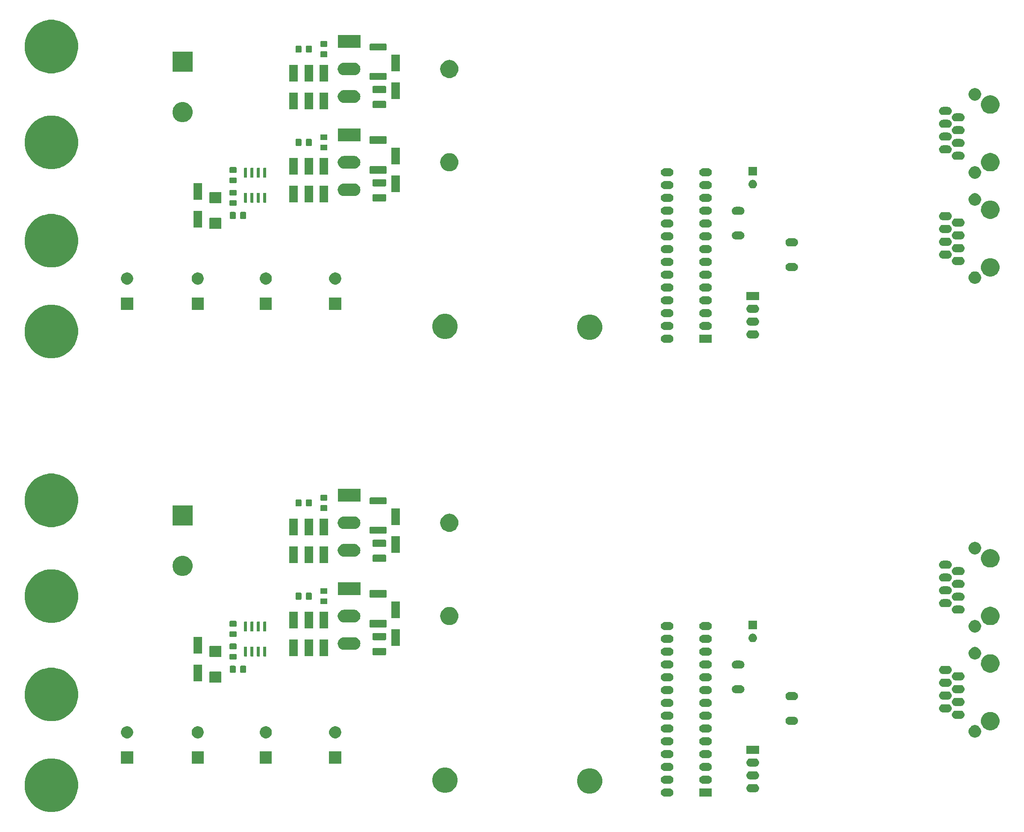
<source format=gbr>
G04 #@! TF.GenerationSoftware,KiCad,Pcbnew,5.1.4*
G04 #@! TF.CreationDate,2019-10-29T22:35:45-03:00*
G04 #@! TF.ProjectId,MCB19_panel,4d434231-395f-4706-916e-656c2e6b6963,rev?*
G04 #@! TF.SameCoordinates,Original*
G04 #@! TF.FileFunction,Soldermask,Top*
G04 #@! TF.FilePolarity,Negative*
%FSLAX46Y46*%
G04 Gerber Fmt 4.6, Leading zero omitted, Abs format (unit mm)*
G04 Created by KiCad (PCBNEW 5.1.4) date 2019-10-29 22:35:45*
%MOMM*%
%LPD*%
G04 APERTURE LIST*
%ADD10C,0.100000*%
G04 APERTURE END LIST*
D10*
G36*
X55663979Y-174661839D02*
G01*
X56175953Y-174763677D01*
X57140491Y-175163202D01*
X58008552Y-175743222D01*
X58746778Y-176481448D01*
X59271228Y-177266343D01*
X59326799Y-177349511D01*
X59356967Y-177422343D01*
X59726323Y-178314047D01*
X59785942Y-178613772D01*
X59929999Y-179337994D01*
X59929999Y-180382006D01*
X59887268Y-180596827D01*
X59726323Y-181405953D01*
X59458440Y-182052679D01*
X59347211Y-182321211D01*
X59326798Y-182370491D01*
X58746778Y-183238552D01*
X58008552Y-183976778D01*
X57140491Y-184556798D01*
X56175953Y-184956323D01*
X55663979Y-185058161D01*
X55152006Y-185159999D01*
X54107994Y-185159999D01*
X53596021Y-185058161D01*
X53084047Y-184956323D01*
X52119509Y-184556798D01*
X51251448Y-183976778D01*
X50513222Y-183238552D01*
X49933202Y-182370491D01*
X49912790Y-182321211D01*
X49801560Y-182052679D01*
X49533677Y-181405953D01*
X49372732Y-180596827D01*
X49330001Y-180382006D01*
X49330001Y-179337994D01*
X49474058Y-178613772D01*
X49533677Y-178314047D01*
X49903033Y-177422343D01*
X49933201Y-177349511D01*
X49988772Y-177266343D01*
X50513222Y-176481448D01*
X51251448Y-175743222D01*
X52119509Y-175163202D01*
X53084047Y-174763677D01*
X53596021Y-174661839D01*
X54107994Y-174560001D01*
X55152006Y-174560001D01*
X55663979Y-174661839D01*
X55663979Y-174661839D01*
G37*
G36*
X177188471Y-180513859D02*
G01*
X177266827Y-180521576D01*
X177417628Y-180567321D01*
X177417630Y-180567322D01*
X177556605Y-180641606D01*
X177678422Y-180741578D01*
X177778394Y-180863395D01*
X177828895Y-180957876D01*
X177852679Y-181002372D01*
X177898424Y-181153173D01*
X177913870Y-181310000D01*
X177898424Y-181466827D01*
X177852679Y-181617628D01*
X177852678Y-181617630D01*
X177778394Y-181756605D01*
X177678422Y-181878422D01*
X177556605Y-181978394D01*
X177417630Y-182052678D01*
X177417628Y-182052679D01*
X177266827Y-182098424D01*
X177188471Y-182106141D01*
X177149294Y-182110000D01*
X176170706Y-182110000D01*
X176131529Y-182106141D01*
X176053173Y-182098424D01*
X175902372Y-182052679D01*
X175902370Y-182052678D01*
X175763395Y-181978394D01*
X175641578Y-181878422D01*
X175541606Y-181756605D01*
X175467322Y-181617630D01*
X175467321Y-181617628D01*
X175421576Y-181466827D01*
X175406130Y-181310000D01*
X175421576Y-181153173D01*
X175467321Y-181002372D01*
X175491105Y-180957876D01*
X175541606Y-180863395D01*
X175641578Y-180741578D01*
X175763395Y-180641606D01*
X175902370Y-180567322D01*
X175902372Y-180567321D01*
X176053173Y-180521576D01*
X176131529Y-180513859D01*
X176170706Y-180510000D01*
X177149294Y-180510000D01*
X177188471Y-180513859D01*
X177188471Y-180513859D01*
G37*
G36*
X185530000Y-182110000D02*
G01*
X183030000Y-182110000D01*
X183030000Y-180510000D01*
X185530000Y-180510000D01*
X185530000Y-182110000D01*
X185530000Y-182110000D01*
G37*
G36*
X162031222Y-176612073D02*
G01*
X162486192Y-176800528D01*
X162486194Y-176800529D01*
X162632659Y-176898394D01*
X162895656Y-177074123D01*
X163243877Y-177422344D01*
X163357485Y-177592370D01*
X163458250Y-177743175D01*
X163517472Y-177831808D01*
X163705927Y-178286778D01*
X163802000Y-178769770D01*
X163802000Y-179262230D01*
X163705927Y-179745222D01*
X163517472Y-180200192D01*
X163517471Y-180200194D01*
X163462026Y-180283173D01*
X163243877Y-180609656D01*
X162895656Y-180957877D01*
X162820010Y-181008422D01*
X162486194Y-181231471D01*
X162486193Y-181231472D01*
X162486192Y-181231472D01*
X162031222Y-181419927D01*
X161548230Y-181516000D01*
X161055770Y-181516000D01*
X160572778Y-181419927D01*
X160117808Y-181231472D01*
X160117807Y-181231472D01*
X160117806Y-181231471D01*
X159783990Y-181008422D01*
X159708344Y-180957877D01*
X159360123Y-180609656D01*
X159141974Y-180283173D01*
X159086529Y-180200194D01*
X159086528Y-180200192D01*
X158898073Y-179745222D01*
X158802000Y-179262230D01*
X158802000Y-178769770D01*
X158898073Y-178286778D01*
X159086528Y-177831808D01*
X159145751Y-177743175D01*
X159246515Y-177592370D01*
X159360123Y-177422344D01*
X159708344Y-177074123D01*
X159971341Y-176898394D01*
X160117806Y-176800529D01*
X160117808Y-176800528D01*
X160572778Y-176612073D01*
X161055770Y-176516000D01*
X161548230Y-176516000D01*
X162031222Y-176612073D01*
X162031222Y-176612073D01*
G37*
G36*
X133359222Y-176456073D02*
G01*
X133735841Y-176612074D01*
X133814194Y-176644529D01*
X133990590Y-176762393D01*
X134223656Y-176918123D01*
X134571877Y-177266344D01*
X134845472Y-177675808D01*
X135033927Y-178130778D01*
X135130000Y-178613770D01*
X135130000Y-179106230D01*
X135033927Y-179589222D01*
X134867397Y-179991260D01*
X134845471Y-180044194D01*
X134786552Y-180132372D01*
X134571877Y-180453656D01*
X134223656Y-180801877D01*
X134096850Y-180886606D01*
X133814194Y-181075471D01*
X133814193Y-181075472D01*
X133814192Y-181075472D01*
X133359222Y-181263927D01*
X132876230Y-181360000D01*
X132383770Y-181360000D01*
X131900778Y-181263927D01*
X131445808Y-181075472D01*
X131445807Y-181075472D01*
X131445806Y-181075471D01*
X131163150Y-180886606D01*
X131036344Y-180801877D01*
X130688123Y-180453656D01*
X130473448Y-180132372D01*
X130414529Y-180044194D01*
X130392603Y-179991260D01*
X130226073Y-179589222D01*
X130130000Y-179106230D01*
X130130000Y-178613770D01*
X130226073Y-178130778D01*
X130414528Y-177675808D01*
X130688123Y-177266344D01*
X131036344Y-176918123D01*
X131269410Y-176762393D01*
X131445806Y-176644529D01*
X131524159Y-176612074D01*
X131900778Y-176456073D01*
X132383770Y-176360000D01*
X132876230Y-176360000D01*
X133359222Y-176456073D01*
X133359222Y-176456073D01*
G37*
G36*
X194158471Y-179643859D02*
G01*
X194236827Y-179651576D01*
X194387628Y-179697321D01*
X194387630Y-179697322D01*
X194526605Y-179771606D01*
X194648422Y-179871578D01*
X194748394Y-179993395D01*
X194791027Y-180073155D01*
X194822679Y-180132372D01*
X194868424Y-180283173D01*
X194883870Y-180440000D01*
X194868424Y-180596827D01*
X194854840Y-180641606D01*
X194822678Y-180747630D01*
X194748394Y-180886605D01*
X194648422Y-181008422D01*
X194526605Y-181108394D01*
X194442826Y-181153175D01*
X194387628Y-181182679D01*
X194236827Y-181228424D01*
X194158471Y-181236141D01*
X194119294Y-181240000D01*
X193140706Y-181240000D01*
X193101529Y-181236141D01*
X193023173Y-181228424D01*
X192872372Y-181182679D01*
X192817174Y-181153175D01*
X192733395Y-181108394D01*
X192611578Y-181008422D01*
X192511606Y-180886605D01*
X192437322Y-180747630D01*
X192405160Y-180641606D01*
X192391576Y-180596827D01*
X192376130Y-180440000D01*
X192391576Y-180283173D01*
X192437321Y-180132372D01*
X192468973Y-180073155D01*
X192511606Y-179993395D01*
X192611578Y-179871578D01*
X192733395Y-179771606D01*
X192872370Y-179697322D01*
X192872372Y-179697321D01*
X193023173Y-179651576D01*
X193101529Y-179643859D01*
X193140706Y-179640000D01*
X194119294Y-179640000D01*
X194158471Y-179643859D01*
X194158471Y-179643859D01*
G37*
G36*
X177188471Y-177973859D02*
G01*
X177266827Y-177981576D01*
X177417628Y-178027321D01*
X177417630Y-178027322D01*
X177556605Y-178101606D01*
X177678422Y-178201578D01*
X177778394Y-178323395D01*
X177852678Y-178462370D01*
X177852679Y-178462372D01*
X177898424Y-178613173D01*
X177913870Y-178770000D01*
X177898424Y-178926827D01*
X177852679Y-179077628D01*
X177852678Y-179077630D01*
X177778394Y-179216605D01*
X177678422Y-179338422D01*
X177556605Y-179438394D01*
X177421776Y-179510462D01*
X177417628Y-179512679D01*
X177266827Y-179558424D01*
X177188471Y-179566141D01*
X177149294Y-179570000D01*
X176170706Y-179570000D01*
X176131529Y-179566141D01*
X176053173Y-179558424D01*
X175902372Y-179512679D01*
X175898224Y-179510462D01*
X175763395Y-179438394D01*
X175641578Y-179338422D01*
X175541606Y-179216605D01*
X175467322Y-179077630D01*
X175467321Y-179077628D01*
X175421576Y-178926827D01*
X175406130Y-178770000D01*
X175421576Y-178613173D01*
X175467321Y-178462372D01*
X175467322Y-178462370D01*
X175541606Y-178323395D01*
X175641578Y-178201578D01*
X175763395Y-178101606D01*
X175902370Y-178027322D01*
X175902372Y-178027321D01*
X176053173Y-177981576D01*
X176131529Y-177973859D01*
X176170706Y-177970000D01*
X177149294Y-177970000D01*
X177188471Y-177973859D01*
X177188471Y-177973859D01*
G37*
G36*
X184808471Y-177973859D02*
G01*
X184886827Y-177981576D01*
X185037628Y-178027321D01*
X185037630Y-178027322D01*
X185176605Y-178101606D01*
X185298422Y-178201578D01*
X185398394Y-178323395D01*
X185472678Y-178462370D01*
X185472679Y-178462372D01*
X185518424Y-178613173D01*
X185533870Y-178770000D01*
X185518424Y-178926827D01*
X185472679Y-179077628D01*
X185472678Y-179077630D01*
X185398394Y-179216605D01*
X185298422Y-179338422D01*
X185176605Y-179438394D01*
X185041776Y-179510462D01*
X185037628Y-179512679D01*
X184886827Y-179558424D01*
X184808471Y-179566141D01*
X184769294Y-179570000D01*
X183790706Y-179570000D01*
X183751529Y-179566141D01*
X183673173Y-179558424D01*
X183522372Y-179512679D01*
X183518224Y-179510462D01*
X183383395Y-179438394D01*
X183261578Y-179338422D01*
X183161606Y-179216605D01*
X183087322Y-179077630D01*
X183087321Y-179077628D01*
X183041576Y-178926827D01*
X183026130Y-178770000D01*
X183041576Y-178613173D01*
X183087321Y-178462372D01*
X183087322Y-178462370D01*
X183161606Y-178323395D01*
X183261578Y-178201578D01*
X183383395Y-178101606D01*
X183522370Y-178027322D01*
X183522372Y-178027321D01*
X183673173Y-177981576D01*
X183751529Y-177973859D01*
X183790706Y-177970000D01*
X184769294Y-177970000D01*
X184808471Y-177973859D01*
X184808471Y-177973859D01*
G37*
G36*
X194158471Y-177103859D02*
G01*
X194236827Y-177111576D01*
X194387628Y-177157321D01*
X194387630Y-177157322D01*
X194526605Y-177231606D01*
X194648422Y-177331578D01*
X194748394Y-177453395D01*
X194822678Y-177592370D01*
X194822679Y-177592372D01*
X194868424Y-177743173D01*
X194883870Y-177900000D01*
X194868424Y-178056827D01*
X194845991Y-178130778D01*
X194822678Y-178207630D01*
X194748394Y-178346605D01*
X194648422Y-178468422D01*
X194526605Y-178568394D01*
X194441709Y-178613772D01*
X194387628Y-178642679D01*
X194236827Y-178688424D01*
X194158471Y-178696141D01*
X194119294Y-178700000D01*
X193140706Y-178700000D01*
X193101529Y-178696141D01*
X193023173Y-178688424D01*
X192872372Y-178642679D01*
X192818291Y-178613772D01*
X192733395Y-178568394D01*
X192611578Y-178468422D01*
X192511606Y-178346605D01*
X192437322Y-178207630D01*
X192414009Y-178130778D01*
X192391576Y-178056827D01*
X192376130Y-177900000D01*
X192391576Y-177743173D01*
X192437321Y-177592372D01*
X192437322Y-177592370D01*
X192511606Y-177453395D01*
X192611578Y-177331578D01*
X192733395Y-177231606D01*
X192872370Y-177157322D01*
X192872372Y-177157321D01*
X193023173Y-177111576D01*
X193101529Y-177103859D01*
X193140706Y-177100000D01*
X194119294Y-177100000D01*
X194158471Y-177103859D01*
X194158471Y-177103859D01*
G37*
G36*
X184808471Y-175433859D02*
G01*
X184886827Y-175441576D01*
X185037628Y-175487321D01*
X185037630Y-175487322D01*
X185176605Y-175561606D01*
X185298422Y-175661578D01*
X185398394Y-175783395D01*
X185429013Y-175840679D01*
X185472679Y-175922372D01*
X185518424Y-176073173D01*
X185533870Y-176230000D01*
X185518424Y-176386827D01*
X185472679Y-176537628D01*
X185472678Y-176537630D01*
X185398394Y-176676605D01*
X185298422Y-176798422D01*
X185176605Y-176898394D01*
X185037630Y-176972678D01*
X185037628Y-176972679D01*
X184886827Y-177018424D01*
X184808471Y-177026141D01*
X184769294Y-177030000D01*
X183790706Y-177030000D01*
X183751529Y-177026141D01*
X183673173Y-177018424D01*
X183522372Y-176972679D01*
X183522370Y-176972678D01*
X183383395Y-176898394D01*
X183261578Y-176798422D01*
X183161606Y-176676605D01*
X183087322Y-176537630D01*
X183087321Y-176537628D01*
X183041576Y-176386827D01*
X183026130Y-176230000D01*
X183041576Y-176073173D01*
X183087321Y-175922372D01*
X183130987Y-175840679D01*
X183161606Y-175783395D01*
X183261578Y-175661578D01*
X183383395Y-175561606D01*
X183522370Y-175487322D01*
X183522372Y-175487321D01*
X183673173Y-175441576D01*
X183751529Y-175433859D01*
X183790706Y-175430000D01*
X184769294Y-175430000D01*
X184808471Y-175433859D01*
X184808471Y-175433859D01*
G37*
G36*
X177188471Y-175433859D02*
G01*
X177266827Y-175441576D01*
X177417628Y-175487321D01*
X177417630Y-175487322D01*
X177556605Y-175561606D01*
X177678422Y-175661578D01*
X177778394Y-175783395D01*
X177809013Y-175840679D01*
X177852679Y-175922372D01*
X177898424Y-176073173D01*
X177913870Y-176230000D01*
X177898424Y-176386827D01*
X177852679Y-176537628D01*
X177852678Y-176537630D01*
X177778394Y-176676605D01*
X177678422Y-176798422D01*
X177556605Y-176898394D01*
X177417630Y-176972678D01*
X177417628Y-176972679D01*
X177266827Y-177018424D01*
X177188471Y-177026141D01*
X177149294Y-177030000D01*
X176170706Y-177030000D01*
X176131529Y-177026141D01*
X176053173Y-177018424D01*
X175902372Y-176972679D01*
X175902370Y-176972678D01*
X175763395Y-176898394D01*
X175641578Y-176798422D01*
X175541606Y-176676605D01*
X175467322Y-176537630D01*
X175467321Y-176537628D01*
X175421576Y-176386827D01*
X175406130Y-176230000D01*
X175421576Y-176073173D01*
X175467321Y-175922372D01*
X175510987Y-175840679D01*
X175541606Y-175783395D01*
X175641578Y-175661578D01*
X175763395Y-175561606D01*
X175902370Y-175487322D01*
X175902372Y-175487321D01*
X176053173Y-175441576D01*
X176131529Y-175433859D01*
X176170706Y-175430000D01*
X177149294Y-175430000D01*
X177188471Y-175433859D01*
X177188471Y-175433859D01*
G37*
G36*
X194158471Y-174563859D02*
G01*
X194236827Y-174571576D01*
X194387628Y-174617321D01*
X194387630Y-174617322D01*
X194526605Y-174691606D01*
X194526607Y-174691607D01*
X194526606Y-174691607D01*
X194648422Y-174791578D01*
X194748393Y-174913394D01*
X194822679Y-175052372D01*
X194868424Y-175203173D01*
X194883870Y-175360000D01*
X194868424Y-175516827D01*
X194854840Y-175561606D01*
X194822678Y-175667630D01*
X194748394Y-175806605D01*
X194648422Y-175928422D01*
X194526605Y-176028394D01*
X194442826Y-176073175D01*
X194387628Y-176102679D01*
X194236827Y-176148424D01*
X194158471Y-176156141D01*
X194119294Y-176160000D01*
X193140706Y-176160000D01*
X193101529Y-176156141D01*
X193023173Y-176148424D01*
X192872372Y-176102679D01*
X192817174Y-176073175D01*
X192733395Y-176028394D01*
X192611578Y-175928422D01*
X192511606Y-175806605D01*
X192437322Y-175667630D01*
X192405160Y-175561606D01*
X192391576Y-175516827D01*
X192376130Y-175360000D01*
X192391576Y-175203173D01*
X192437321Y-175052372D01*
X192511607Y-174913394D01*
X192611578Y-174791578D01*
X192733394Y-174691607D01*
X192733393Y-174691607D01*
X192733395Y-174691606D01*
X192872370Y-174617322D01*
X192872372Y-174617321D01*
X193023173Y-174571576D01*
X193101529Y-174563859D01*
X193140706Y-174560000D01*
X194119294Y-174560000D01*
X194158471Y-174563859D01*
X194158471Y-174563859D01*
G37*
G36*
X70830000Y-175560000D02*
G01*
X68430000Y-175560000D01*
X68430000Y-173160000D01*
X70830000Y-173160000D01*
X70830000Y-175560000D01*
X70830000Y-175560000D01*
G37*
G36*
X112080000Y-175560000D02*
G01*
X109680000Y-175560000D01*
X109680000Y-173160000D01*
X112080000Y-173160000D01*
X112080000Y-175560000D01*
X112080000Y-175560000D01*
G37*
G36*
X98330000Y-175560000D02*
G01*
X95930000Y-175560000D01*
X95930000Y-173160000D01*
X98330000Y-173160000D01*
X98330000Y-175560000D01*
X98330000Y-175560000D01*
G37*
G36*
X84830000Y-175560000D02*
G01*
X82430000Y-175560000D01*
X82430000Y-173160000D01*
X84830000Y-173160000D01*
X84830000Y-175560000D01*
X84830000Y-175560000D01*
G37*
G36*
X177188471Y-172893859D02*
G01*
X177266827Y-172901576D01*
X177417628Y-172947321D01*
X177417630Y-172947322D01*
X177556605Y-173021606D01*
X177556607Y-173021607D01*
X177556606Y-173021607D01*
X177678422Y-173121578D01*
X177778393Y-173243394D01*
X177852679Y-173382372D01*
X177898424Y-173533173D01*
X177913870Y-173690000D01*
X177898424Y-173846827D01*
X177852679Y-173997628D01*
X177852678Y-173997630D01*
X177778394Y-174136605D01*
X177678422Y-174258422D01*
X177556605Y-174358394D01*
X177417630Y-174432678D01*
X177417628Y-174432679D01*
X177266827Y-174478424D01*
X177188471Y-174486141D01*
X177149294Y-174490000D01*
X176170706Y-174490000D01*
X176131529Y-174486141D01*
X176053173Y-174478424D01*
X175902372Y-174432679D01*
X175902370Y-174432678D01*
X175763395Y-174358394D01*
X175641578Y-174258422D01*
X175541606Y-174136605D01*
X175467322Y-173997630D01*
X175467321Y-173997628D01*
X175421576Y-173846827D01*
X175406130Y-173690000D01*
X175421576Y-173533173D01*
X175467321Y-173382372D01*
X175541607Y-173243394D01*
X175641578Y-173121578D01*
X175763394Y-173021607D01*
X175763393Y-173021607D01*
X175763395Y-173021606D01*
X175902370Y-172947322D01*
X175902372Y-172947321D01*
X176053173Y-172901576D01*
X176131529Y-172893859D01*
X176170706Y-172890000D01*
X177149294Y-172890000D01*
X177188471Y-172893859D01*
X177188471Y-172893859D01*
G37*
G36*
X184808471Y-172893859D02*
G01*
X184886827Y-172901576D01*
X185037628Y-172947321D01*
X185037630Y-172947322D01*
X185176605Y-173021606D01*
X185176607Y-173021607D01*
X185176606Y-173021607D01*
X185298422Y-173121578D01*
X185398393Y-173243394D01*
X185472679Y-173382372D01*
X185518424Y-173533173D01*
X185533870Y-173690000D01*
X185518424Y-173846827D01*
X185472679Y-173997628D01*
X185472678Y-173997630D01*
X185398394Y-174136605D01*
X185298422Y-174258422D01*
X185176605Y-174358394D01*
X185037630Y-174432678D01*
X185037628Y-174432679D01*
X184886827Y-174478424D01*
X184808471Y-174486141D01*
X184769294Y-174490000D01*
X183790706Y-174490000D01*
X183751529Y-174486141D01*
X183673173Y-174478424D01*
X183522372Y-174432679D01*
X183522370Y-174432678D01*
X183383395Y-174358394D01*
X183261578Y-174258422D01*
X183161606Y-174136605D01*
X183087322Y-173997630D01*
X183087321Y-173997628D01*
X183041576Y-173846827D01*
X183026130Y-173690000D01*
X183041576Y-173533173D01*
X183087321Y-173382372D01*
X183161607Y-173243394D01*
X183261578Y-173121578D01*
X183383394Y-173021607D01*
X183383393Y-173021607D01*
X183383395Y-173021606D01*
X183522370Y-172947322D01*
X183522372Y-172947321D01*
X183673173Y-172901576D01*
X183751529Y-172893859D01*
X183790706Y-172890000D01*
X184769294Y-172890000D01*
X184808471Y-172893859D01*
X184808471Y-172893859D01*
G37*
G36*
X194880000Y-173620000D02*
G01*
X192380000Y-173620000D01*
X192380000Y-172020000D01*
X194880000Y-172020000D01*
X194880000Y-173620000D01*
X194880000Y-173620000D01*
G37*
G36*
X184808471Y-170353859D02*
G01*
X184886827Y-170361576D01*
X185037628Y-170407321D01*
X185037630Y-170407322D01*
X185176605Y-170481606D01*
X185176607Y-170481607D01*
X185176606Y-170481607D01*
X185298422Y-170581578D01*
X185398393Y-170703394D01*
X185472679Y-170842372D01*
X185518424Y-170993173D01*
X185533870Y-171150000D01*
X185518424Y-171306827D01*
X185472679Y-171457628D01*
X185472678Y-171457630D01*
X185398394Y-171596605D01*
X185298422Y-171718422D01*
X185176605Y-171818394D01*
X185037630Y-171892678D01*
X185037628Y-171892679D01*
X184886827Y-171938424D01*
X184808471Y-171946141D01*
X184769294Y-171950000D01*
X183790706Y-171950000D01*
X183751529Y-171946141D01*
X183673173Y-171938424D01*
X183522372Y-171892679D01*
X183522370Y-171892678D01*
X183383395Y-171818394D01*
X183261578Y-171718422D01*
X183161606Y-171596605D01*
X183087322Y-171457630D01*
X183087321Y-171457628D01*
X183041576Y-171306827D01*
X183026130Y-171150000D01*
X183041576Y-170993173D01*
X183087321Y-170842372D01*
X183161607Y-170703394D01*
X183261578Y-170581578D01*
X183383394Y-170481607D01*
X183383393Y-170481607D01*
X183383395Y-170481606D01*
X183522370Y-170407322D01*
X183522372Y-170407321D01*
X183673173Y-170361576D01*
X183751529Y-170353859D01*
X183790706Y-170350000D01*
X184769294Y-170350000D01*
X184808471Y-170353859D01*
X184808471Y-170353859D01*
G37*
G36*
X177188471Y-170353859D02*
G01*
X177266827Y-170361576D01*
X177417628Y-170407321D01*
X177417630Y-170407322D01*
X177556605Y-170481606D01*
X177556607Y-170481607D01*
X177556606Y-170481607D01*
X177678422Y-170581578D01*
X177778393Y-170703394D01*
X177852679Y-170842372D01*
X177898424Y-170993173D01*
X177913870Y-171150000D01*
X177898424Y-171306827D01*
X177852679Y-171457628D01*
X177852678Y-171457630D01*
X177778394Y-171596605D01*
X177678422Y-171718422D01*
X177556605Y-171818394D01*
X177417630Y-171892678D01*
X177417628Y-171892679D01*
X177266827Y-171938424D01*
X177188471Y-171946141D01*
X177149294Y-171950000D01*
X176170706Y-171950000D01*
X176131529Y-171946141D01*
X176053173Y-171938424D01*
X175902372Y-171892679D01*
X175902370Y-171892678D01*
X175763395Y-171818394D01*
X175641578Y-171718422D01*
X175541606Y-171596605D01*
X175467322Y-171457630D01*
X175467321Y-171457628D01*
X175421576Y-171306827D01*
X175406130Y-171150000D01*
X175421576Y-170993173D01*
X175467321Y-170842372D01*
X175541607Y-170703394D01*
X175641578Y-170581578D01*
X175763394Y-170481607D01*
X175763393Y-170481607D01*
X175763395Y-170481606D01*
X175902370Y-170407322D01*
X175902372Y-170407321D01*
X176053173Y-170361576D01*
X176131529Y-170353859D01*
X176170706Y-170350000D01*
X177149294Y-170350000D01*
X177188471Y-170353859D01*
X177188471Y-170353859D01*
G37*
G36*
X69980026Y-168206115D02*
G01*
X70198411Y-168296573D01*
X70198413Y-168296574D01*
X70394955Y-168427899D01*
X70562101Y-168595045D01*
X70676881Y-168766825D01*
X70693427Y-168791589D01*
X70783885Y-169009974D01*
X70830000Y-169241809D01*
X70830000Y-169478191D01*
X70783885Y-169710026D01*
X70757761Y-169773095D01*
X70693426Y-169928413D01*
X70562101Y-170124955D01*
X70394955Y-170292101D01*
X70198413Y-170423426D01*
X70198412Y-170423427D01*
X70198411Y-170423427D01*
X69980026Y-170513885D01*
X69748191Y-170560000D01*
X69511809Y-170560000D01*
X69279974Y-170513885D01*
X69061589Y-170423427D01*
X69061588Y-170423427D01*
X69061587Y-170423426D01*
X68865045Y-170292101D01*
X68697899Y-170124955D01*
X68566574Y-169928413D01*
X68502239Y-169773095D01*
X68476115Y-169710026D01*
X68430000Y-169478191D01*
X68430000Y-169241809D01*
X68476115Y-169009974D01*
X68566573Y-168791589D01*
X68583120Y-168766825D01*
X68697899Y-168595045D01*
X68865045Y-168427899D01*
X69061587Y-168296574D01*
X69061589Y-168296573D01*
X69279974Y-168206115D01*
X69511809Y-168160000D01*
X69748191Y-168160000D01*
X69980026Y-168206115D01*
X69980026Y-168206115D01*
G37*
G36*
X111230026Y-168206115D02*
G01*
X111448411Y-168296573D01*
X111448413Y-168296574D01*
X111644955Y-168427899D01*
X111812101Y-168595045D01*
X111926881Y-168766825D01*
X111943427Y-168791589D01*
X112033885Y-169009974D01*
X112080000Y-169241809D01*
X112080000Y-169478191D01*
X112033885Y-169710026D01*
X112007761Y-169773095D01*
X111943426Y-169928413D01*
X111812101Y-170124955D01*
X111644955Y-170292101D01*
X111448413Y-170423426D01*
X111448412Y-170423427D01*
X111448411Y-170423427D01*
X111230026Y-170513885D01*
X110998191Y-170560000D01*
X110761809Y-170560000D01*
X110529974Y-170513885D01*
X110311589Y-170423427D01*
X110311588Y-170423427D01*
X110311587Y-170423426D01*
X110115045Y-170292101D01*
X109947899Y-170124955D01*
X109816574Y-169928413D01*
X109752239Y-169773095D01*
X109726115Y-169710026D01*
X109680000Y-169478191D01*
X109680000Y-169241809D01*
X109726115Y-169009974D01*
X109816573Y-168791589D01*
X109833120Y-168766825D01*
X109947899Y-168595045D01*
X110115045Y-168427899D01*
X110311587Y-168296574D01*
X110311589Y-168296573D01*
X110529974Y-168206115D01*
X110761809Y-168160000D01*
X110998191Y-168160000D01*
X111230026Y-168206115D01*
X111230026Y-168206115D01*
G37*
G36*
X97480026Y-168206115D02*
G01*
X97698411Y-168296573D01*
X97698413Y-168296574D01*
X97894955Y-168427899D01*
X98062101Y-168595045D01*
X98176881Y-168766825D01*
X98193427Y-168791589D01*
X98283885Y-169009974D01*
X98330000Y-169241809D01*
X98330000Y-169478191D01*
X98283885Y-169710026D01*
X98257761Y-169773095D01*
X98193426Y-169928413D01*
X98062101Y-170124955D01*
X97894955Y-170292101D01*
X97698413Y-170423426D01*
X97698412Y-170423427D01*
X97698411Y-170423427D01*
X97480026Y-170513885D01*
X97248191Y-170560000D01*
X97011809Y-170560000D01*
X96779974Y-170513885D01*
X96561589Y-170423427D01*
X96561588Y-170423427D01*
X96561587Y-170423426D01*
X96365045Y-170292101D01*
X96197899Y-170124955D01*
X96066574Y-169928413D01*
X96002239Y-169773095D01*
X95976115Y-169710026D01*
X95930000Y-169478191D01*
X95930000Y-169241809D01*
X95976115Y-169009974D01*
X96066573Y-168791589D01*
X96083120Y-168766825D01*
X96197899Y-168595045D01*
X96365045Y-168427899D01*
X96561587Y-168296574D01*
X96561589Y-168296573D01*
X96779974Y-168206115D01*
X97011809Y-168160000D01*
X97248191Y-168160000D01*
X97480026Y-168206115D01*
X97480026Y-168206115D01*
G37*
G36*
X83980026Y-168206115D02*
G01*
X84198411Y-168296573D01*
X84198413Y-168296574D01*
X84394955Y-168427899D01*
X84562101Y-168595045D01*
X84676881Y-168766825D01*
X84693427Y-168791589D01*
X84783885Y-169009974D01*
X84830000Y-169241809D01*
X84830000Y-169478191D01*
X84783885Y-169710026D01*
X84757761Y-169773095D01*
X84693426Y-169928413D01*
X84562101Y-170124955D01*
X84394955Y-170292101D01*
X84198413Y-170423426D01*
X84198412Y-170423427D01*
X84198411Y-170423427D01*
X83980026Y-170513885D01*
X83748191Y-170560000D01*
X83511809Y-170560000D01*
X83279974Y-170513885D01*
X83061589Y-170423427D01*
X83061588Y-170423427D01*
X83061587Y-170423426D01*
X82865045Y-170292101D01*
X82697899Y-170124955D01*
X82566574Y-169928413D01*
X82502239Y-169773095D01*
X82476115Y-169710026D01*
X82430000Y-169478191D01*
X82430000Y-169241809D01*
X82476115Y-169009974D01*
X82566573Y-168791589D01*
X82583120Y-168766825D01*
X82697899Y-168595045D01*
X82865045Y-168427899D01*
X83061587Y-168296574D01*
X83061589Y-168296573D01*
X83279974Y-168206115D01*
X83511809Y-168160000D01*
X83748191Y-168160000D01*
X83980026Y-168206115D01*
X83980026Y-168206115D01*
G37*
G36*
X238022610Y-167979036D02*
G01*
X238250095Y-168073264D01*
X238250097Y-168073265D01*
X238379905Y-168160000D01*
X238454828Y-168210062D01*
X238628938Y-168384172D01*
X238765736Y-168588905D01*
X238859964Y-168816390D01*
X238908000Y-169057884D01*
X238908000Y-169304116D01*
X238859964Y-169545610D01*
X238791860Y-169710026D01*
X238765735Y-169773097D01*
X238628938Y-169977828D01*
X238454828Y-170151938D01*
X238250097Y-170288735D01*
X238250096Y-170288736D01*
X238250095Y-170288736D01*
X238022610Y-170382964D01*
X237781116Y-170431000D01*
X237534884Y-170431000D01*
X237293390Y-170382964D01*
X237065905Y-170288736D01*
X237065904Y-170288736D01*
X237065903Y-170288735D01*
X236861172Y-170151938D01*
X236687062Y-169977828D01*
X236550265Y-169773097D01*
X236524140Y-169710026D01*
X236456036Y-169545610D01*
X236408000Y-169304116D01*
X236408000Y-169057884D01*
X236456036Y-168816390D01*
X236550264Y-168588905D01*
X236687062Y-168384172D01*
X236861172Y-168210062D01*
X236936095Y-168160000D01*
X237065903Y-168073265D01*
X237065905Y-168073264D01*
X237293390Y-167979036D01*
X237534884Y-167931000D01*
X237781116Y-167931000D01*
X238022610Y-167979036D01*
X238022610Y-167979036D01*
G37*
G36*
X177188471Y-167813859D02*
G01*
X177266827Y-167821576D01*
X177417628Y-167867321D01*
X177417630Y-167867322D01*
X177556605Y-167941606D01*
X177556607Y-167941607D01*
X177556606Y-167941607D01*
X177678422Y-168041578D01*
X177778393Y-168163394D01*
X177852679Y-168302372D01*
X177898424Y-168453173D01*
X177913870Y-168610000D01*
X177898424Y-168766827D01*
X177852679Y-168917628D01*
X177852678Y-168917630D01*
X177778394Y-169056605D01*
X177678422Y-169178422D01*
X177556605Y-169278394D01*
X177417630Y-169352678D01*
X177417628Y-169352679D01*
X177266827Y-169398424D01*
X177188471Y-169406141D01*
X177149294Y-169410000D01*
X176170706Y-169410000D01*
X176131529Y-169406141D01*
X176053173Y-169398424D01*
X175902372Y-169352679D01*
X175902370Y-169352678D01*
X175763395Y-169278394D01*
X175641578Y-169178422D01*
X175541606Y-169056605D01*
X175467322Y-168917630D01*
X175467321Y-168917628D01*
X175421576Y-168766827D01*
X175406130Y-168610000D01*
X175421576Y-168453173D01*
X175467321Y-168302372D01*
X175541607Y-168163394D01*
X175641578Y-168041578D01*
X175763394Y-167941607D01*
X175763393Y-167941607D01*
X175763395Y-167941606D01*
X175902370Y-167867322D01*
X175902372Y-167867321D01*
X176053173Y-167821576D01*
X176131529Y-167813859D01*
X176170706Y-167810000D01*
X177149294Y-167810000D01*
X177188471Y-167813859D01*
X177188471Y-167813859D01*
G37*
G36*
X184808471Y-167813859D02*
G01*
X184886827Y-167821576D01*
X185037628Y-167867321D01*
X185037630Y-167867322D01*
X185176605Y-167941606D01*
X185176607Y-167941607D01*
X185176606Y-167941607D01*
X185298422Y-168041578D01*
X185398393Y-168163394D01*
X185472679Y-168302372D01*
X185518424Y-168453173D01*
X185533870Y-168610000D01*
X185518424Y-168766827D01*
X185472679Y-168917628D01*
X185472678Y-168917630D01*
X185398394Y-169056605D01*
X185298422Y-169178422D01*
X185176605Y-169278394D01*
X185037630Y-169352678D01*
X185037628Y-169352679D01*
X184886827Y-169398424D01*
X184808471Y-169406141D01*
X184769294Y-169410000D01*
X183790706Y-169410000D01*
X183751529Y-169406141D01*
X183673173Y-169398424D01*
X183522372Y-169352679D01*
X183522370Y-169352678D01*
X183383395Y-169278394D01*
X183261578Y-169178422D01*
X183161606Y-169056605D01*
X183087322Y-168917630D01*
X183087321Y-168917628D01*
X183041576Y-168766827D01*
X183026130Y-168610000D01*
X183041576Y-168453173D01*
X183087321Y-168302372D01*
X183161607Y-168163394D01*
X183261578Y-168041578D01*
X183383394Y-167941607D01*
X183383393Y-167941607D01*
X183383395Y-167941606D01*
X183522370Y-167867322D01*
X183522372Y-167867321D01*
X183673173Y-167821576D01*
X183751529Y-167813859D01*
X183790706Y-167810000D01*
X184769294Y-167810000D01*
X184808471Y-167813859D01*
X184808471Y-167813859D01*
G37*
G36*
X241026893Y-165348678D02*
G01*
X241240333Y-165391134D01*
X241332703Y-165429395D01*
X241572460Y-165528705D01*
X241871369Y-165728430D01*
X242125570Y-165982631D01*
X242325295Y-166281540D01*
X242377513Y-166407606D01*
X242462866Y-166613667D01*
X242533000Y-166966253D01*
X242533000Y-167325747D01*
X242462866Y-167678333D01*
X242408328Y-167810000D01*
X242325295Y-168010460D01*
X242125570Y-168309369D01*
X241871369Y-168563570D01*
X241572460Y-168763295D01*
X241444276Y-168816390D01*
X241240333Y-168900866D01*
X241156065Y-168917628D01*
X240887748Y-168971000D01*
X240528252Y-168971000D01*
X240259935Y-168917628D01*
X240175667Y-168900866D01*
X239971724Y-168816390D01*
X239843540Y-168763295D01*
X239544631Y-168563570D01*
X239290430Y-168309369D01*
X239090705Y-168010460D01*
X239007672Y-167810000D01*
X238953134Y-167678333D01*
X238883000Y-167325747D01*
X238883000Y-166966253D01*
X238953134Y-166613667D01*
X239038487Y-166407606D01*
X239090705Y-166281540D01*
X239290430Y-165982631D01*
X239544631Y-165728430D01*
X239843540Y-165528705D01*
X240083297Y-165429395D01*
X240175667Y-165391134D01*
X240389107Y-165348678D01*
X240528252Y-165321000D01*
X240887748Y-165321000D01*
X241026893Y-165348678D01*
X241026893Y-165348678D01*
G37*
G36*
X201892471Y-166279859D02*
G01*
X201970827Y-166287576D01*
X202121628Y-166333321D01*
X202121630Y-166333322D01*
X202260605Y-166407606D01*
X202382422Y-166507578D01*
X202473600Y-166618679D01*
X202482393Y-166629394D01*
X202556679Y-166768372D01*
X202602424Y-166919173D01*
X202617870Y-167076000D01*
X202602424Y-167232827D01*
X202556679Y-167383628D01*
X202556678Y-167383630D01*
X202482394Y-167522605D01*
X202382422Y-167644422D01*
X202260605Y-167744394D01*
X202137865Y-167810000D01*
X202121628Y-167818679D01*
X201970827Y-167864424D01*
X201892471Y-167872141D01*
X201853294Y-167876000D01*
X200874706Y-167876000D01*
X200835529Y-167872141D01*
X200757173Y-167864424D01*
X200606372Y-167818679D01*
X200590135Y-167810000D01*
X200467395Y-167744394D01*
X200345578Y-167644422D01*
X200245606Y-167522605D01*
X200171322Y-167383630D01*
X200171321Y-167383628D01*
X200125576Y-167232827D01*
X200110130Y-167076000D01*
X200125576Y-166919173D01*
X200171321Y-166768372D01*
X200245607Y-166629394D01*
X200254401Y-166618679D01*
X200345578Y-166507578D01*
X200467395Y-166407606D01*
X200606370Y-166333322D01*
X200606372Y-166333321D01*
X200757173Y-166287576D01*
X200835529Y-166279859D01*
X200874706Y-166276000D01*
X201853294Y-166276000D01*
X201892471Y-166279859D01*
X201892471Y-166279859D01*
G37*
G36*
X55747091Y-156678370D02*
G01*
X56175953Y-156763676D01*
X56334081Y-156829175D01*
X57140490Y-157163200D01*
X58008552Y-157743221D01*
X58746779Y-158481448D01*
X59326800Y-159349510D01*
X59398584Y-159522812D01*
X59726324Y-160314047D01*
X59766569Y-160516372D01*
X59930000Y-161337994D01*
X59930000Y-162382006D01*
X59794216Y-163064637D01*
X59726324Y-163405953D01*
X59674942Y-163530000D01*
X59326800Y-164370490D01*
X58746779Y-165238552D01*
X58008552Y-165976779D01*
X57140490Y-166556800D01*
X56629714Y-166768370D01*
X56175953Y-166956324D01*
X55834637Y-167024216D01*
X55152006Y-167160000D01*
X54107994Y-167160000D01*
X53425363Y-167024216D01*
X53084047Y-166956324D01*
X52630286Y-166768370D01*
X52119510Y-166556800D01*
X51251448Y-165976779D01*
X50513221Y-165238552D01*
X49933200Y-164370490D01*
X49585058Y-163530000D01*
X49533676Y-163405953D01*
X49465784Y-163064637D01*
X49330000Y-162382006D01*
X49330000Y-161337994D01*
X49493431Y-160516372D01*
X49533676Y-160314047D01*
X49861416Y-159522812D01*
X49933200Y-159349510D01*
X50513221Y-158481448D01*
X51251448Y-157743221D01*
X52119510Y-157163200D01*
X52925919Y-156829175D01*
X53084047Y-156763676D01*
X53512909Y-156678370D01*
X54107994Y-156560000D01*
X55152006Y-156560000D01*
X55747091Y-156678370D01*
X55747091Y-156678370D01*
G37*
G36*
X184808471Y-165273859D02*
G01*
X184886827Y-165281576D01*
X185037628Y-165327321D01*
X185037630Y-165327322D01*
X185176605Y-165401606D01*
X185298422Y-165501578D01*
X185398394Y-165623395D01*
X185472678Y-165762370D01*
X185472679Y-165762372D01*
X185518424Y-165913173D01*
X185533870Y-166070000D01*
X185518424Y-166226827D01*
X185486119Y-166333321D01*
X185472678Y-166377630D01*
X185398394Y-166516605D01*
X185298422Y-166638422D01*
X185176605Y-166738394D01*
X185120524Y-166768370D01*
X185037628Y-166812679D01*
X184886827Y-166858424D01*
X184808471Y-166866141D01*
X184769294Y-166870000D01*
X183790706Y-166870000D01*
X183751529Y-166866141D01*
X183673173Y-166858424D01*
X183522372Y-166812679D01*
X183439476Y-166768370D01*
X183383395Y-166738394D01*
X183261578Y-166638422D01*
X183161606Y-166516605D01*
X183087322Y-166377630D01*
X183073881Y-166333321D01*
X183041576Y-166226827D01*
X183026130Y-166070000D01*
X183041576Y-165913173D01*
X183087321Y-165762372D01*
X183087322Y-165762370D01*
X183161606Y-165623395D01*
X183261578Y-165501578D01*
X183383395Y-165401606D01*
X183522370Y-165327322D01*
X183522372Y-165327321D01*
X183673173Y-165281576D01*
X183751529Y-165273859D01*
X183790706Y-165270000D01*
X184769294Y-165270000D01*
X184808471Y-165273859D01*
X184808471Y-165273859D01*
G37*
G36*
X177188471Y-165273859D02*
G01*
X177266827Y-165281576D01*
X177417628Y-165327321D01*
X177417630Y-165327322D01*
X177556605Y-165401606D01*
X177678422Y-165501578D01*
X177778394Y-165623395D01*
X177852678Y-165762370D01*
X177852679Y-165762372D01*
X177898424Y-165913173D01*
X177913870Y-166070000D01*
X177898424Y-166226827D01*
X177866119Y-166333321D01*
X177852678Y-166377630D01*
X177778394Y-166516605D01*
X177678422Y-166638422D01*
X177556605Y-166738394D01*
X177500524Y-166768370D01*
X177417628Y-166812679D01*
X177266827Y-166858424D01*
X177188471Y-166866141D01*
X177149294Y-166870000D01*
X176170706Y-166870000D01*
X176131529Y-166866141D01*
X176053173Y-166858424D01*
X175902372Y-166812679D01*
X175819476Y-166768370D01*
X175763395Y-166738394D01*
X175641578Y-166638422D01*
X175541606Y-166516605D01*
X175467322Y-166377630D01*
X175453881Y-166333321D01*
X175421576Y-166226827D01*
X175406130Y-166070000D01*
X175421576Y-165913173D01*
X175467321Y-165762372D01*
X175467322Y-165762370D01*
X175541606Y-165623395D01*
X175641578Y-165501578D01*
X175763395Y-165401606D01*
X175902370Y-165327322D01*
X175902372Y-165327321D01*
X176053173Y-165281576D01*
X176131529Y-165273859D01*
X176170706Y-165270000D01*
X177149294Y-165270000D01*
X177188471Y-165273859D01*
X177188471Y-165273859D01*
G37*
G36*
X234886471Y-165079859D02*
G01*
X234964827Y-165087576D01*
X235115628Y-165133321D01*
X235115630Y-165133322D01*
X235254605Y-165207606D01*
X235376422Y-165307578D01*
X235476394Y-165429395D01*
X235529477Y-165528706D01*
X235550679Y-165568372D01*
X235596424Y-165719173D01*
X235611870Y-165876000D01*
X235596424Y-166032827D01*
X235550679Y-166183628D01*
X235550678Y-166183630D01*
X235476394Y-166322605D01*
X235376422Y-166444422D01*
X235254605Y-166544394D01*
X235125005Y-166613667D01*
X235115628Y-166618679D01*
X234964827Y-166664424D01*
X234886471Y-166672141D01*
X234847294Y-166676000D01*
X233868706Y-166676000D01*
X233829529Y-166672141D01*
X233751173Y-166664424D01*
X233600372Y-166618679D01*
X233590995Y-166613667D01*
X233461395Y-166544394D01*
X233339578Y-166444422D01*
X233239606Y-166322605D01*
X233165322Y-166183630D01*
X233165321Y-166183628D01*
X233119576Y-166032827D01*
X233104130Y-165876000D01*
X233119576Y-165719173D01*
X233165321Y-165568372D01*
X233186523Y-165528706D01*
X233239606Y-165429395D01*
X233339578Y-165307578D01*
X233461395Y-165207606D01*
X233600370Y-165133322D01*
X233600372Y-165133321D01*
X233751173Y-165087576D01*
X233829529Y-165079859D01*
X233868706Y-165076000D01*
X234847294Y-165076000D01*
X234886471Y-165079859D01*
X234886471Y-165079859D01*
G37*
G36*
X232346471Y-163809859D02*
G01*
X232424827Y-163817576D01*
X232575628Y-163863321D01*
X232575630Y-163863322D01*
X232714605Y-163937606D01*
X232836422Y-164037578D01*
X232936394Y-164159395D01*
X232996945Y-164272678D01*
X233010679Y-164298372D01*
X233056424Y-164449173D01*
X233071870Y-164606000D01*
X233056424Y-164762827D01*
X233010679Y-164913628D01*
X233010678Y-164913630D01*
X232936394Y-165052605D01*
X232836422Y-165174422D01*
X232714605Y-165274394D01*
X232615586Y-165327321D01*
X232575628Y-165348679D01*
X232424827Y-165394424D01*
X232351906Y-165401606D01*
X232307294Y-165406000D01*
X231328706Y-165406000D01*
X231284094Y-165401606D01*
X231211173Y-165394424D01*
X231060372Y-165348679D01*
X231020414Y-165327321D01*
X230921395Y-165274394D01*
X230799578Y-165174422D01*
X230699606Y-165052605D01*
X230625322Y-164913630D01*
X230625321Y-164913628D01*
X230579576Y-164762827D01*
X230564130Y-164606000D01*
X230579576Y-164449173D01*
X230625321Y-164298372D01*
X230639055Y-164272678D01*
X230699606Y-164159395D01*
X230799578Y-164037578D01*
X230921395Y-163937606D01*
X231060370Y-163863322D01*
X231060372Y-163863321D01*
X231211173Y-163817576D01*
X231289529Y-163809859D01*
X231328706Y-163806000D01*
X232307294Y-163806000D01*
X232346471Y-163809859D01*
X232346471Y-163809859D01*
G37*
G36*
X177188471Y-162733859D02*
G01*
X177266827Y-162741576D01*
X177417628Y-162787321D01*
X177417630Y-162787322D01*
X177556605Y-162861606D01*
X177678422Y-162961578D01*
X177778394Y-163083395D01*
X177829590Y-163179175D01*
X177852679Y-163222372D01*
X177898424Y-163373173D01*
X177913870Y-163530000D01*
X177898424Y-163686827D01*
X177852679Y-163837628D01*
X177852678Y-163837630D01*
X177778394Y-163976605D01*
X177678422Y-164098422D01*
X177556605Y-164198394D01*
X177482427Y-164238043D01*
X177417628Y-164272679D01*
X177266827Y-164318424D01*
X177188471Y-164326141D01*
X177149294Y-164330000D01*
X176170706Y-164330000D01*
X176131529Y-164326141D01*
X176053173Y-164318424D01*
X175902372Y-164272679D01*
X175837573Y-164238043D01*
X175763395Y-164198394D01*
X175641578Y-164098422D01*
X175541606Y-163976605D01*
X175467322Y-163837630D01*
X175467321Y-163837628D01*
X175421576Y-163686827D01*
X175406130Y-163530000D01*
X175421576Y-163373173D01*
X175467321Y-163222372D01*
X175490410Y-163179175D01*
X175541606Y-163083395D01*
X175641578Y-162961578D01*
X175763395Y-162861606D01*
X175902370Y-162787322D01*
X175902372Y-162787321D01*
X176053173Y-162741576D01*
X176131529Y-162733859D01*
X176170706Y-162730000D01*
X177149294Y-162730000D01*
X177188471Y-162733859D01*
X177188471Y-162733859D01*
G37*
G36*
X184808471Y-162733859D02*
G01*
X184886827Y-162741576D01*
X185037628Y-162787321D01*
X185037630Y-162787322D01*
X185176605Y-162861606D01*
X185298422Y-162961578D01*
X185398394Y-163083395D01*
X185449590Y-163179175D01*
X185472679Y-163222372D01*
X185518424Y-163373173D01*
X185533870Y-163530000D01*
X185518424Y-163686827D01*
X185472679Y-163837628D01*
X185472678Y-163837630D01*
X185398394Y-163976605D01*
X185298422Y-164098422D01*
X185176605Y-164198394D01*
X185102427Y-164238043D01*
X185037628Y-164272679D01*
X184886827Y-164318424D01*
X184808471Y-164326141D01*
X184769294Y-164330000D01*
X183790706Y-164330000D01*
X183751529Y-164326141D01*
X183673173Y-164318424D01*
X183522372Y-164272679D01*
X183457573Y-164238043D01*
X183383395Y-164198394D01*
X183261578Y-164098422D01*
X183161606Y-163976605D01*
X183087322Y-163837630D01*
X183087321Y-163837628D01*
X183041576Y-163686827D01*
X183026130Y-163530000D01*
X183041576Y-163373173D01*
X183087321Y-163222372D01*
X183110410Y-163179175D01*
X183161606Y-163083395D01*
X183261578Y-162961578D01*
X183383395Y-162861606D01*
X183522370Y-162787322D01*
X183522372Y-162787321D01*
X183673173Y-162741576D01*
X183751529Y-162733859D01*
X183790706Y-162730000D01*
X184769294Y-162730000D01*
X184808471Y-162733859D01*
X184808471Y-162733859D01*
G37*
G36*
X234886471Y-162539859D02*
G01*
X234964827Y-162547576D01*
X235115628Y-162593321D01*
X235115630Y-162593322D01*
X235254605Y-162667606D01*
X235376422Y-162767578D01*
X235455876Y-162864393D01*
X235476393Y-162889394D01*
X235550679Y-163028372D01*
X235596424Y-163179173D01*
X235611870Y-163336000D01*
X235596424Y-163492827D01*
X235550679Y-163643628D01*
X235550678Y-163643630D01*
X235476394Y-163782605D01*
X235376422Y-163904422D01*
X235254605Y-164004394D01*
X235192522Y-164037578D01*
X235115628Y-164078679D01*
X234964827Y-164124424D01*
X234886471Y-164132141D01*
X234847294Y-164136000D01*
X233868706Y-164136000D01*
X233829529Y-164132141D01*
X233751173Y-164124424D01*
X233600372Y-164078679D01*
X233523478Y-164037578D01*
X233461395Y-164004394D01*
X233339578Y-163904422D01*
X233239606Y-163782605D01*
X233165322Y-163643630D01*
X233165321Y-163643628D01*
X233119576Y-163492827D01*
X233104130Y-163336000D01*
X233119576Y-163179173D01*
X233165321Y-163028372D01*
X233239607Y-162889394D01*
X233260125Y-162864393D01*
X233339578Y-162767578D01*
X233461395Y-162667606D01*
X233600370Y-162593322D01*
X233600372Y-162593321D01*
X233751173Y-162547576D01*
X233829529Y-162539859D01*
X233868706Y-162536000D01*
X234847294Y-162536000D01*
X234886471Y-162539859D01*
X234886471Y-162539859D01*
G37*
G36*
X201892471Y-161399859D02*
G01*
X201970827Y-161407576D01*
X202121628Y-161453321D01*
X202121630Y-161453322D01*
X202260605Y-161527606D01*
X202382422Y-161627578D01*
X202482394Y-161749395D01*
X202556678Y-161888370D01*
X202556679Y-161888372D01*
X202602424Y-162039173D01*
X202617870Y-162196000D01*
X202602424Y-162352827D01*
X202556679Y-162503628D01*
X202556678Y-162503630D01*
X202482394Y-162642605D01*
X202382422Y-162764422D01*
X202260605Y-162864394D01*
X202121630Y-162938678D01*
X202121628Y-162938679D01*
X201970827Y-162984424D01*
X201892471Y-162992141D01*
X201853294Y-162996000D01*
X200874706Y-162996000D01*
X200835529Y-162992141D01*
X200757173Y-162984424D01*
X200606372Y-162938679D01*
X200606370Y-162938678D01*
X200467395Y-162864394D01*
X200345578Y-162764422D01*
X200245606Y-162642605D01*
X200171322Y-162503630D01*
X200171321Y-162503628D01*
X200125576Y-162352827D01*
X200110130Y-162196000D01*
X200125576Y-162039173D01*
X200171321Y-161888372D01*
X200171322Y-161888370D01*
X200245606Y-161749395D01*
X200345578Y-161627578D01*
X200467395Y-161527606D01*
X200606370Y-161453322D01*
X200606372Y-161453321D01*
X200757173Y-161407576D01*
X200835529Y-161399859D01*
X200874706Y-161396000D01*
X201853294Y-161396000D01*
X201892471Y-161399859D01*
X201892471Y-161399859D01*
G37*
G36*
X232346471Y-161269859D02*
G01*
X232424827Y-161277576D01*
X232575628Y-161323321D01*
X232575630Y-161323322D01*
X232714605Y-161397606D01*
X232836422Y-161497578D01*
X232936394Y-161619395D01*
X232951066Y-161646845D01*
X233010679Y-161758372D01*
X233056424Y-161909173D01*
X233071870Y-162066000D01*
X233056424Y-162222827D01*
X233010679Y-162373628D01*
X233010678Y-162373630D01*
X232936394Y-162512605D01*
X232836422Y-162634422D01*
X232714605Y-162734394D01*
X232652522Y-162767578D01*
X232575628Y-162808679D01*
X232424827Y-162854424D01*
X232351906Y-162861606D01*
X232307294Y-162866000D01*
X231328706Y-162866000D01*
X231284094Y-162861606D01*
X231211173Y-162854424D01*
X231060372Y-162808679D01*
X230983478Y-162767578D01*
X230921395Y-162734394D01*
X230799578Y-162634422D01*
X230699606Y-162512605D01*
X230625322Y-162373630D01*
X230625321Y-162373628D01*
X230579576Y-162222827D01*
X230564130Y-162066000D01*
X230579576Y-161909173D01*
X230625321Y-161758372D01*
X230684934Y-161646845D01*
X230699606Y-161619395D01*
X230799578Y-161497578D01*
X230921395Y-161397606D01*
X231060370Y-161323322D01*
X231060372Y-161323321D01*
X231211173Y-161277576D01*
X231289529Y-161269859D01*
X231328706Y-161266000D01*
X232307294Y-161266000D01*
X232346471Y-161269859D01*
X232346471Y-161269859D01*
G37*
G36*
X184808471Y-160193859D02*
G01*
X184886827Y-160201576D01*
X185037628Y-160247321D01*
X185037630Y-160247322D01*
X185176605Y-160321606D01*
X185298422Y-160421578D01*
X185398394Y-160543395D01*
X185449590Y-160639175D01*
X185472679Y-160682372D01*
X185518424Y-160833173D01*
X185533870Y-160990000D01*
X185518424Y-161146827D01*
X185472679Y-161297628D01*
X185472678Y-161297630D01*
X185398394Y-161436605D01*
X185298422Y-161558422D01*
X185176605Y-161658394D01*
X185044997Y-161728740D01*
X185037628Y-161732679D01*
X184886827Y-161778424D01*
X184808471Y-161786141D01*
X184769294Y-161790000D01*
X183790706Y-161790000D01*
X183751529Y-161786141D01*
X183673173Y-161778424D01*
X183522372Y-161732679D01*
X183515003Y-161728740D01*
X183383395Y-161658394D01*
X183261578Y-161558422D01*
X183161606Y-161436605D01*
X183087322Y-161297630D01*
X183087321Y-161297628D01*
X183041576Y-161146827D01*
X183026130Y-160990000D01*
X183041576Y-160833173D01*
X183087321Y-160682372D01*
X183110410Y-160639175D01*
X183161606Y-160543395D01*
X183261578Y-160421578D01*
X183383395Y-160321606D01*
X183522370Y-160247322D01*
X183522372Y-160247321D01*
X183673173Y-160201576D01*
X183751529Y-160193859D01*
X183790706Y-160190000D01*
X184769294Y-160190000D01*
X184808471Y-160193859D01*
X184808471Y-160193859D01*
G37*
G36*
X177188471Y-160193859D02*
G01*
X177266827Y-160201576D01*
X177417628Y-160247321D01*
X177417630Y-160247322D01*
X177556605Y-160321606D01*
X177678422Y-160421578D01*
X177778394Y-160543395D01*
X177829590Y-160639175D01*
X177852679Y-160682372D01*
X177898424Y-160833173D01*
X177913870Y-160990000D01*
X177898424Y-161146827D01*
X177852679Y-161297628D01*
X177852678Y-161297630D01*
X177778394Y-161436605D01*
X177678422Y-161558422D01*
X177556605Y-161658394D01*
X177424997Y-161728740D01*
X177417628Y-161732679D01*
X177266827Y-161778424D01*
X177188471Y-161786141D01*
X177149294Y-161790000D01*
X176170706Y-161790000D01*
X176131529Y-161786141D01*
X176053173Y-161778424D01*
X175902372Y-161732679D01*
X175895003Y-161728740D01*
X175763395Y-161658394D01*
X175641578Y-161558422D01*
X175541606Y-161436605D01*
X175467322Y-161297630D01*
X175467321Y-161297628D01*
X175421576Y-161146827D01*
X175406130Y-160990000D01*
X175421576Y-160833173D01*
X175467321Y-160682372D01*
X175490410Y-160639175D01*
X175541606Y-160543395D01*
X175641578Y-160421578D01*
X175763395Y-160321606D01*
X175902370Y-160247322D01*
X175902372Y-160247321D01*
X176053173Y-160201576D01*
X176131529Y-160193859D01*
X176170706Y-160190000D01*
X177149294Y-160190000D01*
X177188471Y-160193859D01*
X177188471Y-160193859D01*
G37*
G36*
X191254471Y-160027859D02*
G01*
X191332827Y-160035576D01*
X191483628Y-160081321D01*
X191483630Y-160081322D01*
X191622605Y-160155606D01*
X191744422Y-160255578D01*
X191844394Y-160377395D01*
X191903713Y-160488372D01*
X191918679Y-160516372D01*
X191964424Y-160667173D01*
X191979870Y-160824000D01*
X191964424Y-160980827D01*
X191927172Y-161103630D01*
X191918678Y-161131630D01*
X191844394Y-161270605D01*
X191744422Y-161392422D01*
X191622605Y-161492394D01*
X191612906Y-161497578D01*
X191483628Y-161566679D01*
X191332827Y-161612424D01*
X191262059Y-161619394D01*
X191215294Y-161624000D01*
X190236706Y-161624000D01*
X190189941Y-161619394D01*
X190119173Y-161612424D01*
X189968372Y-161566679D01*
X189839094Y-161497578D01*
X189829395Y-161492394D01*
X189707578Y-161392422D01*
X189607606Y-161270605D01*
X189533322Y-161131630D01*
X189524828Y-161103630D01*
X189487576Y-160980827D01*
X189472130Y-160824000D01*
X189487576Y-160667173D01*
X189533321Y-160516372D01*
X189548287Y-160488372D01*
X189607606Y-160377395D01*
X189707578Y-160255578D01*
X189829395Y-160155606D01*
X189968370Y-160081322D01*
X189968372Y-160081321D01*
X190119173Y-160035576D01*
X190197529Y-160027859D01*
X190236706Y-160024000D01*
X191215294Y-160024000D01*
X191254471Y-160027859D01*
X191254471Y-160027859D01*
G37*
G36*
X234886471Y-159999859D02*
G01*
X234964827Y-160007576D01*
X235115628Y-160053321D01*
X235115630Y-160053322D01*
X235254605Y-160127606D01*
X235376422Y-160227578D01*
X235476394Y-160349395D01*
X235491360Y-160377395D01*
X235550679Y-160488372D01*
X235596424Y-160639173D01*
X235611870Y-160796000D01*
X235596424Y-160952827D01*
X235550679Y-161103628D01*
X235550678Y-161103630D01*
X235476394Y-161242605D01*
X235376422Y-161364422D01*
X235254605Y-161464394D01*
X235192522Y-161497578D01*
X235115628Y-161538679D01*
X234964827Y-161584424D01*
X234886471Y-161592141D01*
X234847294Y-161596000D01*
X233868706Y-161596000D01*
X233829529Y-161592141D01*
X233751173Y-161584424D01*
X233600372Y-161538679D01*
X233523478Y-161497578D01*
X233461395Y-161464394D01*
X233339578Y-161364422D01*
X233239606Y-161242605D01*
X233165322Y-161103630D01*
X233165321Y-161103628D01*
X233119576Y-160952827D01*
X233104130Y-160796000D01*
X233119576Y-160639173D01*
X233165321Y-160488372D01*
X233224640Y-160377395D01*
X233239606Y-160349395D01*
X233339578Y-160227578D01*
X233461395Y-160127606D01*
X233600370Y-160053322D01*
X233600372Y-160053321D01*
X233751173Y-160007576D01*
X233829529Y-159999859D01*
X233868706Y-159996000D01*
X234847294Y-159996000D01*
X234886471Y-159999859D01*
X234886471Y-159999859D01*
G37*
G36*
X232346471Y-158729859D02*
G01*
X232424827Y-158737576D01*
X232575628Y-158783321D01*
X232575630Y-158783322D01*
X232714605Y-158857606D01*
X232836422Y-158957578D01*
X232936394Y-159079395D01*
X232957239Y-159118393D01*
X233010679Y-159218372D01*
X233056424Y-159369173D01*
X233071870Y-159526000D01*
X233056424Y-159682827D01*
X233010679Y-159833628D01*
X233010678Y-159833630D01*
X232936394Y-159972605D01*
X232836422Y-160094422D01*
X232714605Y-160194394D01*
X232701168Y-160201576D01*
X232575628Y-160268679D01*
X232424827Y-160314424D01*
X232351906Y-160321606D01*
X232307294Y-160326000D01*
X231328706Y-160326000D01*
X231284094Y-160321606D01*
X231211173Y-160314424D01*
X231060372Y-160268679D01*
X230934832Y-160201576D01*
X230921395Y-160194394D01*
X230799578Y-160094422D01*
X230699606Y-159972605D01*
X230625322Y-159833630D01*
X230625321Y-159833628D01*
X230579576Y-159682827D01*
X230564130Y-159526000D01*
X230579576Y-159369173D01*
X230625321Y-159218372D01*
X230678761Y-159118393D01*
X230699606Y-159079395D01*
X230799578Y-158957578D01*
X230921395Y-158857606D01*
X231060370Y-158783322D01*
X231060372Y-158783321D01*
X231211173Y-158737576D01*
X231289529Y-158729859D01*
X231328706Y-158726000D01*
X232307294Y-158726000D01*
X232346471Y-158729859D01*
X232346471Y-158729859D01*
G37*
G36*
X88181909Y-157288528D02*
G01*
X88210455Y-157297188D01*
X88236766Y-157311252D01*
X88259825Y-157330175D01*
X88278748Y-157353234D01*
X88292812Y-157379545D01*
X88301472Y-157408091D01*
X88305000Y-157443916D01*
X88305000Y-159376084D01*
X88301472Y-159411909D01*
X88292812Y-159440455D01*
X88278748Y-159466766D01*
X88259825Y-159489825D01*
X88236766Y-159508748D01*
X88210455Y-159522812D01*
X88181909Y-159531472D01*
X88146084Y-159535000D01*
X86113916Y-159535000D01*
X86078091Y-159531472D01*
X86049545Y-159522812D01*
X86023234Y-159508748D01*
X86000175Y-159489825D01*
X85981252Y-159466766D01*
X85967188Y-159440455D01*
X85958528Y-159411909D01*
X85955000Y-159376084D01*
X85955000Y-157443916D01*
X85958528Y-157408091D01*
X85967188Y-157379545D01*
X85981252Y-157353234D01*
X86000175Y-157330175D01*
X86023234Y-157311252D01*
X86049545Y-157297188D01*
X86078091Y-157288528D01*
X86113916Y-157285000D01*
X88146084Y-157285000D01*
X88181909Y-157288528D01*
X88181909Y-157288528D01*
G37*
G36*
X84480000Y-159260000D02*
G01*
X82780000Y-159260000D01*
X82780000Y-155960000D01*
X84480000Y-155960000D01*
X84480000Y-159260000D01*
X84480000Y-159260000D01*
G37*
G36*
X177188471Y-157653859D02*
G01*
X177266827Y-157661576D01*
X177417628Y-157707321D01*
X177417630Y-157707322D01*
X177556605Y-157781606D01*
X177678422Y-157881578D01*
X177778394Y-158003395D01*
X177829590Y-158099175D01*
X177852679Y-158142372D01*
X177898424Y-158293173D01*
X177913870Y-158450000D01*
X177898424Y-158606827D01*
X177852679Y-158757628D01*
X177852678Y-158757630D01*
X177778394Y-158896605D01*
X177678422Y-159018422D01*
X177556605Y-159118394D01*
X177440393Y-159180511D01*
X177417628Y-159192679D01*
X177266827Y-159238424D01*
X177188471Y-159246141D01*
X177149294Y-159250000D01*
X176170706Y-159250000D01*
X176131529Y-159246141D01*
X176053173Y-159238424D01*
X175902372Y-159192679D01*
X175879607Y-159180511D01*
X175763395Y-159118394D01*
X175641578Y-159018422D01*
X175541606Y-158896605D01*
X175467322Y-158757630D01*
X175467321Y-158757628D01*
X175421576Y-158606827D01*
X175406130Y-158450000D01*
X175421576Y-158293173D01*
X175467321Y-158142372D01*
X175490410Y-158099175D01*
X175541606Y-158003395D01*
X175641578Y-157881578D01*
X175763395Y-157781606D01*
X175902370Y-157707322D01*
X175902372Y-157707321D01*
X176053173Y-157661576D01*
X176131529Y-157653859D01*
X176170706Y-157650000D01*
X177149294Y-157650000D01*
X177188471Y-157653859D01*
X177188471Y-157653859D01*
G37*
G36*
X184808471Y-157653859D02*
G01*
X184886827Y-157661576D01*
X185037628Y-157707321D01*
X185037630Y-157707322D01*
X185176605Y-157781606D01*
X185298422Y-157881578D01*
X185398394Y-158003395D01*
X185449590Y-158099175D01*
X185472679Y-158142372D01*
X185518424Y-158293173D01*
X185533870Y-158450000D01*
X185518424Y-158606827D01*
X185472679Y-158757628D01*
X185472678Y-158757630D01*
X185398394Y-158896605D01*
X185298422Y-159018422D01*
X185176605Y-159118394D01*
X185060393Y-159180511D01*
X185037628Y-159192679D01*
X184886827Y-159238424D01*
X184808471Y-159246141D01*
X184769294Y-159250000D01*
X183790706Y-159250000D01*
X183751529Y-159246141D01*
X183673173Y-159238424D01*
X183522372Y-159192679D01*
X183499607Y-159180511D01*
X183383395Y-159118394D01*
X183261578Y-159018422D01*
X183161606Y-158896605D01*
X183087322Y-158757630D01*
X183087321Y-158757628D01*
X183041576Y-158606827D01*
X183026130Y-158450000D01*
X183041576Y-158293173D01*
X183087321Y-158142372D01*
X183110410Y-158099175D01*
X183161606Y-158003395D01*
X183261578Y-157881578D01*
X183383395Y-157781606D01*
X183522370Y-157707322D01*
X183522372Y-157707321D01*
X183673173Y-157661576D01*
X183751529Y-157653859D01*
X183790706Y-157650000D01*
X184769294Y-157650000D01*
X184808471Y-157653859D01*
X184808471Y-157653859D01*
G37*
G36*
X234886471Y-157459859D02*
G01*
X234964827Y-157467576D01*
X235115628Y-157513321D01*
X235115630Y-157513322D01*
X235254605Y-157587606D01*
X235376422Y-157687578D01*
X235476394Y-157809395D01*
X235514977Y-157881578D01*
X235550679Y-157948372D01*
X235596424Y-158099173D01*
X235611870Y-158256000D01*
X235596424Y-158412827D01*
X235575608Y-158481447D01*
X235550678Y-158563630D01*
X235476394Y-158702605D01*
X235376422Y-158824422D01*
X235254605Y-158924394D01*
X235192522Y-158957578D01*
X235115628Y-158998679D01*
X234964827Y-159044424D01*
X234886471Y-159052141D01*
X234847294Y-159056000D01*
X233868706Y-159056000D01*
X233829529Y-159052141D01*
X233751173Y-159044424D01*
X233600372Y-158998679D01*
X233523478Y-158957578D01*
X233461395Y-158924394D01*
X233339578Y-158824422D01*
X233239606Y-158702605D01*
X233165322Y-158563630D01*
X233140392Y-158481447D01*
X233119576Y-158412827D01*
X233104130Y-158256000D01*
X233119576Y-158099173D01*
X233165321Y-157948372D01*
X233201023Y-157881578D01*
X233239606Y-157809395D01*
X233339578Y-157687578D01*
X233461395Y-157587606D01*
X233600370Y-157513322D01*
X233600372Y-157513321D01*
X233751173Y-157467576D01*
X233829529Y-157459859D01*
X233868706Y-157456000D01*
X234847294Y-157456000D01*
X234886471Y-157459859D01*
X234886471Y-157459859D01*
G37*
G36*
X232346471Y-156189859D02*
G01*
X232424827Y-156197576D01*
X232575628Y-156243321D01*
X232575630Y-156243322D01*
X232714605Y-156317606D01*
X232836422Y-156417578D01*
X232936394Y-156539395D01*
X232958344Y-156580461D01*
X233010679Y-156678372D01*
X233056424Y-156829173D01*
X233071870Y-156986000D01*
X233056424Y-157142827D01*
X233013296Y-157285000D01*
X233010678Y-157293630D01*
X232936394Y-157432605D01*
X232836422Y-157554422D01*
X232714605Y-157654394D01*
X232652522Y-157687578D01*
X232575628Y-157728679D01*
X232424827Y-157774424D01*
X232351906Y-157781606D01*
X232307294Y-157786000D01*
X231328706Y-157786000D01*
X231284094Y-157781606D01*
X231211173Y-157774424D01*
X231060372Y-157728679D01*
X230983478Y-157687578D01*
X230921395Y-157654394D01*
X230799578Y-157554422D01*
X230699606Y-157432605D01*
X230625322Y-157293630D01*
X230622704Y-157285000D01*
X230579576Y-157142827D01*
X230564130Y-156986000D01*
X230579576Y-156829173D01*
X230625321Y-156678372D01*
X230677656Y-156580461D01*
X230699606Y-156539395D01*
X230799578Y-156417578D01*
X230921395Y-156317606D01*
X231060370Y-156243322D01*
X231060372Y-156243321D01*
X231211173Y-156197576D01*
X231289529Y-156189859D01*
X231328706Y-156186000D01*
X232307294Y-156186000D01*
X232346471Y-156189859D01*
X232346471Y-156189859D01*
G37*
G36*
X91010522Y-156164039D02*
G01*
X91044057Y-156174212D01*
X91074956Y-156190728D01*
X91102043Y-156212957D01*
X91124272Y-156240044D01*
X91140788Y-156270943D01*
X91150961Y-156304478D01*
X91155000Y-156345487D01*
X91155000Y-157374513D01*
X91150961Y-157415522D01*
X91140788Y-157449057D01*
X91124272Y-157479956D01*
X91102043Y-157507043D01*
X91074956Y-157529272D01*
X91044057Y-157545788D01*
X91010522Y-157555961D01*
X90969513Y-157560000D01*
X90190487Y-157560000D01*
X90149478Y-157555961D01*
X90115943Y-157545788D01*
X90085044Y-157529272D01*
X90057957Y-157507043D01*
X90035728Y-157479956D01*
X90019212Y-157449057D01*
X90009039Y-157415522D01*
X90005000Y-157374513D01*
X90005000Y-156345487D01*
X90009039Y-156304478D01*
X90019212Y-156270943D01*
X90035728Y-156240044D01*
X90057957Y-156212957D01*
X90085044Y-156190728D01*
X90115943Y-156174212D01*
X90149478Y-156164039D01*
X90190487Y-156160000D01*
X90969513Y-156160000D01*
X91010522Y-156164039D01*
X91010522Y-156164039D01*
G37*
G36*
X93060522Y-156164039D02*
G01*
X93094057Y-156174212D01*
X93124956Y-156190728D01*
X93152043Y-156212957D01*
X93174272Y-156240044D01*
X93190788Y-156270943D01*
X93200961Y-156304478D01*
X93205000Y-156345487D01*
X93205000Y-157374513D01*
X93200961Y-157415522D01*
X93190788Y-157449057D01*
X93174272Y-157479956D01*
X93152043Y-157507043D01*
X93124956Y-157529272D01*
X93094057Y-157545788D01*
X93060522Y-157555961D01*
X93019513Y-157560000D01*
X92240487Y-157560000D01*
X92199478Y-157555961D01*
X92165943Y-157545788D01*
X92135044Y-157529272D01*
X92107957Y-157507043D01*
X92085728Y-157479956D01*
X92069212Y-157449057D01*
X92059039Y-157415522D01*
X92055000Y-157374513D01*
X92055000Y-156345487D01*
X92059039Y-156304478D01*
X92069212Y-156270943D01*
X92085728Y-156240044D01*
X92107957Y-156212957D01*
X92135044Y-156190728D01*
X92165943Y-156174212D01*
X92199478Y-156164039D01*
X92240487Y-156160000D01*
X93019513Y-156160000D01*
X93060522Y-156164039D01*
X93060522Y-156164039D01*
G37*
G36*
X241053468Y-153923964D02*
G01*
X241240333Y-153961134D01*
X241377904Y-154018118D01*
X241572460Y-154098705D01*
X241871369Y-154298430D01*
X242125570Y-154552631D01*
X242325295Y-154851540D01*
X242368230Y-154955196D01*
X242462866Y-155183667D01*
X242466378Y-155201322D01*
X242525271Y-155497394D01*
X242533000Y-155536253D01*
X242533000Y-155895747D01*
X242462866Y-156248333D01*
X242434172Y-156317606D01*
X242325295Y-156580460D01*
X242125570Y-156879369D01*
X241871369Y-157133570D01*
X241572460Y-157333295D01*
X241420817Y-157396107D01*
X241240333Y-157470866D01*
X241163108Y-157486227D01*
X240887748Y-157541000D01*
X240528252Y-157541000D01*
X240252892Y-157486227D01*
X240175667Y-157470866D01*
X239995183Y-157396107D01*
X239843540Y-157333295D01*
X239544631Y-157133570D01*
X239290430Y-156879369D01*
X239090705Y-156580460D01*
X238981828Y-156317606D01*
X238953134Y-156248333D01*
X238883000Y-155895747D01*
X238883000Y-155536253D01*
X238890730Y-155497394D01*
X238949622Y-155201322D01*
X238953134Y-155183667D01*
X239047770Y-154955196D01*
X239090705Y-154851540D01*
X239290430Y-154552631D01*
X239544631Y-154298430D01*
X239843540Y-154098705D01*
X240038096Y-154018118D01*
X240175667Y-153961134D01*
X240362532Y-153923964D01*
X240528252Y-153891000D01*
X240887748Y-153891000D01*
X241053468Y-153923964D01*
X241053468Y-153923964D01*
G37*
G36*
X191254471Y-155147859D02*
G01*
X191332827Y-155155576D01*
X191483628Y-155201321D01*
X191483630Y-155201322D01*
X191622605Y-155275606D01*
X191744422Y-155375578D01*
X191844394Y-155497395D01*
X191918678Y-155636370D01*
X191918679Y-155636372D01*
X191964424Y-155787173D01*
X191979870Y-155944000D01*
X191964424Y-156100827D01*
X191918679Y-156251628D01*
X191918678Y-156251630D01*
X191844394Y-156390605D01*
X191744422Y-156512422D01*
X191622605Y-156612394D01*
X191547239Y-156652678D01*
X191483628Y-156686679D01*
X191332827Y-156732424D01*
X191254471Y-156740141D01*
X191215294Y-156744000D01*
X190236706Y-156744000D01*
X190197529Y-156740141D01*
X190119173Y-156732424D01*
X189968372Y-156686679D01*
X189904761Y-156652678D01*
X189829395Y-156612394D01*
X189707578Y-156512422D01*
X189607606Y-156390605D01*
X189533322Y-156251630D01*
X189533321Y-156251628D01*
X189487576Y-156100827D01*
X189472130Y-155944000D01*
X189487576Y-155787173D01*
X189533321Y-155636372D01*
X189533322Y-155636370D01*
X189607606Y-155497395D01*
X189707578Y-155375578D01*
X189829395Y-155275606D01*
X189968370Y-155201322D01*
X189968372Y-155201321D01*
X190119173Y-155155576D01*
X190197529Y-155147859D01*
X190236706Y-155144000D01*
X191215294Y-155144000D01*
X191254471Y-155147859D01*
X191254471Y-155147859D01*
G37*
G36*
X184808471Y-155113859D02*
G01*
X184886827Y-155121576D01*
X185037628Y-155167321D01*
X185037630Y-155167322D01*
X185176605Y-155241606D01*
X185298422Y-155341578D01*
X185398394Y-155463395D01*
X185472678Y-155602370D01*
X185472679Y-155602372D01*
X185518424Y-155753173D01*
X185533870Y-155910000D01*
X185518424Y-156066827D01*
X185474096Y-156212957D01*
X185472678Y-156217630D01*
X185398394Y-156356605D01*
X185298422Y-156478422D01*
X185176605Y-156578394D01*
X185037630Y-156652678D01*
X185037628Y-156652679D01*
X184886827Y-156698424D01*
X184808471Y-156706141D01*
X184769294Y-156710000D01*
X183790706Y-156710000D01*
X183751529Y-156706141D01*
X183673173Y-156698424D01*
X183522372Y-156652679D01*
X183522370Y-156652678D01*
X183383395Y-156578394D01*
X183261578Y-156478422D01*
X183161606Y-156356605D01*
X183087322Y-156217630D01*
X183085904Y-156212957D01*
X183041576Y-156066827D01*
X183026130Y-155910000D01*
X183041576Y-155753173D01*
X183087321Y-155602372D01*
X183087322Y-155602370D01*
X183161606Y-155463395D01*
X183261578Y-155341578D01*
X183383395Y-155241606D01*
X183522370Y-155167322D01*
X183522372Y-155167321D01*
X183673173Y-155121576D01*
X183751529Y-155113859D01*
X183790706Y-155110000D01*
X184769294Y-155110000D01*
X184808471Y-155113859D01*
X184808471Y-155113859D01*
G37*
G36*
X177188471Y-155113859D02*
G01*
X177266827Y-155121576D01*
X177417628Y-155167321D01*
X177417630Y-155167322D01*
X177556605Y-155241606D01*
X177678422Y-155341578D01*
X177778394Y-155463395D01*
X177852678Y-155602370D01*
X177852679Y-155602372D01*
X177898424Y-155753173D01*
X177913870Y-155910000D01*
X177898424Y-156066827D01*
X177854096Y-156212957D01*
X177852678Y-156217630D01*
X177778394Y-156356605D01*
X177678422Y-156478422D01*
X177556605Y-156578394D01*
X177417630Y-156652678D01*
X177417628Y-156652679D01*
X177266827Y-156698424D01*
X177188471Y-156706141D01*
X177149294Y-156710000D01*
X176170706Y-156710000D01*
X176131529Y-156706141D01*
X176053173Y-156698424D01*
X175902372Y-156652679D01*
X175902370Y-156652678D01*
X175763395Y-156578394D01*
X175641578Y-156478422D01*
X175541606Y-156356605D01*
X175467322Y-156217630D01*
X175465904Y-156212957D01*
X175421576Y-156066827D01*
X175406130Y-155910000D01*
X175421576Y-155753173D01*
X175467321Y-155602372D01*
X175467322Y-155602370D01*
X175541606Y-155463395D01*
X175641578Y-155341578D01*
X175763395Y-155241606D01*
X175902370Y-155167322D01*
X175902372Y-155167321D01*
X176053173Y-155121576D01*
X176131529Y-155113859D01*
X176170706Y-155110000D01*
X177149294Y-155110000D01*
X177188471Y-155113859D01*
X177188471Y-155113859D01*
G37*
G36*
X91185522Y-153814039D02*
G01*
X91219057Y-153824212D01*
X91249956Y-153840728D01*
X91277043Y-153862957D01*
X91299272Y-153890044D01*
X91315788Y-153920943D01*
X91325961Y-153954478D01*
X91330000Y-153995487D01*
X91330000Y-154774513D01*
X91325961Y-154815522D01*
X91315788Y-154849057D01*
X91299272Y-154879956D01*
X91277043Y-154907043D01*
X91249956Y-154929272D01*
X91219057Y-154945788D01*
X91185522Y-154955961D01*
X91144513Y-154960000D01*
X90115487Y-154960000D01*
X90074478Y-154955961D01*
X90040943Y-154945788D01*
X90010044Y-154929272D01*
X89982957Y-154907043D01*
X89960728Y-154879956D01*
X89944212Y-154849057D01*
X89934039Y-154815522D01*
X89930000Y-154774513D01*
X89930000Y-153995487D01*
X89934039Y-153954478D01*
X89944212Y-153920943D01*
X89960728Y-153890044D01*
X89982957Y-153862957D01*
X90010044Y-153840728D01*
X90040943Y-153824212D01*
X90074478Y-153814039D01*
X90115487Y-153810000D01*
X91144513Y-153810000D01*
X91185522Y-153814039D01*
X91185522Y-153814039D01*
G37*
G36*
X238022610Y-152479036D02*
G01*
X238242215Y-152570000D01*
X238250097Y-152573265D01*
X238454828Y-152710062D01*
X238628938Y-152884172D01*
X238748008Y-153062372D01*
X238765736Y-153088905D01*
X238859964Y-153316390D01*
X238908000Y-153557884D01*
X238908000Y-153804116D01*
X238859964Y-154045610D01*
X238766697Y-154270775D01*
X238765735Y-154273097D01*
X238628938Y-154477828D01*
X238454828Y-154651938D01*
X238250097Y-154788735D01*
X238250096Y-154788736D01*
X238250095Y-154788736D01*
X238022610Y-154882964D01*
X237781116Y-154931000D01*
X237534884Y-154931000D01*
X237293390Y-154882964D01*
X237065905Y-154788736D01*
X237065904Y-154788736D01*
X237065903Y-154788735D01*
X236861172Y-154651938D01*
X236687062Y-154477828D01*
X236550265Y-154273097D01*
X236549303Y-154270775D01*
X236456036Y-154045610D01*
X236408000Y-153804116D01*
X236408000Y-153557884D01*
X236456036Y-153316390D01*
X236550264Y-153088905D01*
X236567993Y-153062372D01*
X236687062Y-152884172D01*
X236861172Y-152710062D01*
X237065903Y-152573265D01*
X237073785Y-152570000D01*
X237293390Y-152479036D01*
X237534884Y-152431000D01*
X237781116Y-152431000D01*
X238022610Y-152479036D01*
X238022610Y-152479036D01*
G37*
G36*
X88181909Y-152188528D02*
G01*
X88210455Y-152197188D01*
X88236766Y-152211252D01*
X88259825Y-152230175D01*
X88278748Y-152253234D01*
X88292812Y-152279545D01*
X88301472Y-152308091D01*
X88305000Y-152343916D01*
X88305000Y-154276084D01*
X88301472Y-154311909D01*
X88292812Y-154340455D01*
X88278748Y-154366766D01*
X88259825Y-154389825D01*
X88236766Y-154408748D01*
X88210455Y-154422812D01*
X88181909Y-154431472D01*
X88146084Y-154435000D01*
X86113916Y-154435000D01*
X86078091Y-154431472D01*
X86049545Y-154422812D01*
X86023234Y-154408748D01*
X86000175Y-154389825D01*
X85981252Y-154366766D01*
X85967188Y-154340455D01*
X85958528Y-154311909D01*
X85955000Y-154276084D01*
X85955000Y-152343916D01*
X85958528Y-152308091D01*
X85967188Y-152279545D01*
X85981252Y-152253234D01*
X86000175Y-152230175D01*
X86023234Y-152211252D01*
X86049545Y-152197188D01*
X86078091Y-152188528D01*
X86113916Y-152185000D01*
X88146084Y-152185000D01*
X88181909Y-152188528D01*
X88181909Y-152188528D01*
G37*
G36*
X94609453Y-152362274D02*
G01*
X94625753Y-152367219D01*
X94640775Y-152375249D01*
X94653944Y-152386056D01*
X94664751Y-152399225D01*
X94672781Y-152414247D01*
X94677726Y-152430547D01*
X94680000Y-152453640D01*
X94680000Y-154216360D01*
X94677726Y-154239453D01*
X94672781Y-154255753D01*
X94664751Y-154270775D01*
X94653944Y-154283944D01*
X94640775Y-154294751D01*
X94625753Y-154302781D01*
X94609453Y-154307726D01*
X94586360Y-154310000D01*
X94173640Y-154310000D01*
X94150547Y-154307726D01*
X94134247Y-154302781D01*
X94119225Y-154294751D01*
X94106056Y-154283944D01*
X94095249Y-154270775D01*
X94087219Y-154255753D01*
X94082274Y-154239453D01*
X94080000Y-154216360D01*
X94080000Y-152453640D01*
X94082274Y-152430547D01*
X94087219Y-152414247D01*
X94095249Y-152399225D01*
X94106056Y-152386056D01*
X94119225Y-152375249D01*
X94134247Y-152367219D01*
X94150547Y-152362274D01*
X94173640Y-152360000D01*
X94586360Y-152360000D01*
X94609453Y-152362274D01*
X94609453Y-152362274D01*
G37*
G36*
X93339453Y-152362274D02*
G01*
X93355753Y-152367219D01*
X93370775Y-152375249D01*
X93383944Y-152386056D01*
X93394751Y-152399225D01*
X93402781Y-152414247D01*
X93407726Y-152430547D01*
X93410000Y-152453640D01*
X93410000Y-154216360D01*
X93407726Y-154239453D01*
X93402781Y-154255753D01*
X93394751Y-154270775D01*
X93383944Y-154283944D01*
X93370775Y-154294751D01*
X93355753Y-154302781D01*
X93339453Y-154307726D01*
X93316360Y-154310000D01*
X92903640Y-154310000D01*
X92880547Y-154307726D01*
X92864247Y-154302781D01*
X92849225Y-154294751D01*
X92836056Y-154283944D01*
X92825249Y-154270775D01*
X92817219Y-154255753D01*
X92812274Y-154239453D01*
X92810000Y-154216360D01*
X92810000Y-152453640D01*
X92812274Y-152430547D01*
X92817219Y-152414247D01*
X92825249Y-152399225D01*
X92836056Y-152386056D01*
X92849225Y-152375249D01*
X92864247Y-152367219D01*
X92880547Y-152362274D01*
X92903640Y-152360000D01*
X93316360Y-152360000D01*
X93339453Y-152362274D01*
X93339453Y-152362274D01*
G37*
G36*
X97149453Y-152362274D02*
G01*
X97165753Y-152367219D01*
X97180775Y-152375249D01*
X97193944Y-152386056D01*
X97204751Y-152399225D01*
X97212781Y-152414247D01*
X97217726Y-152430547D01*
X97220000Y-152453640D01*
X97220000Y-154216360D01*
X97217726Y-154239453D01*
X97212781Y-154255753D01*
X97204751Y-154270775D01*
X97193944Y-154283944D01*
X97180775Y-154294751D01*
X97165753Y-154302781D01*
X97149453Y-154307726D01*
X97126360Y-154310000D01*
X96713640Y-154310000D01*
X96690547Y-154307726D01*
X96674247Y-154302781D01*
X96659225Y-154294751D01*
X96646056Y-154283944D01*
X96635249Y-154270775D01*
X96627219Y-154255753D01*
X96622274Y-154239453D01*
X96620000Y-154216360D01*
X96620000Y-152453640D01*
X96622274Y-152430547D01*
X96627219Y-152414247D01*
X96635249Y-152399225D01*
X96646056Y-152386056D01*
X96659225Y-152375249D01*
X96674247Y-152367219D01*
X96690547Y-152362274D01*
X96713640Y-152360000D01*
X97126360Y-152360000D01*
X97149453Y-152362274D01*
X97149453Y-152362274D01*
G37*
G36*
X95879453Y-152362274D02*
G01*
X95895753Y-152367219D01*
X95910775Y-152375249D01*
X95923944Y-152386056D01*
X95934751Y-152399225D01*
X95942781Y-152414247D01*
X95947726Y-152430547D01*
X95950000Y-152453640D01*
X95950000Y-154216360D01*
X95947726Y-154239453D01*
X95942781Y-154255753D01*
X95934751Y-154270775D01*
X95923944Y-154283944D01*
X95910775Y-154294751D01*
X95895753Y-154302781D01*
X95879453Y-154307726D01*
X95856360Y-154310000D01*
X95443640Y-154310000D01*
X95420547Y-154307726D01*
X95404247Y-154302781D01*
X95389225Y-154294751D01*
X95376056Y-154283944D01*
X95365249Y-154270775D01*
X95357219Y-154255753D01*
X95352274Y-154239453D01*
X95350000Y-154216360D01*
X95350000Y-152453640D01*
X95352274Y-152430547D01*
X95357219Y-152414247D01*
X95365249Y-152399225D01*
X95376056Y-152386056D01*
X95389225Y-152375249D01*
X95404247Y-152367219D01*
X95420547Y-152362274D01*
X95443640Y-152360000D01*
X95856360Y-152360000D01*
X95879453Y-152362274D01*
X95879453Y-152362274D01*
G37*
G36*
X103480000Y-154260000D02*
G01*
X101780000Y-154260000D01*
X101780000Y-150960000D01*
X103480000Y-150960000D01*
X103480000Y-154260000D01*
X103480000Y-154260000D01*
G37*
G36*
X106480000Y-154260000D02*
G01*
X104780000Y-154260000D01*
X104780000Y-150960000D01*
X106480000Y-150960000D01*
X106480000Y-154260000D01*
X106480000Y-154260000D01*
G37*
G36*
X109480000Y-154260000D02*
G01*
X107780000Y-154260000D01*
X107780000Y-150960000D01*
X109480000Y-150960000D01*
X109480000Y-154260000D01*
X109480000Y-154260000D01*
G37*
G36*
X184808471Y-152573859D02*
G01*
X184886827Y-152581576D01*
X185037628Y-152627321D01*
X185037630Y-152627322D01*
X185176605Y-152701606D01*
X185298422Y-152801578D01*
X185398394Y-152923395D01*
X185472678Y-153062370D01*
X185472679Y-153062372D01*
X185518424Y-153213173D01*
X185533870Y-153370000D01*
X185518424Y-153526827D01*
X185509002Y-153557886D01*
X185472678Y-153677630D01*
X185398394Y-153816605D01*
X185298422Y-153938422D01*
X185176605Y-154038394D01*
X185037630Y-154112678D01*
X185037628Y-154112679D01*
X184886827Y-154158424D01*
X184808471Y-154166141D01*
X184769294Y-154170000D01*
X183790706Y-154170000D01*
X183751529Y-154166141D01*
X183673173Y-154158424D01*
X183522372Y-154112679D01*
X183522370Y-154112678D01*
X183383395Y-154038394D01*
X183261578Y-153938422D01*
X183161606Y-153816605D01*
X183087322Y-153677630D01*
X183050998Y-153557886D01*
X183041576Y-153526827D01*
X183026130Y-153370000D01*
X183041576Y-153213173D01*
X183087321Y-153062372D01*
X183087322Y-153062370D01*
X183161606Y-152923395D01*
X183261578Y-152801578D01*
X183383395Y-152701606D01*
X183522370Y-152627322D01*
X183522372Y-152627321D01*
X183673173Y-152581576D01*
X183751529Y-152573859D01*
X183790706Y-152570000D01*
X184769294Y-152570000D01*
X184808471Y-152573859D01*
X184808471Y-152573859D01*
G37*
G36*
X177188471Y-152573859D02*
G01*
X177266827Y-152581576D01*
X177417628Y-152627321D01*
X177417630Y-152627322D01*
X177556605Y-152701606D01*
X177678422Y-152801578D01*
X177778394Y-152923395D01*
X177852678Y-153062370D01*
X177852679Y-153062372D01*
X177898424Y-153213173D01*
X177913870Y-153370000D01*
X177898424Y-153526827D01*
X177889002Y-153557886D01*
X177852678Y-153677630D01*
X177778394Y-153816605D01*
X177678422Y-153938422D01*
X177556605Y-154038394D01*
X177417630Y-154112678D01*
X177417628Y-154112679D01*
X177266827Y-154158424D01*
X177188471Y-154166141D01*
X177149294Y-154170000D01*
X176170706Y-154170000D01*
X176131529Y-154166141D01*
X176053173Y-154158424D01*
X175902372Y-154112679D01*
X175902370Y-154112678D01*
X175763395Y-154038394D01*
X175641578Y-153938422D01*
X175541606Y-153816605D01*
X175467322Y-153677630D01*
X175430998Y-153557886D01*
X175421576Y-153526827D01*
X175406130Y-153370000D01*
X175421576Y-153213173D01*
X175467321Y-153062372D01*
X175467322Y-153062370D01*
X175541606Y-152923395D01*
X175641578Y-152801578D01*
X175763395Y-152701606D01*
X175902370Y-152627322D01*
X175902372Y-152627321D01*
X176053173Y-152581576D01*
X176131529Y-152573859D01*
X176170706Y-152570000D01*
X177149294Y-152570000D01*
X177188471Y-152573859D01*
X177188471Y-152573859D01*
G37*
G36*
X120818964Y-152638837D02*
G01*
X120850525Y-152648412D01*
X120879620Y-152663963D01*
X120905115Y-152684885D01*
X120926037Y-152710380D01*
X120941588Y-152739475D01*
X120951163Y-152771036D01*
X120955000Y-152809998D01*
X120955000Y-153884999D01*
X120951163Y-153923964D01*
X120941588Y-153955525D01*
X120926037Y-153984620D01*
X120905115Y-154010115D01*
X120879620Y-154031037D01*
X120850525Y-154046588D01*
X120818964Y-154056163D01*
X120780002Y-154060000D01*
X118479998Y-154060000D01*
X118441036Y-154056163D01*
X118409475Y-154046588D01*
X118380380Y-154031037D01*
X118354885Y-154010115D01*
X118333963Y-153984620D01*
X118318412Y-153955525D01*
X118308837Y-153923964D01*
X118305000Y-153884999D01*
X118305000Y-152809998D01*
X118308837Y-152771036D01*
X118318412Y-152739475D01*
X118333963Y-152710380D01*
X118354885Y-152684885D01*
X118380380Y-152663963D01*
X118409475Y-152648412D01*
X118441036Y-152638837D01*
X118479998Y-152635000D01*
X120780002Y-152635000D01*
X120818964Y-152638837D01*
X120818964Y-152638837D01*
G37*
G36*
X84480000Y-153760000D02*
G01*
X82780000Y-153760000D01*
X82780000Y-150460000D01*
X84480000Y-150460000D01*
X84480000Y-153760000D01*
X84480000Y-153760000D01*
G37*
G36*
X114875041Y-150528086D02*
G01*
X114992856Y-150563825D01*
X115110669Y-150599563D01*
X115110671Y-150599564D01*
X115327822Y-150715633D01*
X115518160Y-150871840D01*
X115674367Y-151062178D01*
X115790436Y-151279329D01*
X115790437Y-151279331D01*
X115814959Y-151360169D01*
X115861914Y-151514959D01*
X115886048Y-151760000D01*
X115861914Y-152005041D01*
X115861913Y-152005043D01*
X115799361Y-152211252D01*
X115790436Y-152240671D01*
X115674367Y-152457822D01*
X115518160Y-152648160D01*
X115327822Y-152804367D01*
X115176967Y-152885000D01*
X115110669Y-152920437D01*
X114992856Y-152956175D01*
X114875041Y-152991914D01*
X114691409Y-153010000D01*
X112568591Y-153010000D01*
X112384959Y-152991914D01*
X112267144Y-152956175D01*
X112149331Y-152920437D01*
X112083033Y-152885000D01*
X111932178Y-152804367D01*
X111741840Y-152648160D01*
X111585633Y-152457822D01*
X111469564Y-152240671D01*
X111460640Y-152211252D01*
X111398087Y-152005043D01*
X111398086Y-152005041D01*
X111373952Y-151760000D01*
X111398086Y-151514959D01*
X111445041Y-151360169D01*
X111469563Y-151279331D01*
X111469564Y-151279329D01*
X111585633Y-151062178D01*
X111741840Y-150871840D01*
X111932178Y-150715633D01*
X112149329Y-150599564D01*
X112149331Y-150599563D01*
X112267144Y-150563825D01*
X112384959Y-150528086D01*
X112568591Y-150510000D01*
X114691409Y-150510000D01*
X114875041Y-150528086D01*
X114875041Y-150528086D01*
G37*
G36*
X91185522Y-151764039D02*
G01*
X91219057Y-151774212D01*
X91249956Y-151790728D01*
X91277043Y-151812957D01*
X91299272Y-151840044D01*
X91315788Y-151870943D01*
X91325961Y-151904478D01*
X91330000Y-151945487D01*
X91330000Y-152724513D01*
X91325961Y-152765522D01*
X91315788Y-152799057D01*
X91299272Y-152829956D01*
X91277043Y-152857043D01*
X91249956Y-152879272D01*
X91219057Y-152895788D01*
X91185522Y-152905961D01*
X91144513Y-152910000D01*
X90115487Y-152910000D01*
X90074478Y-152905961D01*
X90040943Y-152895788D01*
X90010044Y-152879272D01*
X89982957Y-152857043D01*
X89960728Y-152829956D01*
X89944212Y-152799057D01*
X89934039Y-152765522D01*
X89930000Y-152724513D01*
X89930000Y-151945487D01*
X89934039Y-151904478D01*
X89944212Y-151870943D01*
X89960728Y-151840044D01*
X89982957Y-151812957D01*
X90010044Y-151790728D01*
X90040943Y-151774212D01*
X90074478Y-151764039D01*
X90115487Y-151760000D01*
X91144513Y-151760000D01*
X91185522Y-151764039D01*
X91185522Y-151764039D01*
G37*
G36*
X123730000Y-152260000D02*
G01*
X122030000Y-152260000D01*
X122030000Y-148960000D01*
X123730000Y-148960000D01*
X123730000Y-152260000D01*
X123730000Y-152260000D01*
G37*
G36*
X184808471Y-150033859D02*
G01*
X184886827Y-150041576D01*
X185037628Y-150087321D01*
X185037630Y-150087322D01*
X185176605Y-150161606D01*
X185298422Y-150261578D01*
X185398394Y-150383395D01*
X185466066Y-150510000D01*
X185472679Y-150522372D01*
X185518424Y-150673173D01*
X185533870Y-150830000D01*
X185518424Y-150986827D01*
X185472679Y-151137628D01*
X185472678Y-151137630D01*
X185398394Y-151276605D01*
X185298422Y-151398422D01*
X185176605Y-151498394D01*
X185037630Y-151572678D01*
X185037628Y-151572679D01*
X184886827Y-151618424D01*
X184808471Y-151626141D01*
X184769294Y-151630000D01*
X183790706Y-151630000D01*
X183751529Y-151626141D01*
X183673173Y-151618424D01*
X183522372Y-151572679D01*
X183522370Y-151572678D01*
X183383395Y-151498394D01*
X183261578Y-151398422D01*
X183161606Y-151276605D01*
X183087322Y-151137630D01*
X183087321Y-151137628D01*
X183041576Y-150986827D01*
X183026130Y-150830000D01*
X183041576Y-150673173D01*
X183087321Y-150522372D01*
X183093934Y-150510000D01*
X183161606Y-150383395D01*
X183261578Y-150261578D01*
X183383395Y-150161606D01*
X183522370Y-150087322D01*
X183522372Y-150087321D01*
X183673173Y-150041576D01*
X183751529Y-150033859D01*
X183790706Y-150030000D01*
X184769294Y-150030000D01*
X184808471Y-150033859D01*
X184808471Y-150033859D01*
G37*
G36*
X177188471Y-150033859D02*
G01*
X177266827Y-150041576D01*
X177417628Y-150087321D01*
X177417630Y-150087322D01*
X177556605Y-150161606D01*
X177678422Y-150261578D01*
X177778394Y-150383395D01*
X177846066Y-150510000D01*
X177852679Y-150522372D01*
X177898424Y-150673173D01*
X177913870Y-150830000D01*
X177898424Y-150986827D01*
X177852679Y-151137628D01*
X177852678Y-151137630D01*
X177778394Y-151276605D01*
X177678422Y-151398422D01*
X177556605Y-151498394D01*
X177417630Y-151572678D01*
X177417628Y-151572679D01*
X177266827Y-151618424D01*
X177188471Y-151626141D01*
X177149294Y-151630000D01*
X176170706Y-151630000D01*
X176131529Y-151626141D01*
X176053173Y-151618424D01*
X175902372Y-151572679D01*
X175902370Y-151572678D01*
X175763395Y-151498394D01*
X175641578Y-151398422D01*
X175541606Y-151276605D01*
X175467322Y-151137630D01*
X175467321Y-151137628D01*
X175421576Y-150986827D01*
X175406130Y-150830000D01*
X175421576Y-150673173D01*
X175467321Y-150522372D01*
X175473934Y-150510000D01*
X175541606Y-150383395D01*
X175641578Y-150261578D01*
X175763395Y-150161606D01*
X175902370Y-150087322D01*
X175902372Y-150087321D01*
X176053173Y-150041576D01*
X176131529Y-150033859D01*
X176170706Y-150030000D01*
X177149294Y-150030000D01*
X177188471Y-150033859D01*
X177188471Y-150033859D01*
G37*
G36*
X193796627Y-149812299D02*
G01*
X193871456Y-149834998D01*
X193956855Y-149860903D01*
X193956857Y-149860904D01*
X194104518Y-149939831D01*
X194233949Y-150046051D01*
X194340169Y-150175482D01*
X194419096Y-150323143D01*
X194467701Y-150483373D01*
X194484112Y-150650000D01*
X194467701Y-150816627D01*
X194450952Y-150871840D01*
X194424210Y-150960000D01*
X194419096Y-150976857D01*
X194340169Y-151124518D01*
X194233949Y-151253949D01*
X194104518Y-151360169D01*
X194032952Y-151398422D01*
X193956855Y-151439097D01*
X193876742Y-151463399D01*
X193796627Y-151487701D01*
X193671752Y-151500000D01*
X193588248Y-151500000D01*
X193463373Y-151487701D01*
X193383258Y-151463399D01*
X193303145Y-151439097D01*
X193227048Y-151398422D01*
X193155482Y-151360169D01*
X193026051Y-151253949D01*
X192919831Y-151124518D01*
X192840904Y-150976857D01*
X192835791Y-150960000D01*
X192809048Y-150871840D01*
X192792299Y-150816627D01*
X192775888Y-150650000D01*
X192792299Y-150483373D01*
X192840904Y-150323143D01*
X192919831Y-150175482D01*
X193026051Y-150046051D01*
X193155482Y-149939831D01*
X193303143Y-149860904D01*
X193303145Y-149860903D01*
X193388544Y-149834998D01*
X193463373Y-149812299D01*
X193588248Y-149800000D01*
X193671752Y-149800000D01*
X193796627Y-149812299D01*
X193796627Y-149812299D01*
G37*
G36*
X120818964Y-149663837D02*
G01*
X120850525Y-149673412D01*
X120879620Y-149688963D01*
X120905115Y-149709885D01*
X120926037Y-149735380D01*
X120941588Y-149764475D01*
X120951163Y-149796036D01*
X120955000Y-149834998D01*
X120955000Y-150910002D01*
X120951163Y-150948964D01*
X120941588Y-150980525D01*
X120926037Y-151009620D01*
X120905115Y-151035115D01*
X120879620Y-151056037D01*
X120850525Y-151071588D01*
X120818964Y-151081163D01*
X120780002Y-151085000D01*
X118479998Y-151085000D01*
X118441036Y-151081163D01*
X118409475Y-151071588D01*
X118380380Y-151056037D01*
X118354885Y-151035115D01*
X118333963Y-151009620D01*
X118318412Y-150980525D01*
X118308837Y-150948964D01*
X118305000Y-150910002D01*
X118305000Y-149834998D01*
X118308837Y-149796036D01*
X118318412Y-149764475D01*
X118333963Y-149735380D01*
X118354885Y-149709885D01*
X118380380Y-149688963D01*
X118409475Y-149673412D01*
X118441036Y-149663837D01*
X118479998Y-149660000D01*
X120780002Y-149660000D01*
X120818964Y-149663837D01*
X120818964Y-149663837D01*
G37*
G36*
X91185522Y-149314039D02*
G01*
X91219057Y-149324212D01*
X91249956Y-149340728D01*
X91277043Y-149362957D01*
X91299272Y-149390044D01*
X91315788Y-149420943D01*
X91325961Y-149454478D01*
X91330000Y-149495487D01*
X91330000Y-150274513D01*
X91325961Y-150315522D01*
X91315788Y-150349057D01*
X91299272Y-150379956D01*
X91277043Y-150407043D01*
X91249956Y-150429272D01*
X91219057Y-150445788D01*
X91185522Y-150455961D01*
X91144513Y-150460000D01*
X90115487Y-150460000D01*
X90074478Y-150455961D01*
X90040943Y-150445788D01*
X90010044Y-150429272D01*
X89982957Y-150407043D01*
X89960728Y-150379956D01*
X89944212Y-150349057D01*
X89934039Y-150315522D01*
X89930000Y-150274513D01*
X89930000Y-149495487D01*
X89934039Y-149454478D01*
X89944212Y-149420943D01*
X89960728Y-149390044D01*
X89982957Y-149362957D01*
X90010044Y-149340728D01*
X90040943Y-149324212D01*
X90074478Y-149314039D01*
X90115487Y-149310000D01*
X91144513Y-149310000D01*
X91185522Y-149314039D01*
X91185522Y-149314039D01*
G37*
G36*
X238018610Y-147124036D02*
G01*
X238246095Y-147218264D01*
X238246097Y-147218265D01*
X238450828Y-147355062D01*
X238624938Y-147529172D01*
X238753500Y-147721578D01*
X238761736Y-147733905D01*
X238855964Y-147961390D01*
X238904000Y-148202884D01*
X238904000Y-148449116D01*
X238855964Y-148690610D01*
X238761736Y-148918095D01*
X238761735Y-148918097D01*
X238624938Y-149122828D01*
X238450828Y-149296938D01*
X238246097Y-149433735D01*
X238246096Y-149433736D01*
X238246095Y-149433736D01*
X238018610Y-149527964D01*
X237777116Y-149576000D01*
X237530884Y-149576000D01*
X237289390Y-149527964D01*
X237061905Y-149433736D01*
X237061904Y-149433736D01*
X237061903Y-149433735D01*
X236857172Y-149296938D01*
X236683062Y-149122828D01*
X236546265Y-148918097D01*
X236546264Y-148918095D01*
X236452036Y-148690610D01*
X236404000Y-148449116D01*
X236404000Y-148202884D01*
X236452036Y-147961390D01*
X236546264Y-147733905D01*
X236554501Y-147721578D01*
X236683062Y-147529172D01*
X236857172Y-147355062D01*
X237061903Y-147218265D01*
X237061905Y-147218264D01*
X237289390Y-147124036D01*
X237530884Y-147076000D01*
X237777116Y-147076000D01*
X238018610Y-147124036D01*
X238018610Y-147124036D01*
G37*
G36*
X97149453Y-147412274D02*
G01*
X97165753Y-147417219D01*
X97180775Y-147425249D01*
X97193944Y-147436056D01*
X97204751Y-147449225D01*
X97212781Y-147464247D01*
X97217726Y-147480547D01*
X97220000Y-147503640D01*
X97220000Y-149266360D01*
X97217726Y-149289453D01*
X97212781Y-149305753D01*
X97204751Y-149320775D01*
X97193944Y-149333944D01*
X97180775Y-149344751D01*
X97165753Y-149352781D01*
X97149453Y-149357726D01*
X97126360Y-149360000D01*
X96713640Y-149360000D01*
X96690547Y-149357726D01*
X96674247Y-149352781D01*
X96659225Y-149344751D01*
X96646056Y-149333944D01*
X96635249Y-149320775D01*
X96627219Y-149305753D01*
X96622274Y-149289453D01*
X96620000Y-149266360D01*
X96620000Y-147503640D01*
X96622274Y-147480547D01*
X96627219Y-147464247D01*
X96635249Y-147449225D01*
X96646056Y-147436056D01*
X96659225Y-147425249D01*
X96674247Y-147417219D01*
X96690547Y-147412274D01*
X96713640Y-147410000D01*
X97126360Y-147410000D01*
X97149453Y-147412274D01*
X97149453Y-147412274D01*
G37*
G36*
X95879453Y-147412274D02*
G01*
X95895753Y-147417219D01*
X95910775Y-147425249D01*
X95923944Y-147436056D01*
X95934751Y-147449225D01*
X95942781Y-147464247D01*
X95947726Y-147480547D01*
X95950000Y-147503640D01*
X95950000Y-149266360D01*
X95947726Y-149289453D01*
X95942781Y-149305753D01*
X95934751Y-149320775D01*
X95923944Y-149333944D01*
X95910775Y-149344751D01*
X95895753Y-149352781D01*
X95879453Y-149357726D01*
X95856360Y-149360000D01*
X95443640Y-149360000D01*
X95420547Y-149357726D01*
X95404247Y-149352781D01*
X95389225Y-149344751D01*
X95376056Y-149333944D01*
X95365249Y-149320775D01*
X95357219Y-149305753D01*
X95352274Y-149289453D01*
X95350000Y-149266360D01*
X95350000Y-147503640D01*
X95352274Y-147480547D01*
X95357219Y-147464247D01*
X95365249Y-147449225D01*
X95376056Y-147436056D01*
X95389225Y-147425249D01*
X95404247Y-147417219D01*
X95420547Y-147412274D01*
X95443640Y-147410000D01*
X95856360Y-147410000D01*
X95879453Y-147412274D01*
X95879453Y-147412274D01*
G37*
G36*
X94609453Y-147412274D02*
G01*
X94625753Y-147417219D01*
X94640775Y-147425249D01*
X94653944Y-147436056D01*
X94664751Y-147449225D01*
X94672781Y-147464247D01*
X94677726Y-147480547D01*
X94680000Y-147503640D01*
X94680000Y-149266360D01*
X94677726Y-149289453D01*
X94672781Y-149305753D01*
X94664751Y-149320775D01*
X94653944Y-149333944D01*
X94640775Y-149344751D01*
X94625753Y-149352781D01*
X94609453Y-149357726D01*
X94586360Y-149360000D01*
X94173640Y-149360000D01*
X94150547Y-149357726D01*
X94134247Y-149352781D01*
X94119225Y-149344751D01*
X94106056Y-149333944D01*
X94095249Y-149320775D01*
X94087219Y-149305753D01*
X94082274Y-149289453D01*
X94080000Y-149266360D01*
X94080000Y-147503640D01*
X94082274Y-147480547D01*
X94087219Y-147464247D01*
X94095249Y-147449225D01*
X94106056Y-147436056D01*
X94119225Y-147425249D01*
X94134247Y-147417219D01*
X94150547Y-147412274D01*
X94173640Y-147410000D01*
X94586360Y-147410000D01*
X94609453Y-147412274D01*
X94609453Y-147412274D01*
G37*
G36*
X93339453Y-147412274D02*
G01*
X93355753Y-147417219D01*
X93370775Y-147425249D01*
X93383944Y-147436056D01*
X93394751Y-147449225D01*
X93402781Y-147464247D01*
X93407726Y-147480547D01*
X93410000Y-147503640D01*
X93410000Y-149266360D01*
X93407726Y-149289453D01*
X93402781Y-149305753D01*
X93394751Y-149320775D01*
X93383944Y-149333944D01*
X93370775Y-149344751D01*
X93355753Y-149352781D01*
X93339453Y-149357726D01*
X93316360Y-149360000D01*
X92903640Y-149360000D01*
X92880547Y-149357726D01*
X92864247Y-149352781D01*
X92849225Y-149344751D01*
X92836056Y-149333944D01*
X92825249Y-149320775D01*
X92817219Y-149305753D01*
X92812274Y-149289453D01*
X92810000Y-149266360D01*
X92810000Y-147503640D01*
X92812274Y-147480547D01*
X92817219Y-147464247D01*
X92825249Y-147449225D01*
X92836056Y-147436056D01*
X92849225Y-147425249D01*
X92864247Y-147417219D01*
X92880547Y-147412274D01*
X92903640Y-147410000D01*
X93316360Y-147410000D01*
X93339453Y-147412274D01*
X93339453Y-147412274D01*
G37*
G36*
X184808471Y-147493859D02*
G01*
X184886827Y-147501576D01*
X185037628Y-147547321D01*
X185037630Y-147547322D01*
X185176605Y-147621606D01*
X185298422Y-147721578D01*
X185374178Y-147813887D01*
X185398393Y-147843394D01*
X185472679Y-147982372D01*
X185518424Y-148133173D01*
X185533870Y-148290000D01*
X185518424Y-148446827D01*
X185472928Y-148596807D01*
X185472678Y-148597630D01*
X185398394Y-148736605D01*
X185298422Y-148858422D01*
X185176605Y-148958394D01*
X185173600Y-148960000D01*
X185037628Y-149032679D01*
X184886827Y-149078424D01*
X184808471Y-149086141D01*
X184769294Y-149090000D01*
X183790706Y-149090000D01*
X183751529Y-149086141D01*
X183673173Y-149078424D01*
X183522372Y-149032679D01*
X183386400Y-148960000D01*
X183383395Y-148958394D01*
X183261578Y-148858422D01*
X183161606Y-148736605D01*
X183087322Y-148597630D01*
X183087072Y-148596807D01*
X183041576Y-148446827D01*
X183026130Y-148290000D01*
X183041576Y-148133173D01*
X183087321Y-147982372D01*
X183161607Y-147843394D01*
X183185823Y-147813887D01*
X183261578Y-147721578D01*
X183383395Y-147621606D01*
X183522370Y-147547322D01*
X183522372Y-147547321D01*
X183673173Y-147501576D01*
X183751529Y-147493859D01*
X183790706Y-147490000D01*
X184769294Y-147490000D01*
X184808471Y-147493859D01*
X184808471Y-147493859D01*
G37*
G36*
X177188471Y-147493859D02*
G01*
X177266827Y-147501576D01*
X177417628Y-147547321D01*
X177417630Y-147547322D01*
X177556605Y-147621606D01*
X177678422Y-147721578D01*
X177754178Y-147813887D01*
X177778393Y-147843394D01*
X177852679Y-147982372D01*
X177898424Y-148133173D01*
X177913870Y-148290000D01*
X177898424Y-148446827D01*
X177852928Y-148596807D01*
X177852678Y-148597630D01*
X177778394Y-148736605D01*
X177678422Y-148858422D01*
X177556605Y-148958394D01*
X177553600Y-148960000D01*
X177417628Y-149032679D01*
X177266827Y-149078424D01*
X177188471Y-149086141D01*
X177149294Y-149090000D01*
X176170706Y-149090000D01*
X176131529Y-149086141D01*
X176053173Y-149078424D01*
X175902372Y-149032679D01*
X175766400Y-148960000D01*
X175763395Y-148958394D01*
X175641578Y-148858422D01*
X175541606Y-148736605D01*
X175467322Y-148597630D01*
X175467072Y-148596807D01*
X175421576Y-148446827D01*
X175406130Y-148290000D01*
X175421576Y-148133173D01*
X175467321Y-147982372D01*
X175541607Y-147843394D01*
X175565823Y-147813887D01*
X175641578Y-147721578D01*
X175763395Y-147621606D01*
X175902370Y-147547322D01*
X175902372Y-147547321D01*
X176053173Y-147501576D01*
X176131529Y-147493859D01*
X176170706Y-147490000D01*
X177149294Y-147490000D01*
X177188471Y-147493859D01*
X177188471Y-147493859D01*
G37*
G36*
X194480000Y-148960000D02*
G01*
X192780000Y-148960000D01*
X192780000Y-147260000D01*
X194480000Y-147260000D01*
X194480000Y-148960000D01*
X194480000Y-148960000D01*
G37*
G36*
X109480000Y-148760000D02*
G01*
X107780000Y-148760000D01*
X107780000Y-145460000D01*
X109480000Y-145460000D01*
X109480000Y-148760000D01*
X109480000Y-148760000D01*
G37*
G36*
X106480000Y-148760000D02*
G01*
X104780000Y-148760000D01*
X104780000Y-145460000D01*
X106480000Y-145460000D01*
X106480000Y-148760000D01*
X106480000Y-148760000D01*
G37*
G36*
X103480000Y-148760000D02*
G01*
X101780000Y-148760000D01*
X101780000Y-145460000D01*
X103480000Y-145460000D01*
X103480000Y-148760000D01*
X103480000Y-148760000D01*
G37*
G36*
X120921282Y-147088782D02*
G01*
X120952302Y-147098193D01*
X120980898Y-147113477D01*
X121005957Y-147134043D01*
X121026523Y-147159102D01*
X121041807Y-147187698D01*
X121051218Y-147218718D01*
X121055000Y-147257123D01*
X121055000Y-148437877D01*
X121051218Y-148476282D01*
X121041807Y-148507302D01*
X121026523Y-148535898D01*
X121005957Y-148560957D01*
X120980898Y-148581523D01*
X120952302Y-148596807D01*
X120921282Y-148606218D01*
X120882877Y-148610000D01*
X117877123Y-148610000D01*
X117838718Y-148606218D01*
X117807698Y-148596807D01*
X117779102Y-148581523D01*
X117754043Y-148560957D01*
X117733477Y-148535898D01*
X117718193Y-148507302D01*
X117708782Y-148476282D01*
X117705000Y-148437877D01*
X117705000Y-147257123D01*
X117708782Y-147218718D01*
X117718193Y-147187698D01*
X117733477Y-147159102D01*
X117754043Y-147134043D01*
X117779102Y-147113477D01*
X117807698Y-147098193D01*
X117838718Y-147088782D01*
X117877123Y-147085000D01*
X120882877Y-147085000D01*
X120921282Y-147088782D01*
X120921282Y-147088782D01*
G37*
G36*
X91185522Y-147264039D02*
G01*
X91219057Y-147274212D01*
X91249956Y-147290728D01*
X91277043Y-147312957D01*
X91299272Y-147340044D01*
X91315788Y-147370943D01*
X91325961Y-147404478D01*
X91330000Y-147445487D01*
X91330000Y-148224513D01*
X91325961Y-148265522D01*
X91315788Y-148299057D01*
X91299272Y-148329956D01*
X91277043Y-148357043D01*
X91249956Y-148379272D01*
X91219057Y-148395788D01*
X91185522Y-148405961D01*
X91144513Y-148410000D01*
X90115487Y-148410000D01*
X90074478Y-148405961D01*
X90040943Y-148395788D01*
X90010044Y-148379272D01*
X89982957Y-148357043D01*
X89960728Y-148329956D01*
X89944212Y-148299057D01*
X89934039Y-148265522D01*
X89930000Y-148224513D01*
X89930000Y-147445487D01*
X89934039Y-147404478D01*
X89944212Y-147370943D01*
X89960728Y-147340044D01*
X89982957Y-147312957D01*
X90010044Y-147290728D01*
X90040943Y-147274212D01*
X90074478Y-147264039D01*
X90115487Y-147260000D01*
X91144513Y-147260000D01*
X91185522Y-147264039D01*
X91185522Y-147264039D01*
G37*
G36*
X241022893Y-144493678D02*
G01*
X241236333Y-144536134D01*
X241328703Y-144574395D01*
X241568460Y-144673705D01*
X241867369Y-144873430D01*
X242121570Y-145127631D01*
X242321295Y-145426540D01*
X242338305Y-145467606D01*
X242458866Y-145758667D01*
X242472922Y-145829331D01*
X242529000Y-146111252D01*
X242529000Y-146470748D01*
X242458866Y-146823332D01*
X242321295Y-147155460D01*
X242121570Y-147454369D01*
X241867369Y-147708570D01*
X241568460Y-147908295D01*
X241440276Y-147961390D01*
X241236333Y-148045866D01*
X241060040Y-148080933D01*
X240883748Y-148116000D01*
X240524252Y-148116000D01*
X240347960Y-148080933D01*
X240171667Y-148045866D01*
X239967724Y-147961390D01*
X239839540Y-147908295D01*
X239540631Y-147708570D01*
X239286430Y-147454369D01*
X239086705Y-147155460D01*
X238949134Y-146823332D01*
X238879000Y-146470748D01*
X238879000Y-146111252D01*
X238935078Y-145829331D01*
X238949134Y-145758667D01*
X239069695Y-145467606D01*
X239086705Y-145426540D01*
X239286430Y-145127631D01*
X239540631Y-144873430D01*
X239839540Y-144673705D01*
X240079297Y-144574395D01*
X240171667Y-144536134D01*
X240385107Y-144493678D01*
X240524252Y-144466000D01*
X240883748Y-144466000D01*
X241022893Y-144493678D01*
X241022893Y-144493678D01*
G37*
G36*
X133842860Y-144536044D02*
G01*
X134182166Y-144638972D01*
X134321358Y-144713372D01*
X134494865Y-144806113D01*
X134565611Y-144864173D01*
X134768951Y-145031049D01*
X134919972Y-145215070D01*
X134993887Y-145305135D01*
X135058779Y-145426540D01*
X135161028Y-145617834D01*
X135263956Y-145957140D01*
X135298709Y-146310000D01*
X135263956Y-146662860D01*
X135161028Y-147002166D01*
X135114184Y-147089804D01*
X134993887Y-147314865D01*
X134947730Y-147371107D01*
X134768951Y-147588951D01*
X134592325Y-147733903D01*
X134494865Y-147813887D01*
X134439659Y-147843395D01*
X134182166Y-147981028D01*
X134182163Y-147981029D01*
X134119005Y-148000188D01*
X133842860Y-148083956D01*
X133578427Y-148110000D01*
X133401573Y-148110000D01*
X133137140Y-148083956D01*
X132860995Y-148000188D01*
X132797837Y-147981029D01*
X132797834Y-147981028D01*
X132540341Y-147843395D01*
X132485135Y-147813887D01*
X132387675Y-147733903D01*
X132211049Y-147588951D01*
X132032270Y-147371107D01*
X131986113Y-147314865D01*
X131865816Y-147089804D01*
X131818972Y-147002166D01*
X131716044Y-146662860D01*
X131681291Y-146310000D01*
X131716044Y-145957140D01*
X131818972Y-145617834D01*
X131921221Y-145426540D01*
X131986113Y-145305135D01*
X132060028Y-145215070D01*
X132211049Y-145031049D01*
X132414389Y-144864173D01*
X132485135Y-144806113D01*
X132658642Y-144713372D01*
X132797834Y-144638972D01*
X133137140Y-144536044D01*
X133401573Y-144510000D01*
X133578427Y-144510000D01*
X133842860Y-144536044D01*
X133842860Y-144536044D01*
G37*
G36*
X55834637Y-137195784D02*
G01*
X56175953Y-137263676D01*
X56281403Y-137307355D01*
X57140490Y-137663200D01*
X58008552Y-138243221D01*
X58746779Y-138981448D01*
X59326800Y-139849510D01*
X59549686Y-140387605D01*
X59725873Y-140812957D01*
X59726324Y-140814048D01*
X59930000Y-141837994D01*
X59930000Y-142882006D01*
X59845981Y-143304395D01*
X59726324Y-143905953D01*
X59705927Y-143955196D01*
X59326800Y-144870490D01*
X58746779Y-145738552D01*
X58008552Y-146476779D01*
X57140490Y-147056800D01*
X56649921Y-147260000D01*
X56175953Y-147456324D01*
X55938079Y-147503640D01*
X55152006Y-147660000D01*
X54107994Y-147660000D01*
X53321921Y-147503640D01*
X53084047Y-147456324D01*
X52610079Y-147260000D01*
X52119510Y-147056800D01*
X51251448Y-146476779D01*
X50513221Y-145738552D01*
X49933200Y-144870490D01*
X49554073Y-143955196D01*
X49533676Y-143905953D01*
X49414019Y-143304395D01*
X49330000Y-142882006D01*
X49330000Y-141837994D01*
X49533676Y-140814048D01*
X49534128Y-140812957D01*
X49710314Y-140387605D01*
X49933200Y-139849510D01*
X50513221Y-138981448D01*
X51251448Y-138243221D01*
X52119510Y-137663200D01*
X52978597Y-137307355D01*
X53084047Y-137263676D01*
X53425363Y-137195784D01*
X54107994Y-137060000D01*
X55152006Y-137060000D01*
X55834637Y-137195784D01*
X55834637Y-137195784D01*
G37*
G36*
X114875041Y-145078086D02*
G01*
X114992856Y-145113825D01*
X115110669Y-145149563D01*
X115110671Y-145149564D01*
X115327822Y-145265633D01*
X115518160Y-145421840D01*
X115674367Y-145612178D01*
X115790436Y-145829329D01*
X115861914Y-146064959D01*
X115886048Y-146310000D01*
X115861914Y-146555041D01*
X115861913Y-146555043D01*
X115792157Y-146785000D01*
X115790436Y-146790671D01*
X115674367Y-147007822D01*
X115518160Y-147198160D01*
X115327822Y-147354367D01*
X115150354Y-147449225D01*
X115110669Y-147470437D01*
X115046178Y-147490000D01*
X114875041Y-147541914D01*
X114691409Y-147560000D01*
X112568591Y-147560000D01*
X112384959Y-147541914D01*
X112213822Y-147490000D01*
X112149331Y-147470437D01*
X112109646Y-147449225D01*
X111932178Y-147354367D01*
X111741840Y-147198160D01*
X111585633Y-147007822D01*
X111469564Y-146790671D01*
X111467844Y-146785000D01*
X111398087Y-146555043D01*
X111398086Y-146555041D01*
X111373952Y-146310000D01*
X111398086Y-146064959D01*
X111469564Y-145829329D01*
X111585633Y-145612178D01*
X111741840Y-145421840D01*
X111932178Y-145265633D01*
X112149329Y-145149564D01*
X112149331Y-145149563D01*
X112267144Y-145113825D01*
X112384959Y-145078086D01*
X112568591Y-145060000D01*
X114691409Y-145060000D01*
X114875041Y-145078086D01*
X114875041Y-145078086D01*
G37*
G36*
X123730000Y-146760000D02*
G01*
X122030000Y-146760000D01*
X122030000Y-143460000D01*
X123730000Y-143460000D01*
X123730000Y-146760000D01*
X123730000Y-146760000D01*
G37*
G36*
X234882471Y-144224859D02*
G01*
X234960827Y-144232576D01*
X235111628Y-144278321D01*
X235111630Y-144278322D01*
X235250605Y-144352606D01*
X235372422Y-144452578D01*
X235472394Y-144574395D01*
X235525477Y-144673706D01*
X235546679Y-144713372D01*
X235592424Y-144864173D01*
X235607870Y-145021000D01*
X235592424Y-145177827D01*
X235553805Y-145305136D01*
X235546678Y-145328630D01*
X235472394Y-145467605D01*
X235372422Y-145589422D01*
X235250605Y-145689394D01*
X235158637Y-145738552D01*
X235111628Y-145763679D01*
X234960827Y-145809424D01*
X234882471Y-145817141D01*
X234843294Y-145821000D01*
X233864706Y-145821000D01*
X233825529Y-145817141D01*
X233747173Y-145809424D01*
X233596372Y-145763679D01*
X233549363Y-145738552D01*
X233457395Y-145689394D01*
X233335578Y-145589422D01*
X233235606Y-145467605D01*
X233161322Y-145328630D01*
X233154195Y-145305136D01*
X233115576Y-145177827D01*
X233100130Y-145021000D01*
X233115576Y-144864173D01*
X233161321Y-144713372D01*
X233182523Y-144673706D01*
X233235606Y-144574395D01*
X233335578Y-144452578D01*
X233457395Y-144352606D01*
X233596370Y-144278322D01*
X233596372Y-144278321D01*
X233747173Y-144232576D01*
X233825529Y-144224859D01*
X233864706Y-144221000D01*
X234843294Y-144221000D01*
X234882471Y-144224859D01*
X234882471Y-144224859D01*
G37*
G36*
X232338606Y-142954478D02*
G01*
X232420827Y-142962576D01*
X232571628Y-143008321D01*
X232571630Y-143008322D01*
X232710605Y-143082606D01*
X232832422Y-143182578D01*
X232866153Y-143223679D01*
X232932393Y-143304394D01*
X233006679Y-143443372D01*
X233052424Y-143594173D01*
X233067870Y-143751000D01*
X233052424Y-143907827D01*
X233036597Y-143960000D01*
X233006678Y-144058630D01*
X232932394Y-144197605D01*
X232832422Y-144319422D01*
X232710605Y-144419394D01*
X232571630Y-144493678D01*
X232571628Y-144493679D01*
X232420827Y-144539424D01*
X232342471Y-144547141D01*
X232303294Y-144551000D01*
X231324706Y-144551000D01*
X231285529Y-144547141D01*
X231207173Y-144539424D01*
X231056372Y-144493679D01*
X231056370Y-144493678D01*
X230917395Y-144419394D01*
X230795578Y-144319422D01*
X230695606Y-144197605D01*
X230621322Y-144058630D01*
X230591403Y-143960000D01*
X230575576Y-143907827D01*
X230560130Y-143751000D01*
X230575576Y-143594173D01*
X230621321Y-143443372D01*
X230695607Y-143304394D01*
X230761848Y-143223679D01*
X230795578Y-143182578D01*
X230917395Y-143082606D01*
X231056370Y-143008322D01*
X231056372Y-143008321D01*
X231207173Y-142962576D01*
X231289394Y-142954478D01*
X231324706Y-142951000D01*
X232303294Y-142951000D01*
X232338606Y-142954478D01*
X232338606Y-142954478D01*
G37*
G36*
X109185522Y-142814039D02*
G01*
X109219057Y-142824212D01*
X109249956Y-142840728D01*
X109277043Y-142862957D01*
X109299272Y-142890044D01*
X109315788Y-142920943D01*
X109325961Y-142954478D01*
X109330000Y-142995487D01*
X109330000Y-143774513D01*
X109325961Y-143815522D01*
X109315788Y-143849057D01*
X109299272Y-143879956D01*
X109277043Y-143907043D01*
X109249956Y-143929272D01*
X109219057Y-143945788D01*
X109185522Y-143955961D01*
X109144513Y-143960000D01*
X108115487Y-143960000D01*
X108074478Y-143955961D01*
X108040943Y-143945788D01*
X108010044Y-143929272D01*
X107982957Y-143907043D01*
X107960728Y-143879956D01*
X107944212Y-143849057D01*
X107934039Y-143815522D01*
X107930000Y-143774513D01*
X107930000Y-142995487D01*
X107934039Y-142954478D01*
X107944212Y-142920943D01*
X107960728Y-142890044D01*
X107982957Y-142862957D01*
X108010044Y-142840728D01*
X108040943Y-142824212D01*
X108074478Y-142814039D01*
X108115487Y-142810000D01*
X109144513Y-142810000D01*
X109185522Y-142814039D01*
X109185522Y-142814039D01*
G37*
G36*
X234882471Y-141684859D02*
G01*
X234960827Y-141692576D01*
X235111628Y-141738321D01*
X235111630Y-141738322D01*
X235250605Y-141812606D01*
X235372422Y-141912578D01*
X235472394Y-142034395D01*
X235512806Y-142110000D01*
X235546679Y-142173372D01*
X235592424Y-142324173D01*
X235607870Y-142481000D01*
X235592424Y-142637827D01*
X235546679Y-142788628D01*
X235546678Y-142788630D01*
X235472394Y-142927605D01*
X235372422Y-143049422D01*
X235250605Y-143149394D01*
X235188522Y-143182578D01*
X235111628Y-143223679D01*
X234960827Y-143269424D01*
X234882471Y-143277141D01*
X234843294Y-143281000D01*
X233864706Y-143281000D01*
X233825529Y-143277141D01*
X233747173Y-143269424D01*
X233596372Y-143223679D01*
X233519478Y-143182578D01*
X233457395Y-143149394D01*
X233335578Y-143049422D01*
X233235606Y-142927605D01*
X233161322Y-142788630D01*
X233161321Y-142788628D01*
X233115576Y-142637827D01*
X233100130Y-142481000D01*
X233115576Y-142324173D01*
X233161321Y-142173372D01*
X233195194Y-142110000D01*
X233235606Y-142034395D01*
X233335578Y-141912578D01*
X233457395Y-141812606D01*
X233596370Y-141738322D01*
X233596372Y-141738321D01*
X233747173Y-141692576D01*
X233825529Y-141684859D01*
X233864706Y-141681000D01*
X234843294Y-141681000D01*
X234882471Y-141684859D01*
X234882471Y-141684859D01*
G37*
G36*
X106085522Y-141664039D02*
G01*
X106119057Y-141674212D01*
X106149956Y-141690728D01*
X106177043Y-141712957D01*
X106199272Y-141740044D01*
X106215788Y-141770943D01*
X106225961Y-141804478D01*
X106230000Y-141845487D01*
X106230000Y-142874513D01*
X106225961Y-142915522D01*
X106215788Y-142949057D01*
X106199272Y-142979956D01*
X106177043Y-143007043D01*
X106149956Y-143029272D01*
X106119057Y-143045788D01*
X106085522Y-143055961D01*
X106044513Y-143060000D01*
X105265487Y-143060000D01*
X105224478Y-143055961D01*
X105190943Y-143045788D01*
X105160044Y-143029272D01*
X105132957Y-143007043D01*
X105110728Y-142979956D01*
X105094212Y-142949057D01*
X105084039Y-142915522D01*
X105080000Y-142874513D01*
X105080000Y-141845487D01*
X105084039Y-141804478D01*
X105094212Y-141770943D01*
X105110728Y-141740044D01*
X105132957Y-141712957D01*
X105160044Y-141690728D01*
X105190943Y-141674212D01*
X105224478Y-141664039D01*
X105265487Y-141660000D01*
X106044513Y-141660000D01*
X106085522Y-141664039D01*
X106085522Y-141664039D01*
G37*
G36*
X104035522Y-141664039D02*
G01*
X104069057Y-141674212D01*
X104099956Y-141690728D01*
X104127043Y-141712957D01*
X104149272Y-141740044D01*
X104165788Y-141770943D01*
X104175961Y-141804478D01*
X104180000Y-141845487D01*
X104180000Y-142874513D01*
X104175961Y-142915522D01*
X104165788Y-142949057D01*
X104149272Y-142979956D01*
X104127043Y-143007043D01*
X104099956Y-143029272D01*
X104069057Y-143045788D01*
X104035522Y-143055961D01*
X103994513Y-143060000D01*
X103215487Y-143060000D01*
X103174478Y-143055961D01*
X103140943Y-143045788D01*
X103110044Y-143029272D01*
X103082957Y-143007043D01*
X103060728Y-142979956D01*
X103044212Y-142949057D01*
X103034039Y-142915522D01*
X103030000Y-142874513D01*
X103030000Y-141845487D01*
X103034039Y-141804478D01*
X103044212Y-141770943D01*
X103060728Y-141740044D01*
X103082957Y-141712957D01*
X103110044Y-141690728D01*
X103140943Y-141674212D01*
X103174478Y-141664039D01*
X103215487Y-141660000D01*
X103994513Y-141660000D01*
X104035522Y-141664039D01*
X104035522Y-141664039D01*
G37*
G36*
X120921282Y-141113782D02*
G01*
X120952302Y-141123193D01*
X120980898Y-141138477D01*
X121005957Y-141159043D01*
X121026523Y-141184102D01*
X121041807Y-141212698D01*
X121051218Y-141243718D01*
X121055000Y-141282123D01*
X121055000Y-142462877D01*
X121051218Y-142501282D01*
X121041807Y-142532302D01*
X121026523Y-142560898D01*
X121005957Y-142585957D01*
X120980898Y-142606523D01*
X120952302Y-142621807D01*
X120921282Y-142631218D01*
X120882877Y-142635000D01*
X117877123Y-142635000D01*
X117838718Y-142631218D01*
X117807698Y-142621807D01*
X117779102Y-142606523D01*
X117754043Y-142585957D01*
X117733477Y-142560898D01*
X117718193Y-142532302D01*
X117708782Y-142501282D01*
X117705000Y-142462877D01*
X117705000Y-141282123D01*
X117708782Y-141243718D01*
X117718193Y-141212698D01*
X117733477Y-141184102D01*
X117754043Y-141159043D01*
X117779102Y-141138477D01*
X117807698Y-141123193D01*
X117838718Y-141113782D01*
X117877123Y-141110000D01*
X120882877Y-141110000D01*
X120921282Y-141113782D01*
X120921282Y-141113782D01*
G37*
G36*
X115880000Y-142110000D02*
G01*
X111380000Y-142110000D01*
X111380000Y-139610000D01*
X115880000Y-139610000D01*
X115880000Y-142110000D01*
X115880000Y-142110000D01*
G37*
G36*
X232342471Y-140414859D02*
G01*
X232420827Y-140422576D01*
X232571628Y-140468321D01*
X232571630Y-140468322D01*
X232710605Y-140542606D01*
X232832422Y-140642578D01*
X232932394Y-140764395D01*
X232958934Y-140814048D01*
X233006679Y-140903372D01*
X233052424Y-141054173D01*
X233067870Y-141211000D01*
X233052424Y-141367827D01*
X233006679Y-141518628D01*
X233006678Y-141518630D01*
X232932394Y-141657605D01*
X232832422Y-141779422D01*
X232710605Y-141879394D01*
X232571630Y-141953678D01*
X232571628Y-141953679D01*
X232420827Y-141999424D01*
X232342471Y-142007141D01*
X232303294Y-142011000D01*
X231324706Y-142011000D01*
X231285529Y-142007141D01*
X231207173Y-141999424D01*
X231056372Y-141953679D01*
X231056370Y-141953678D01*
X230917395Y-141879394D01*
X230795578Y-141779422D01*
X230695606Y-141657605D01*
X230621322Y-141518630D01*
X230621321Y-141518628D01*
X230575576Y-141367827D01*
X230560130Y-141211000D01*
X230575576Y-141054173D01*
X230621321Y-140903372D01*
X230669066Y-140814048D01*
X230695606Y-140764395D01*
X230795578Y-140642578D01*
X230917395Y-140542606D01*
X231056370Y-140468322D01*
X231056372Y-140468321D01*
X231207173Y-140422576D01*
X231285529Y-140414859D01*
X231324706Y-140411000D01*
X232303294Y-140411000D01*
X232342471Y-140414859D01*
X232342471Y-140414859D01*
G37*
G36*
X109185522Y-140764039D02*
G01*
X109219057Y-140774212D01*
X109249956Y-140790728D01*
X109277043Y-140812957D01*
X109299272Y-140840044D01*
X109315788Y-140870943D01*
X109325961Y-140904478D01*
X109330000Y-140945487D01*
X109330000Y-141724513D01*
X109325961Y-141765522D01*
X109315788Y-141799057D01*
X109299272Y-141829956D01*
X109277043Y-141857043D01*
X109249956Y-141879272D01*
X109219057Y-141895788D01*
X109185522Y-141905961D01*
X109144513Y-141910000D01*
X108115487Y-141910000D01*
X108074478Y-141905961D01*
X108040943Y-141895788D01*
X108010044Y-141879272D01*
X107982957Y-141857043D01*
X107960728Y-141829956D01*
X107944212Y-141799057D01*
X107934039Y-141765522D01*
X107930000Y-141724513D01*
X107930000Y-140945487D01*
X107934039Y-140904478D01*
X107944212Y-140870943D01*
X107960728Y-140840044D01*
X107982957Y-140812957D01*
X108010044Y-140790728D01*
X108040943Y-140774212D01*
X108074478Y-140764039D01*
X108115487Y-140760000D01*
X109144513Y-140760000D01*
X109185522Y-140764039D01*
X109185522Y-140764039D01*
G37*
G36*
X234882471Y-139144859D02*
G01*
X234960827Y-139152576D01*
X235111628Y-139198321D01*
X235111630Y-139198322D01*
X235250605Y-139272606D01*
X235372422Y-139372578D01*
X235406153Y-139413679D01*
X235472393Y-139494394D01*
X235546679Y-139633372D01*
X235592424Y-139784173D01*
X235607870Y-139941000D01*
X235592424Y-140097827D01*
X235546679Y-140248628D01*
X235546678Y-140248630D01*
X235472394Y-140387605D01*
X235372422Y-140509422D01*
X235250605Y-140609394D01*
X235188522Y-140642578D01*
X235111628Y-140683679D01*
X234960827Y-140729424D01*
X234882471Y-140737141D01*
X234843294Y-140741000D01*
X233864706Y-140741000D01*
X233825529Y-140737141D01*
X233747173Y-140729424D01*
X233596372Y-140683679D01*
X233519478Y-140642578D01*
X233457395Y-140609394D01*
X233335578Y-140509422D01*
X233235606Y-140387605D01*
X233161322Y-140248630D01*
X233161321Y-140248628D01*
X233115576Y-140097827D01*
X233100130Y-139941000D01*
X233115576Y-139784173D01*
X233161321Y-139633372D01*
X233235607Y-139494394D01*
X233301848Y-139413679D01*
X233335578Y-139372578D01*
X233457395Y-139272606D01*
X233596370Y-139198322D01*
X233596372Y-139198321D01*
X233747173Y-139152576D01*
X233825529Y-139144859D01*
X233864706Y-139141000D01*
X234843294Y-139141000D01*
X234882471Y-139144859D01*
X234882471Y-139144859D01*
G37*
G36*
X232342471Y-137874859D02*
G01*
X232420827Y-137882576D01*
X232571628Y-137928321D01*
X232571630Y-137928322D01*
X232710605Y-138002606D01*
X232832422Y-138102578D01*
X232932394Y-138224395D01*
X232963795Y-138283142D01*
X233006679Y-138363372D01*
X233052424Y-138514173D01*
X233067870Y-138671000D01*
X233052424Y-138827827D01*
X233006679Y-138978628D01*
X233006678Y-138978630D01*
X232932394Y-139117605D01*
X232832422Y-139239422D01*
X232710605Y-139339394D01*
X232648522Y-139372578D01*
X232571628Y-139413679D01*
X232420827Y-139459424D01*
X232342471Y-139467141D01*
X232303294Y-139471000D01*
X231324706Y-139471000D01*
X231285529Y-139467141D01*
X231207173Y-139459424D01*
X231056372Y-139413679D01*
X230979478Y-139372578D01*
X230917395Y-139339394D01*
X230795578Y-139239422D01*
X230695606Y-139117605D01*
X230621322Y-138978630D01*
X230621321Y-138978628D01*
X230575576Y-138827827D01*
X230560130Y-138671000D01*
X230575576Y-138514173D01*
X230621321Y-138363372D01*
X230664205Y-138283142D01*
X230695606Y-138224395D01*
X230795578Y-138102578D01*
X230917395Y-138002606D01*
X231056370Y-137928322D01*
X231056372Y-137928321D01*
X231207173Y-137882576D01*
X231285529Y-137874859D01*
X231324706Y-137871000D01*
X232303294Y-137871000D01*
X232342471Y-137874859D01*
X232342471Y-137874859D01*
G37*
G36*
X81213377Y-134436858D02*
G01*
X81577353Y-134587622D01*
X81577355Y-134587623D01*
X81904926Y-134806499D01*
X82183501Y-135085074D01*
X82383907Y-135385002D01*
X82402378Y-135412647D01*
X82553142Y-135776623D01*
X82630000Y-136163016D01*
X82630000Y-136556984D01*
X82553142Y-136943377D01*
X82402378Y-137307353D01*
X82183502Y-137634925D01*
X81904925Y-137913502D01*
X81742251Y-138022197D01*
X81577355Y-138132377D01*
X81577354Y-138132378D01*
X81577353Y-138132378D01*
X81213377Y-138283142D01*
X80826984Y-138360000D01*
X80433016Y-138360000D01*
X80046623Y-138283142D01*
X79682647Y-138132378D01*
X79682646Y-138132378D01*
X79682645Y-138132377D01*
X79517749Y-138022197D01*
X79355075Y-137913502D01*
X79076498Y-137634925D01*
X78857622Y-137307353D01*
X78706858Y-136943377D01*
X78630000Y-136556984D01*
X78630000Y-136163016D01*
X78706858Y-135776623D01*
X78857622Y-135412647D01*
X78876094Y-135385002D01*
X79076499Y-135085074D01*
X79355074Y-134806499D01*
X79682645Y-134587623D01*
X79682647Y-134587622D01*
X80046623Y-134436858D01*
X80433016Y-134360000D01*
X80826984Y-134360000D01*
X81213377Y-134436858D01*
X81213377Y-134436858D01*
G37*
G36*
X234882471Y-136604859D02*
G01*
X234960827Y-136612576D01*
X235111628Y-136658321D01*
X235111630Y-136658322D01*
X235250605Y-136732606D01*
X235372422Y-136832578D01*
X235463353Y-136943378D01*
X235472393Y-136954394D01*
X235546679Y-137093372D01*
X235592424Y-137244173D01*
X235607870Y-137401000D01*
X235592424Y-137557827D01*
X235569036Y-137634926D01*
X235546678Y-137708630D01*
X235472394Y-137847605D01*
X235372422Y-137969422D01*
X235250605Y-138069394D01*
X235111630Y-138143678D01*
X235111628Y-138143679D01*
X234960827Y-138189424D01*
X234882471Y-138197141D01*
X234843294Y-138201000D01*
X233864706Y-138201000D01*
X233825529Y-138197141D01*
X233747173Y-138189424D01*
X233596372Y-138143679D01*
X233596370Y-138143678D01*
X233457395Y-138069394D01*
X233335578Y-137969422D01*
X233235606Y-137847605D01*
X233161322Y-137708630D01*
X233138964Y-137634926D01*
X233115576Y-137557827D01*
X233100130Y-137401000D01*
X233115576Y-137244173D01*
X233161321Y-137093372D01*
X233235607Y-136954394D01*
X233244648Y-136943378D01*
X233335578Y-136832578D01*
X233457395Y-136732606D01*
X233596370Y-136658322D01*
X233596372Y-136658321D01*
X233747173Y-136612576D01*
X233825529Y-136604859D01*
X233864706Y-136601000D01*
X234843294Y-136601000D01*
X234882471Y-136604859D01*
X234882471Y-136604859D01*
G37*
G36*
X232342471Y-135334859D02*
G01*
X232420827Y-135342576D01*
X232571628Y-135388321D01*
X232571630Y-135388322D01*
X232710605Y-135462606D01*
X232832422Y-135562578D01*
X232932394Y-135684395D01*
X232981691Y-135776623D01*
X233006679Y-135823372D01*
X233052424Y-135974173D01*
X233067870Y-136131000D01*
X233052424Y-136287827D01*
X233006679Y-136438628D01*
X233006678Y-136438630D01*
X232932394Y-136577605D01*
X232832422Y-136699422D01*
X232710605Y-136799394D01*
X232648522Y-136832578D01*
X232571628Y-136873679D01*
X232420827Y-136919424D01*
X232342471Y-136927141D01*
X232303294Y-136931000D01*
X231324706Y-136931000D01*
X231285529Y-136927141D01*
X231207173Y-136919424D01*
X231056372Y-136873679D01*
X230979478Y-136832578D01*
X230917395Y-136799394D01*
X230795578Y-136699422D01*
X230695606Y-136577605D01*
X230621322Y-136438630D01*
X230621321Y-136438628D01*
X230575576Y-136287827D01*
X230560130Y-136131000D01*
X230575576Y-135974173D01*
X230621321Y-135823372D01*
X230646309Y-135776623D01*
X230695606Y-135684395D01*
X230795578Y-135562578D01*
X230917395Y-135462606D01*
X231056370Y-135388322D01*
X231056372Y-135388321D01*
X231207173Y-135342576D01*
X231285529Y-135334859D01*
X231324706Y-135331000D01*
X232303294Y-135331000D01*
X232342471Y-135334859D01*
X232342471Y-135334859D01*
G37*
G36*
X241060040Y-133071067D02*
G01*
X241236333Y-133106134D01*
X241373904Y-133163118D01*
X241568460Y-133243705D01*
X241867369Y-133443430D01*
X242121570Y-133697631D01*
X242321295Y-133996540D01*
X242380236Y-134138837D01*
X242458866Y-134328667D01*
X242529000Y-134681253D01*
X242529000Y-135040747D01*
X242458866Y-135393333D01*
X242450866Y-135412647D01*
X242321295Y-135725460D01*
X242121570Y-136024369D01*
X241867369Y-136278570D01*
X241568460Y-136478295D01*
X241378489Y-136556983D01*
X241236333Y-136615866D01*
X241060040Y-136650933D01*
X240883748Y-136686000D01*
X240524252Y-136686000D01*
X240347960Y-136650933D01*
X240171667Y-136615866D01*
X240029511Y-136556983D01*
X239839540Y-136478295D01*
X239540631Y-136278570D01*
X239286430Y-136024369D01*
X239086705Y-135725460D01*
X238957134Y-135412647D01*
X238949134Y-135393333D01*
X238879000Y-135040747D01*
X238879000Y-134681253D01*
X238949134Y-134328667D01*
X239027764Y-134138837D01*
X239086705Y-133996540D01*
X239286430Y-133697631D01*
X239540631Y-133443430D01*
X239839540Y-133243705D01*
X240034096Y-133163118D01*
X240171667Y-133106134D01*
X240347960Y-133071067D01*
X240524252Y-133036000D01*
X240883748Y-133036000D01*
X241060040Y-133071067D01*
X241060040Y-133071067D01*
G37*
G36*
X103480000Y-135760000D02*
G01*
X101780000Y-135760000D01*
X101780000Y-132460000D01*
X103480000Y-132460000D01*
X103480000Y-135760000D01*
X103480000Y-135760000D01*
G37*
G36*
X106480000Y-135760000D02*
G01*
X104780000Y-135760000D01*
X104780000Y-132460000D01*
X106480000Y-132460000D01*
X106480000Y-135760000D01*
X106480000Y-135760000D01*
G37*
G36*
X109480000Y-135760000D02*
G01*
X107780000Y-135760000D01*
X107780000Y-132460000D01*
X109480000Y-132460000D01*
X109480000Y-135760000D01*
X109480000Y-135760000D01*
G37*
G36*
X120818964Y-134138837D02*
G01*
X120850525Y-134148412D01*
X120879620Y-134163963D01*
X120905115Y-134184885D01*
X120926037Y-134210380D01*
X120941588Y-134239475D01*
X120951163Y-134271036D01*
X120955000Y-134309998D01*
X120955000Y-135385002D01*
X120951163Y-135423964D01*
X120941588Y-135455525D01*
X120926037Y-135484620D01*
X120905115Y-135510115D01*
X120879620Y-135531037D01*
X120850525Y-135546588D01*
X120818964Y-135556163D01*
X120780002Y-135560000D01*
X118479998Y-135560000D01*
X118441036Y-135556163D01*
X118409475Y-135546588D01*
X118380380Y-135531037D01*
X118354885Y-135510115D01*
X118333963Y-135484620D01*
X118318412Y-135455525D01*
X118308837Y-135423964D01*
X118305000Y-135385002D01*
X118305000Y-134309998D01*
X118308837Y-134271036D01*
X118318412Y-134239475D01*
X118333963Y-134210380D01*
X118354885Y-134184885D01*
X118380380Y-134163963D01*
X118409475Y-134148412D01*
X118441036Y-134138837D01*
X118479998Y-134135000D01*
X120780002Y-134135000D01*
X120818964Y-134138837D01*
X120818964Y-134138837D01*
G37*
G36*
X114875041Y-132028086D02*
G01*
X114992856Y-132063825D01*
X115110669Y-132099563D01*
X115110671Y-132099564D01*
X115327822Y-132215633D01*
X115518160Y-132371840D01*
X115674367Y-132562178D01*
X115790436Y-132779329D01*
X115861914Y-133014959D01*
X115886048Y-133260000D01*
X115861914Y-133505041D01*
X115790436Y-133740671D01*
X115674367Y-133957822D01*
X115518160Y-134148160D01*
X115327822Y-134304367D01*
X115223739Y-134360000D01*
X115110669Y-134420437D01*
X114992856Y-134456175D01*
X114875041Y-134491914D01*
X114691409Y-134510000D01*
X112568591Y-134510000D01*
X112384959Y-134491914D01*
X112267144Y-134456175D01*
X112149331Y-134420437D01*
X112036261Y-134360000D01*
X111932178Y-134304367D01*
X111741840Y-134148160D01*
X111585633Y-133957822D01*
X111469564Y-133740671D01*
X111398086Y-133505041D01*
X111373952Y-133260000D01*
X111398086Y-133014959D01*
X111469564Y-132779329D01*
X111585633Y-132562178D01*
X111741840Y-132371840D01*
X111932178Y-132215633D01*
X112149329Y-132099564D01*
X112149331Y-132099563D01*
X112267144Y-132063825D01*
X112384959Y-132028086D01*
X112568591Y-132010000D01*
X114691409Y-132010000D01*
X114875041Y-132028086D01*
X114875041Y-132028086D01*
G37*
G36*
X238018610Y-131624036D02*
G01*
X238246095Y-131718264D01*
X238246097Y-131718265D01*
X238450828Y-131855062D01*
X238624938Y-132029172D01*
X238761736Y-132233905D01*
X238855964Y-132461390D01*
X238904000Y-132702884D01*
X238904000Y-132949116D01*
X238855964Y-133190610D01*
X238761736Y-133418095D01*
X238761735Y-133418097D01*
X238624938Y-133622828D01*
X238450828Y-133796938D01*
X238246097Y-133933735D01*
X238246096Y-133933736D01*
X238246095Y-133933736D01*
X238018610Y-134027964D01*
X237777116Y-134076000D01*
X237530884Y-134076000D01*
X237289390Y-134027964D01*
X237061905Y-133933736D01*
X237061904Y-133933736D01*
X237061903Y-133933735D01*
X236857172Y-133796938D01*
X236683062Y-133622828D01*
X236546265Y-133418097D01*
X236546264Y-133418095D01*
X236452036Y-133190610D01*
X236404000Y-132949116D01*
X236404000Y-132702884D01*
X236452036Y-132461390D01*
X236546264Y-132233905D01*
X236683062Y-132029172D01*
X236857172Y-131855062D01*
X237061903Y-131718265D01*
X237061905Y-131718264D01*
X237289390Y-131624036D01*
X237530884Y-131576000D01*
X237777116Y-131576000D01*
X238018610Y-131624036D01*
X238018610Y-131624036D01*
G37*
G36*
X123730000Y-133760000D02*
G01*
X122030000Y-133760000D01*
X122030000Y-130460000D01*
X123730000Y-130460000D01*
X123730000Y-133760000D01*
X123730000Y-133760000D01*
G37*
G36*
X120818964Y-131163837D02*
G01*
X120850525Y-131173412D01*
X120879620Y-131188963D01*
X120905115Y-131209885D01*
X120926037Y-131235380D01*
X120941588Y-131264475D01*
X120951163Y-131296036D01*
X120955000Y-131334998D01*
X120955000Y-132410002D01*
X120951163Y-132448964D01*
X120941588Y-132480525D01*
X120926037Y-132509620D01*
X120905115Y-132535115D01*
X120879620Y-132556037D01*
X120850525Y-132571588D01*
X120818964Y-132581163D01*
X120780002Y-132585000D01*
X118479998Y-132585000D01*
X118441036Y-132581163D01*
X118409475Y-132571588D01*
X118380380Y-132556037D01*
X118354885Y-132535115D01*
X118333963Y-132509620D01*
X118318412Y-132480525D01*
X118308837Y-132448964D01*
X118305000Y-132410002D01*
X118305000Y-131334998D01*
X118308837Y-131296036D01*
X118318412Y-131264475D01*
X118333963Y-131235380D01*
X118354885Y-131209885D01*
X118380380Y-131188963D01*
X118409475Y-131173412D01*
X118441036Y-131163837D01*
X118479998Y-131160000D01*
X120780002Y-131160000D01*
X120818964Y-131163837D01*
X120818964Y-131163837D01*
G37*
G36*
X103480000Y-130260000D02*
G01*
X101780000Y-130260000D01*
X101780000Y-126960000D01*
X103480000Y-126960000D01*
X103480000Y-130260000D01*
X103480000Y-130260000D01*
G37*
G36*
X106480000Y-130260000D02*
G01*
X104780000Y-130260000D01*
X104780000Y-126960000D01*
X106480000Y-126960000D01*
X106480000Y-130260000D01*
X106480000Y-130260000D01*
G37*
G36*
X109480000Y-130260000D02*
G01*
X107780000Y-130260000D01*
X107780000Y-126960000D01*
X109480000Y-126960000D01*
X109480000Y-130260000D01*
X109480000Y-130260000D01*
G37*
G36*
X120917002Y-128588884D02*
G01*
X120949027Y-128598599D01*
X120978534Y-128614371D01*
X121004401Y-128635599D01*
X121025629Y-128661466D01*
X121041401Y-128690973D01*
X121051116Y-128722998D01*
X121055000Y-128762436D01*
X121055000Y-129757564D01*
X121051116Y-129797002D01*
X121041401Y-129829027D01*
X121025629Y-129858534D01*
X121004401Y-129884401D01*
X120978534Y-129905629D01*
X120949027Y-129921401D01*
X120917002Y-129931116D01*
X120877564Y-129935000D01*
X117882436Y-129935000D01*
X117842998Y-129931116D01*
X117810973Y-129921401D01*
X117781466Y-129905629D01*
X117755599Y-129884401D01*
X117734371Y-129858534D01*
X117718599Y-129829027D01*
X117708884Y-129797002D01*
X117705000Y-129757564D01*
X117705000Y-128762436D01*
X117708884Y-128722998D01*
X117718599Y-128690973D01*
X117734371Y-128661466D01*
X117755599Y-128635599D01*
X117781466Y-128614371D01*
X117810973Y-128598599D01*
X117842998Y-128588884D01*
X117882436Y-128585000D01*
X120877564Y-128585000D01*
X120917002Y-128588884D01*
X120917002Y-128588884D01*
G37*
G36*
X133842860Y-126036044D02*
G01*
X134182166Y-126138972D01*
X134324535Y-126215070D01*
X134494865Y-126306113D01*
X134580024Y-126376002D01*
X134768951Y-126531049D01*
X134923998Y-126719976D01*
X134993887Y-126805135D01*
X135045819Y-126902294D01*
X135161028Y-127117834D01*
X135263956Y-127457140D01*
X135298709Y-127810000D01*
X135263956Y-128162860D01*
X135161028Y-128502166D01*
X135158004Y-128507823D01*
X134993887Y-128814865D01*
X134977363Y-128834999D01*
X134768951Y-129088951D01*
X134580024Y-129243998D01*
X134494865Y-129313887D01*
X134347997Y-129392389D01*
X134182166Y-129481028D01*
X133842860Y-129583956D01*
X133578427Y-129610000D01*
X133401573Y-129610000D01*
X133137140Y-129583956D01*
X132797834Y-129481028D01*
X132632003Y-129392389D01*
X132485135Y-129313887D01*
X132399976Y-129243998D01*
X132211049Y-129088951D01*
X132002637Y-128834999D01*
X131986113Y-128814865D01*
X131821996Y-128507823D01*
X131818972Y-128502166D01*
X131716044Y-128162860D01*
X131681291Y-127810000D01*
X131716044Y-127457140D01*
X131818972Y-127117834D01*
X131934181Y-126902294D01*
X131986113Y-126805135D01*
X132056002Y-126719976D01*
X132211049Y-126531049D01*
X132399976Y-126376002D01*
X132485135Y-126306113D01*
X132655465Y-126215070D01*
X132797834Y-126138972D01*
X133137140Y-126036044D01*
X133401573Y-126010000D01*
X133578427Y-126010000D01*
X133842860Y-126036044D01*
X133842860Y-126036044D01*
G37*
G36*
X114875041Y-126578086D02*
G01*
X114958671Y-126603455D01*
X115110669Y-126649563D01*
X115110671Y-126649564D01*
X115327822Y-126765633D01*
X115518160Y-126921840D01*
X115674367Y-127112178D01*
X115790436Y-127329329D01*
X115861914Y-127564959D01*
X115886048Y-127810000D01*
X115861914Y-128055041D01*
X115790436Y-128290671D01*
X115674367Y-128507822D01*
X115518160Y-128698160D01*
X115327822Y-128854367D01*
X115110671Y-128970436D01*
X115110669Y-128970437D01*
X114992856Y-129006175D01*
X114875041Y-129041914D01*
X114691409Y-129060000D01*
X112568591Y-129060000D01*
X112384959Y-129041914D01*
X112267144Y-129006175D01*
X112149331Y-128970437D01*
X112149329Y-128970436D01*
X111932178Y-128854367D01*
X111741840Y-128698160D01*
X111585633Y-128507822D01*
X111469564Y-128290671D01*
X111398086Y-128055041D01*
X111373952Y-127810000D01*
X111398086Y-127564959D01*
X111469564Y-127329329D01*
X111585633Y-127112178D01*
X111741840Y-126921840D01*
X111932178Y-126765633D01*
X112149329Y-126649564D01*
X112149331Y-126649563D01*
X112301329Y-126603455D01*
X112384959Y-126578086D01*
X112568591Y-126560000D01*
X114691409Y-126560000D01*
X114875041Y-126578086D01*
X114875041Y-126578086D01*
G37*
G36*
X55663978Y-118161839D02*
G01*
X56175953Y-118263677D01*
X57140491Y-118663202D01*
X58008552Y-119243222D01*
X58746778Y-119981448D01*
X59317844Y-120836109D01*
X59326799Y-120849511D01*
X59367609Y-120948036D01*
X59726323Y-121814047D01*
X59815832Y-122264039D01*
X59929999Y-122837994D01*
X59929999Y-123882006D01*
X59882380Y-124121401D01*
X59726323Y-124905953D01*
X59502716Y-125445788D01*
X59347211Y-125821211D01*
X59326798Y-125870491D01*
X58746778Y-126738552D01*
X58008552Y-127476778D01*
X57140491Y-128056798D01*
X56175953Y-128456323D01*
X55663978Y-128558161D01*
X55152006Y-128659999D01*
X54107994Y-128659999D01*
X53596022Y-128558161D01*
X53084047Y-128456323D01*
X52119509Y-128056798D01*
X51251448Y-127476778D01*
X50513222Y-126738552D01*
X49933202Y-125870491D01*
X49912790Y-125821211D01*
X49757284Y-125445788D01*
X49533677Y-124905953D01*
X49377620Y-124121401D01*
X49330001Y-123882006D01*
X49330001Y-122837994D01*
X49444168Y-122264039D01*
X49533677Y-121814047D01*
X49892391Y-120948036D01*
X49933201Y-120849511D01*
X49942156Y-120836109D01*
X50513222Y-119981448D01*
X51251448Y-119243222D01*
X52119509Y-118663202D01*
X53084047Y-118263677D01*
X53596022Y-118161839D01*
X54107994Y-118060001D01*
X55152006Y-118060001D01*
X55663978Y-118161839D01*
X55663978Y-118161839D01*
G37*
G36*
X82630000Y-128360000D02*
G01*
X78630000Y-128360000D01*
X78630000Y-124360000D01*
X82630000Y-124360000D01*
X82630000Y-128360000D01*
X82630000Y-128360000D01*
G37*
G36*
X123730000Y-128260000D02*
G01*
X122030000Y-128260000D01*
X122030000Y-124960000D01*
X123730000Y-124960000D01*
X123730000Y-128260000D01*
X123730000Y-128260000D01*
G37*
G36*
X109185522Y-124314039D02*
G01*
X109219057Y-124324212D01*
X109249956Y-124340728D01*
X109277043Y-124362957D01*
X109299272Y-124390044D01*
X109315788Y-124420943D01*
X109325961Y-124454478D01*
X109330000Y-124495487D01*
X109330000Y-125274513D01*
X109325961Y-125315522D01*
X109315788Y-125349057D01*
X109299272Y-125379956D01*
X109277043Y-125407043D01*
X109249956Y-125429272D01*
X109219057Y-125445788D01*
X109185522Y-125455961D01*
X109144513Y-125460000D01*
X108115487Y-125460000D01*
X108074478Y-125455961D01*
X108040943Y-125445788D01*
X108010044Y-125429272D01*
X107982957Y-125407043D01*
X107960728Y-125379956D01*
X107944212Y-125349057D01*
X107934039Y-125315522D01*
X107930000Y-125274513D01*
X107930000Y-124495487D01*
X107934039Y-124454478D01*
X107944212Y-124420943D01*
X107960728Y-124390044D01*
X107982957Y-124362957D01*
X108010044Y-124340728D01*
X108040943Y-124324212D01*
X108074478Y-124314039D01*
X108115487Y-124310000D01*
X109144513Y-124310000D01*
X109185522Y-124314039D01*
X109185522Y-124314039D01*
G37*
G36*
X104035522Y-123164039D02*
G01*
X104069057Y-123174212D01*
X104099956Y-123190728D01*
X104127043Y-123212957D01*
X104149272Y-123240044D01*
X104165788Y-123270943D01*
X104175961Y-123304478D01*
X104180000Y-123345487D01*
X104180000Y-124374513D01*
X104175961Y-124415522D01*
X104165788Y-124449057D01*
X104149272Y-124479956D01*
X104127043Y-124507043D01*
X104099956Y-124529272D01*
X104069057Y-124545788D01*
X104035522Y-124555961D01*
X103994513Y-124560000D01*
X103215487Y-124560000D01*
X103174478Y-124555961D01*
X103140943Y-124545788D01*
X103110044Y-124529272D01*
X103082957Y-124507043D01*
X103060728Y-124479956D01*
X103044212Y-124449057D01*
X103034039Y-124415522D01*
X103030000Y-124374513D01*
X103030000Y-123345487D01*
X103034039Y-123304478D01*
X103044212Y-123270943D01*
X103060728Y-123240044D01*
X103082957Y-123212957D01*
X103110044Y-123190728D01*
X103140943Y-123174212D01*
X103174478Y-123164039D01*
X103215487Y-123160000D01*
X103994513Y-123160000D01*
X104035522Y-123164039D01*
X104035522Y-123164039D01*
G37*
G36*
X106085522Y-123164039D02*
G01*
X106119057Y-123174212D01*
X106149956Y-123190728D01*
X106177043Y-123212957D01*
X106199272Y-123240044D01*
X106215788Y-123270943D01*
X106225961Y-123304478D01*
X106230000Y-123345487D01*
X106230000Y-124374513D01*
X106225961Y-124415522D01*
X106215788Y-124449057D01*
X106199272Y-124479956D01*
X106177043Y-124507043D01*
X106149956Y-124529272D01*
X106119057Y-124545788D01*
X106085522Y-124555961D01*
X106044513Y-124560000D01*
X105265487Y-124560000D01*
X105224478Y-124555961D01*
X105190943Y-124545788D01*
X105160044Y-124529272D01*
X105132957Y-124507043D01*
X105110728Y-124479956D01*
X105094212Y-124449057D01*
X105084039Y-124415522D01*
X105080000Y-124374513D01*
X105080000Y-123345487D01*
X105084039Y-123304478D01*
X105094212Y-123270943D01*
X105110728Y-123240044D01*
X105132957Y-123212957D01*
X105160044Y-123190728D01*
X105190943Y-123174212D01*
X105224478Y-123164039D01*
X105265487Y-123160000D01*
X106044513Y-123160000D01*
X106085522Y-123164039D01*
X106085522Y-123164039D01*
G37*
G36*
X120917002Y-122788884D02*
G01*
X120949027Y-122798599D01*
X120978534Y-122814371D01*
X121004401Y-122835599D01*
X121025629Y-122861466D01*
X121041401Y-122890973D01*
X121051116Y-122922998D01*
X121055000Y-122962436D01*
X121055000Y-123957564D01*
X121051116Y-123997002D01*
X121041401Y-124029027D01*
X121025629Y-124058534D01*
X121004401Y-124084401D01*
X120978534Y-124105629D01*
X120949027Y-124121401D01*
X120917002Y-124131116D01*
X120877564Y-124135000D01*
X117882436Y-124135000D01*
X117842998Y-124131116D01*
X117810973Y-124121401D01*
X117781466Y-124105629D01*
X117755599Y-124084401D01*
X117734371Y-124058534D01*
X117718599Y-124029027D01*
X117708884Y-123997002D01*
X117705000Y-123957564D01*
X117705000Y-122962436D01*
X117708884Y-122922998D01*
X117718599Y-122890973D01*
X117734371Y-122861466D01*
X117755599Y-122835599D01*
X117781466Y-122814371D01*
X117810973Y-122798599D01*
X117842998Y-122788884D01*
X117882436Y-122785000D01*
X120877564Y-122785000D01*
X120917002Y-122788884D01*
X120917002Y-122788884D01*
G37*
G36*
X115880000Y-123610000D02*
G01*
X111380000Y-123610000D01*
X111380000Y-121110000D01*
X115880000Y-121110000D01*
X115880000Y-123610000D01*
X115880000Y-123610000D01*
G37*
G36*
X109185522Y-122264039D02*
G01*
X109219057Y-122274212D01*
X109249956Y-122290728D01*
X109277043Y-122312957D01*
X109299272Y-122340044D01*
X109315788Y-122370943D01*
X109325961Y-122404478D01*
X109330000Y-122445487D01*
X109330000Y-123224513D01*
X109325961Y-123265522D01*
X109315788Y-123299057D01*
X109299272Y-123329956D01*
X109277043Y-123357043D01*
X109249956Y-123379272D01*
X109219057Y-123395788D01*
X109185522Y-123405961D01*
X109144513Y-123410000D01*
X108115487Y-123410000D01*
X108074478Y-123405961D01*
X108040943Y-123395788D01*
X108010044Y-123379272D01*
X107982957Y-123357043D01*
X107960728Y-123329956D01*
X107944212Y-123299057D01*
X107934039Y-123265522D01*
X107930000Y-123224513D01*
X107930000Y-122445487D01*
X107934039Y-122404478D01*
X107944212Y-122370943D01*
X107960728Y-122340044D01*
X107982957Y-122312957D01*
X108010044Y-122290728D01*
X108040943Y-122274212D01*
X108074478Y-122264039D01*
X108115487Y-122260000D01*
X109144513Y-122260000D01*
X109185522Y-122264039D01*
X109185522Y-122264039D01*
G37*
G36*
X55663979Y-84661839D02*
G01*
X56175953Y-84763677D01*
X57140491Y-85163202D01*
X58008552Y-85743222D01*
X58746778Y-86481448D01*
X59271228Y-87266343D01*
X59326799Y-87349511D01*
X59356967Y-87422343D01*
X59726323Y-88314047D01*
X59785942Y-88613772D01*
X59929999Y-89337994D01*
X59929999Y-90382006D01*
X59887268Y-90596827D01*
X59726323Y-91405953D01*
X59458440Y-92052679D01*
X59347211Y-92321211D01*
X59326798Y-92370491D01*
X58746778Y-93238552D01*
X58008552Y-93976778D01*
X57140491Y-94556798D01*
X56175953Y-94956323D01*
X55663979Y-95058161D01*
X55152006Y-95159999D01*
X54107994Y-95159999D01*
X53596021Y-95058161D01*
X53084047Y-94956323D01*
X52119509Y-94556798D01*
X51251448Y-93976778D01*
X50513222Y-93238552D01*
X49933202Y-92370491D01*
X49912790Y-92321211D01*
X49801560Y-92052679D01*
X49533677Y-91405953D01*
X49372732Y-90596827D01*
X49330001Y-90382006D01*
X49330001Y-89337994D01*
X49474058Y-88613772D01*
X49533677Y-88314047D01*
X49903033Y-87422343D01*
X49933201Y-87349511D01*
X49988772Y-87266343D01*
X50513222Y-86481448D01*
X51251448Y-85743222D01*
X52119509Y-85163202D01*
X53084047Y-84763677D01*
X53596021Y-84661839D01*
X54107994Y-84560001D01*
X55152006Y-84560001D01*
X55663979Y-84661839D01*
X55663979Y-84661839D01*
G37*
G36*
X185530000Y-92110000D02*
G01*
X183030000Y-92110000D01*
X183030000Y-90510000D01*
X185530000Y-90510000D01*
X185530000Y-92110000D01*
X185530000Y-92110000D01*
G37*
G36*
X177188471Y-90513859D02*
G01*
X177266827Y-90521576D01*
X177417628Y-90567321D01*
X177417630Y-90567322D01*
X177556605Y-90641606D01*
X177678422Y-90741578D01*
X177778394Y-90863395D01*
X177828895Y-90957876D01*
X177852679Y-91002372D01*
X177898424Y-91153173D01*
X177913870Y-91310000D01*
X177898424Y-91466827D01*
X177852679Y-91617628D01*
X177852678Y-91617630D01*
X177778394Y-91756605D01*
X177678422Y-91878422D01*
X177556605Y-91978394D01*
X177417630Y-92052678D01*
X177417628Y-92052679D01*
X177266827Y-92098424D01*
X177188471Y-92106141D01*
X177149294Y-92110000D01*
X176170706Y-92110000D01*
X176131529Y-92106141D01*
X176053173Y-92098424D01*
X175902372Y-92052679D01*
X175902370Y-92052678D01*
X175763395Y-91978394D01*
X175641578Y-91878422D01*
X175541606Y-91756605D01*
X175467322Y-91617630D01*
X175467321Y-91617628D01*
X175421576Y-91466827D01*
X175406130Y-91310000D01*
X175421576Y-91153173D01*
X175467321Y-91002372D01*
X175491105Y-90957876D01*
X175541606Y-90863395D01*
X175641578Y-90741578D01*
X175763395Y-90641606D01*
X175902370Y-90567322D01*
X175902372Y-90567321D01*
X176053173Y-90521576D01*
X176131529Y-90513859D01*
X176170706Y-90510000D01*
X177149294Y-90510000D01*
X177188471Y-90513859D01*
X177188471Y-90513859D01*
G37*
G36*
X162031222Y-86612073D02*
G01*
X162486192Y-86800528D01*
X162486194Y-86800529D01*
X162632659Y-86898394D01*
X162895656Y-87074123D01*
X163243877Y-87422344D01*
X163357485Y-87592370D01*
X163458250Y-87743175D01*
X163517472Y-87831808D01*
X163705927Y-88286778D01*
X163802000Y-88769770D01*
X163802000Y-89262230D01*
X163705927Y-89745222D01*
X163517472Y-90200192D01*
X163517471Y-90200194D01*
X163462026Y-90283173D01*
X163243877Y-90609656D01*
X162895656Y-90957877D01*
X162820010Y-91008422D01*
X162486194Y-91231471D01*
X162486193Y-91231472D01*
X162486192Y-91231472D01*
X162031222Y-91419927D01*
X161548230Y-91516000D01*
X161055770Y-91516000D01*
X160572778Y-91419927D01*
X160117808Y-91231472D01*
X160117807Y-91231472D01*
X160117806Y-91231471D01*
X159783990Y-91008422D01*
X159708344Y-90957877D01*
X159360123Y-90609656D01*
X159141974Y-90283173D01*
X159086529Y-90200194D01*
X159086528Y-90200192D01*
X158898073Y-89745222D01*
X158802000Y-89262230D01*
X158802000Y-88769770D01*
X158898073Y-88286778D01*
X159086528Y-87831808D01*
X159145751Y-87743175D01*
X159246515Y-87592370D01*
X159360123Y-87422344D01*
X159708344Y-87074123D01*
X159971341Y-86898394D01*
X160117806Y-86800529D01*
X160117808Y-86800528D01*
X160572778Y-86612073D01*
X161055770Y-86516000D01*
X161548230Y-86516000D01*
X162031222Y-86612073D01*
X162031222Y-86612073D01*
G37*
G36*
X133359222Y-86456073D02*
G01*
X133735841Y-86612074D01*
X133814194Y-86644529D01*
X133990590Y-86762393D01*
X134223656Y-86918123D01*
X134571877Y-87266344D01*
X134845472Y-87675808D01*
X135033927Y-88130778D01*
X135130000Y-88613770D01*
X135130000Y-89106230D01*
X135033927Y-89589222D01*
X134867397Y-89991260D01*
X134845471Y-90044194D01*
X134786552Y-90132372D01*
X134571877Y-90453656D01*
X134223656Y-90801877D01*
X134096850Y-90886606D01*
X133814194Y-91075471D01*
X133814193Y-91075472D01*
X133814192Y-91075472D01*
X133359222Y-91263927D01*
X132876230Y-91360000D01*
X132383770Y-91360000D01*
X131900778Y-91263927D01*
X131445808Y-91075472D01*
X131445807Y-91075472D01*
X131445806Y-91075471D01*
X131163150Y-90886606D01*
X131036344Y-90801877D01*
X130688123Y-90453656D01*
X130473448Y-90132372D01*
X130414529Y-90044194D01*
X130392603Y-89991260D01*
X130226073Y-89589222D01*
X130130000Y-89106230D01*
X130130000Y-88613770D01*
X130226073Y-88130778D01*
X130414528Y-87675808D01*
X130688123Y-87266344D01*
X131036344Y-86918123D01*
X131269410Y-86762393D01*
X131445806Y-86644529D01*
X131524159Y-86612074D01*
X131900778Y-86456073D01*
X132383770Y-86360000D01*
X132876230Y-86360000D01*
X133359222Y-86456073D01*
X133359222Y-86456073D01*
G37*
G36*
X194158471Y-89643859D02*
G01*
X194236827Y-89651576D01*
X194387628Y-89697321D01*
X194387630Y-89697322D01*
X194526605Y-89771606D01*
X194648422Y-89871578D01*
X194748394Y-89993395D01*
X194791027Y-90073155D01*
X194822679Y-90132372D01*
X194868424Y-90283173D01*
X194883870Y-90440000D01*
X194868424Y-90596827D01*
X194854840Y-90641606D01*
X194822678Y-90747630D01*
X194748394Y-90886605D01*
X194648422Y-91008422D01*
X194526605Y-91108394D01*
X194442826Y-91153175D01*
X194387628Y-91182679D01*
X194236827Y-91228424D01*
X194158471Y-91236141D01*
X194119294Y-91240000D01*
X193140706Y-91240000D01*
X193101529Y-91236141D01*
X193023173Y-91228424D01*
X192872372Y-91182679D01*
X192817174Y-91153175D01*
X192733395Y-91108394D01*
X192611578Y-91008422D01*
X192511606Y-90886605D01*
X192437322Y-90747630D01*
X192405160Y-90641606D01*
X192391576Y-90596827D01*
X192376130Y-90440000D01*
X192391576Y-90283173D01*
X192437321Y-90132372D01*
X192468973Y-90073155D01*
X192511606Y-89993395D01*
X192611578Y-89871578D01*
X192733395Y-89771606D01*
X192872370Y-89697322D01*
X192872372Y-89697321D01*
X193023173Y-89651576D01*
X193101529Y-89643859D01*
X193140706Y-89640000D01*
X194119294Y-89640000D01*
X194158471Y-89643859D01*
X194158471Y-89643859D01*
G37*
G36*
X184808471Y-87973859D02*
G01*
X184886827Y-87981576D01*
X185037628Y-88027321D01*
X185037630Y-88027322D01*
X185176605Y-88101606D01*
X185298422Y-88201578D01*
X185398394Y-88323395D01*
X185472678Y-88462370D01*
X185472679Y-88462372D01*
X185518424Y-88613173D01*
X185533870Y-88770000D01*
X185518424Y-88926827D01*
X185472679Y-89077628D01*
X185472678Y-89077630D01*
X185398394Y-89216605D01*
X185298422Y-89338422D01*
X185176605Y-89438394D01*
X185041776Y-89510462D01*
X185037628Y-89512679D01*
X184886827Y-89558424D01*
X184808471Y-89566141D01*
X184769294Y-89570000D01*
X183790706Y-89570000D01*
X183751529Y-89566141D01*
X183673173Y-89558424D01*
X183522372Y-89512679D01*
X183518224Y-89510462D01*
X183383395Y-89438394D01*
X183261578Y-89338422D01*
X183161606Y-89216605D01*
X183087322Y-89077630D01*
X183087321Y-89077628D01*
X183041576Y-88926827D01*
X183026130Y-88770000D01*
X183041576Y-88613173D01*
X183087321Y-88462372D01*
X183087322Y-88462370D01*
X183161606Y-88323395D01*
X183261578Y-88201578D01*
X183383395Y-88101606D01*
X183522370Y-88027322D01*
X183522372Y-88027321D01*
X183673173Y-87981576D01*
X183751529Y-87973859D01*
X183790706Y-87970000D01*
X184769294Y-87970000D01*
X184808471Y-87973859D01*
X184808471Y-87973859D01*
G37*
G36*
X177188471Y-87973859D02*
G01*
X177266827Y-87981576D01*
X177417628Y-88027321D01*
X177417630Y-88027322D01*
X177556605Y-88101606D01*
X177678422Y-88201578D01*
X177778394Y-88323395D01*
X177852678Y-88462370D01*
X177852679Y-88462372D01*
X177898424Y-88613173D01*
X177913870Y-88770000D01*
X177898424Y-88926827D01*
X177852679Y-89077628D01*
X177852678Y-89077630D01*
X177778394Y-89216605D01*
X177678422Y-89338422D01*
X177556605Y-89438394D01*
X177421776Y-89510462D01*
X177417628Y-89512679D01*
X177266827Y-89558424D01*
X177188471Y-89566141D01*
X177149294Y-89570000D01*
X176170706Y-89570000D01*
X176131529Y-89566141D01*
X176053173Y-89558424D01*
X175902372Y-89512679D01*
X175898224Y-89510462D01*
X175763395Y-89438394D01*
X175641578Y-89338422D01*
X175541606Y-89216605D01*
X175467322Y-89077630D01*
X175467321Y-89077628D01*
X175421576Y-88926827D01*
X175406130Y-88770000D01*
X175421576Y-88613173D01*
X175467321Y-88462372D01*
X175467322Y-88462370D01*
X175541606Y-88323395D01*
X175641578Y-88201578D01*
X175763395Y-88101606D01*
X175902370Y-88027322D01*
X175902372Y-88027321D01*
X176053173Y-87981576D01*
X176131529Y-87973859D01*
X176170706Y-87970000D01*
X177149294Y-87970000D01*
X177188471Y-87973859D01*
X177188471Y-87973859D01*
G37*
G36*
X194158471Y-87103859D02*
G01*
X194236827Y-87111576D01*
X194387628Y-87157321D01*
X194387630Y-87157322D01*
X194526605Y-87231606D01*
X194648422Y-87331578D01*
X194748394Y-87453395D01*
X194822678Y-87592370D01*
X194822679Y-87592372D01*
X194868424Y-87743173D01*
X194883870Y-87900000D01*
X194868424Y-88056827D01*
X194845991Y-88130778D01*
X194822678Y-88207630D01*
X194748394Y-88346605D01*
X194648422Y-88468422D01*
X194526605Y-88568394D01*
X194441709Y-88613772D01*
X194387628Y-88642679D01*
X194236827Y-88688424D01*
X194158471Y-88696141D01*
X194119294Y-88700000D01*
X193140706Y-88700000D01*
X193101529Y-88696141D01*
X193023173Y-88688424D01*
X192872372Y-88642679D01*
X192818291Y-88613772D01*
X192733395Y-88568394D01*
X192611578Y-88468422D01*
X192511606Y-88346605D01*
X192437322Y-88207630D01*
X192414009Y-88130778D01*
X192391576Y-88056827D01*
X192376130Y-87900000D01*
X192391576Y-87743173D01*
X192437321Y-87592372D01*
X192437322Y-87592370D01*
X192511606Y-87453395D01*
X192611578Y-87331578D01*
X192733395Y-87231606D01*
X192872370Y-87157322D01*
X192872372Y-87157321D01*
X193023173Y-87111576D01*
X193101529Y-87103859D01*
X193140706Y-87100000D01*
X194119294Y-87100000D01*
X194158471Y-87103859D01*
X194158471Y-87103859D01*
G37*
G36*
X184808471Y-85433859D02*
G01*
X184886827Y-85441576D01*
X185037628Y-85487321D01*
X185037630Y-85487322D01*
X185176605Y-85561606D01*
X185298422Y-85661578D01*
X185398394Y-85783395D01*
X185429013Y-85840679D01*
X185472679Y-85922372D01*
X185518424Y-86073173D01*
X185533870Y-86230000D01*
X185518424Y-86386827D01*
X185472679Y-86537628D01*
X185472678Y-86537630D01*
X185398394Y-86676605D01*
X185298422Y-86798422D01*
X185176605Y-86898394D01*
X185037630Y-86972678D01*
X185037628Y-86972679D01*
X184886827Y-87018424D01*
X184808471Y-87026141D01*
X184769294Y-87030000D01*
X183790706Y-87030000D01*
X183751529Y-87026141D01*
X183673173Y-87018424D01*
X183522372Y-86972679D01*
X183522370Y-86972678D01*
X183383395Y-86898394D01*
X183261578Y-86798422D01*
X183161606Y-86676605D01*
X183087322Y-86537630D01*
X183087321Y-86537628D01*
X183041576Y-86386827D01*
X183026130Y-86230000D01*
X183041576Y-86073173D01*
X183087321Y-85922372D01*
X183130987Y-85840679D01*
X183161606Y-85783395D01*
X183261578Y-85661578D01*
X183383395Y-85561606D01*
X183522370Y-85487322D01*
X183522372Y-85487321D01*
X183673173Y-85441576D01*
X183751529Y-85433859D01*
X183790706Y-85430000D01*
X184769294Y-85430000D01*
X184808471Y-85433859D01*
X184808471Y-85433859D01*
G37*
G36*
X177188471Y-85433859D02*
G01*
X177266827Y-85441576D01*
X177417628Y-85487321D01*
X177417630Y-85487322D01*
X177556605Y-85561606D01*
X177678422Y-85661578D01*
X177778394Y-85783395D01*
X177809013Y-85840679D01*
X177852679Y-85922372D01*
X177898424Y-86073173D01*
X177913870Y-86230000D01*
X177898424Y-86386827D01*
X177852679Y-86537628D01*
X177852678Y-86537630D01*
X177778394Y-86676605D01*
X177678422Y-86798422D01*
X177556605Y-86898394D01*
X177417630Y-86972678D01*
X177417628Y-86972679D01*
X177266827Y-87018424D01*
X177188471Y-87026141D01*
X177149294Y-87030000D01*
X176170706Y-87030000D01*
X176131529Y-87026141D01*
X176053173Y-87018424D01*
X175902372Y-86972679D01*
X175902370Y-86972678D01*
X175763395Y-86898394D01*
X175641578Y-86798422D01*
X175541606Y-86676605D01*
X175467322Y-86537630D01*
X175467321Y-86537628D01*
X175421576Y-86386827D01*
X175406130Y-86230000D01*
X175421576Y-86073173D01*
X175467321Y-85922372D01*
X175510987Y-85840679D01*
X175541606Y-85783395D01*
X175641578Y-85661578D01*
X175763395Y-85561606D01*
X175902370Y-85487322D01*
X175902372Y-85487321D01*
X176053173Y-85441576D01*
X176131529Y-85433859D01*
X176170706Y-85430000D01*
X177149294Y-85430000D01*
X177188471Y-85433859D01*
X177188471Y-85433859D01*
G37*
G36*
X194158471Y-84563859D02*
G01*
X194236827Y-84571576D01*
X194387628Y-84617321D01*
X194387630Y-84617322D01*
X194526605Y-84691606D01*
X194526607Y-84691607D01*
X194526606Y-84691607D01*
X194648422Y-84791578D01*
X194748393Y-84913394D01*
X194822679Y-85052372D01*
X194868424Y-85203173D01*
X194883870Y-85360000D01*
X194868424Y-85516827D01*
X194854840Y-85561606D01*
X194822678Y-85667630D01*
X194748394Y-85806605D01*
X194648422Y-85928422D01*
X194526605Y-86028394D01*
X194442826Y-86073175D01*
X194387628Y-86102679D01*
X194236827Y-86148424D01*
X194158471Y-86156141D01*
X194119294Y-86160000D01*
X193140706Y-86160000D01*
X193101529Y-86156141D01*
X193023173Y-86148424D01*
X192872372Y-86102679D01*
X192817174Y-86073175D01*
X192733395Y-86028394D01*
X192611578Y-85928422D01*
X192511606Y-85806605D01*
X192437322Y-85667630D01*
X192405160Y-85561606D01*
X192391576Y-85516827D01*
X192376130Y-85360000D01*
X192391576Y-85203173D01*
X192437321Y-85052372D01*
X192511607Y-84913394D01*
X192611578Y-84791578D01*
X192733394Y-84691607D01*
X192733393Y-84691607D01*
X192733395Y-84691606D01*
X192872370Y-84617322D01*
X192872372Y-84617321D01*
X193023173Y-84571576D01*
X193101529Y-84563859D01*
X193140706Y-84560000D01*
X194119294Y-84560000D01*
X194158471Y-84563859D01*
X194158471Y-84563859D01*
G37*
G36*
X84830000Y-85560000D02*
G01*
X82430000Y-85560000D01*
X82430000Y-83160000D01*
X84830000Y-83160000D01*
X84830000Y-85560000D01*
X84830000Y-85560000D01*
G37*
G36*
X98330000Y-85560000D02*
G01*
X95930000Y-85560000D01*
X95930000Y-83160000D01*
X98330000Y-83160000D01*
X98330000Y-85560000D01*
X98330000Y-85560000D01*
G37*
G36*
X112080000Y-85560000D02*
G01*
X109680000Y-85560000D01*
X109680000Y-83160000D01*
X112080000Y-83160000D01*
X112080000Y-85560000D01*
X112080000Y-85560000D01*
G37*
G36*
X70830000Y-85560000D02*
G01*
X68430000Y-85560000D01*
X68430000Y-83160000D01*
X70830000Y-83160000D01*
X70830000Y-85560000D01*
X70830000Y-85560000D01*
G37*
G36*
X177188471Y-82893859D02*
G01*
X177266827Y-82901576D01*
X177417628Y-82947321D01*
X177417630Y-82947322D01*
X177556605Y-83021606D01*
X177556607Y-83021607D01*
X177556606Y-83021607D01*
X177678422Y-83121578D01*
X177778393Y-83243394D01*
X177852679Y-83382372D01*
X177898424Y-83533173D01*
X177913870Y-83690000D01*
X177898424Y-83846827D01*
X177852679Y-83997628D01*
X177852678Y-83997630D01*
X177778394Y-84136605D01*
X177678422Y-84258422D01*
X177556605Y-84358394D01*
X177417630Y-84432678D01*
X177417628Y-84432679D01*
X177266827Y-84478424D01*
X177188471Y-84486141D01*
X177149294Y-84490000D01*
X176170706Y-84490000D01*
X176131529Y-84486141D01*
X176053173Y-84478424D01*
X175902372Y-84432679D01*
X175902370Y-84432678D01*
X175763395Y-84358394D01*
X175641578Y-84258422D01*
X175541606Y-84136605D01*
X175467322Y-83997630D01*
X175467321Y-83997628D01*
X175421576Y-83846827D01*
X175406130Y-83690000D01*
X175421576Y-83533173D01*
X175467321Y-83382372D01*
X175541607Y-83243394D01*
X175641578Y-83121578D01*
X175763394Y-83021607D01*
X175763393Y-83021607D01*
X175763395Y-83021606D01*
X175902370Y-82947322D01*
X175902372Y-82947321D01*
X176053173Y-82901576D01*
X176131529Y-82893859D01*
X176170706Y-82890000D01*
X177149294Y-82890000D01*
X177188471Y-82893859D01*
X177188471Y-82893859D01*
G37*
G36*
X184808471Y-82893859D02*
G01*
X184886827Y-82901576D01*
X185037628Y-82947321D01*
X185037630Y-82947322D01*
X185176605Y-83021606D01*
X185176607Y-83021607D01*
X185176606Y-83021607D01*
X185298422Y-83121578D01*
X185398393Y-83243394D01*
X185472679Y-83382372D01*
X185518424Y-83533173D01*
X185533870Y-83690000D01*
X185518424Y-83846827D01*
X185472679Y-83997628D01*
X185472678Y-83997630D01*
X185398394Y-84136605D01*
X185298422Y-84258422D01*
X185176605Y-84358394D01*
X185037630Y-84432678D01*
X185037628Y-84432679D01*
X184886827Y-84478424D01*
X184808471Y-84486141D01*
X184769294Y-84490000D01*
X183790706Y-84490000D01*
X183751529Y-84486141D01*
X183673173Y-84478424D01*
X183522372Y-84432679D01*
X183522370Y-84432678D01*
X183383395Y-84358394D01*
X183261578Y-84258422D01*
X183161606Y-84136605D01*
X183087322Y-83997630D01*
X183087321Y-83997628D01*
X183041576Y-83846827D01*
X183026130Y-83690000D01*
X183041576Y-83533173D01*
X183087321Y-83382372D01*
X183161607Y-83243394D01*
X183261578Y-83121578D01*
X183383394Y-83021607D01*
X183383393Y-83021607D01*
X183383395Y-83021606D01*
X183522370Y-82947322D01*
X183522372Y-82947321D01*
X183673173Y-82901576D01*
X183751529Y-82893859D01*
X183790706Y-82890000D01*
X184769294Y-82890000D01*
X184808471Y-82893859D01*
X184808471Y-82893859D01*
G37*
G36*
X194880000Y-83620000D02*
G01*
X192380000Y-83620000D01*
X192380000Y-82020000D01*
X194880000Y-82020000D01*
X194880000Y-83620000D01*
X194880000Y-83620000D01*
G37*
G36*
X184808471Y-80353859D02*
G01*
X184886827Y-80361576D01*
X185037628Y-80407321D01*
X185037630Y-80407322D01*
X185176605Y-80481606D01*
X185176607Y-80481607D01*
X185176606Y-80481607D01*
X185298422Y-80581578D01*
X185398393Y-80703394D01*
X185472679Y-80842372D01*
X185518424Y-80993173D01*
X185533870Y-81150000D01*
X185518424Y-81306827D01*
X185472679Y-81457628D01*
X185472678Y-81457630D01*
X185398394Y-81596605D01*
X185298422Y-81718422D01*
X185176605Y-81818394D01*
X185037630Y-81892678D01*
X185037628Y-81892679D01*
X184886827Y-81938424D01*
X184808471Y-81946141D01*
X184769294Y-81950000D01*
X183790706Y-81950000D01*
X183751529Y-81946141D01*
X183673173Y-81938424D01*
X183522372Y-81892679D01*
X183522370Y-81892678D01*
X183383395Y-81818394D01*
X183261578Y-81718422D01*
X183161606Y-81596605D01*
X183087322Y-81457630D01*
X183087321Y-81457628D01*
X183041576Y-81306827D01*
X183026130Y-81150000D01*
X183041576Y-80993173D01*
X183087321Y-80842372D01*
X183161607Y-80703394D01*
X183261578Y-80581578D01*
X183383394Y-80481607D01*
X183383393Y-80481607D01*
X183383395Y-80481606D01*
X183522370Y-80407322D01*
X183522372Y-80407321D01*
X183673173Y-80361576D01*
X183751529Y-80353859D01*
X183790706Y-80350000D01*
X184769294Y-80350000D01*
X184808471Y-80353859D01*
X184808471Y-80353859D01*
G37*
G36*
X177188471Y-80353859D02*
G01*
X177266827Y-80361576D01*
X177417628Y-80407321D01*
X177417630Y-80407322D01*
X177556605Y-80481606D01*
X177556607Y-80481607D01*
X177556606Y-80481607D01*
X177678422Y-80581578D01*
X177778393Y-80703394D01*
X177852679Y-80842372D01*
X177898424Y-80993173D01*
X177913870Y-81150000D01*
X177898424Y-81306827D01*
X177852679Y-81457628D01*
X177852678Y-81457630D01*
X177778394Y-81596605D01*
X177678422Y-81718422D01*
X177556605Y-81818394D01*
X177417630Y-81892678D01*
X177417628Y-81892679D01*
X177266827Y-81938424D01*
X177188471Y-81946141D01*
X177149294Y-81950000D01*
X176170706Y-81950000D01*
X176131529Y-81946141D01*
X176053173Y-81938424D01*
X175902372Y-81892679D01*
X175902370Y-81892678D01*
X175763395Y-81818394D01*
X175641578Y-81718422D01*
X175541606Y-81596605D01*
X175467322Y-81457630D01*
X175467321Y-81457628D01*
X175421576Y-81306827D01*
X175406130Y-81150000D01*
X175421576Y-80993173D01*
X175467321Y-80842372D01*
X175541607Y-80703394D01*
X175641578Y-80581578D01*
X175763394Y-80481607D01*
X175763393Y-80481607D01*
X175763395Y-80481606D01*
X175902370Y-80407322D01*
X175902372Y-80407321D01*
X176053173Y-80361576D01*
X176131529Y-80353859D01*
X176170706Y-80350000D01*
X177149294Y-80350000D01*
X177188471Y-80353859D01*
X177188471Y-80353859D01*
G37*
G36*
X83980026Y-78206115D02*
G01*
X84198411Y-78296573D01*
X84198413Y-78296574D01*
X84394955Y-78427899D01*
X84562101Y-78595045D01*
X84676881Y-78766825D01*
X84693427Y-78791589D01*
X84783885Y-79009974D01*
X84830000Y-79241809D01*
X84830000Y-79478191D01*
X84783885Y-79710026D01*
X84757761Y-79773095D01*
X84693426Y-79928413D01*
X84562101Y-80124955D01*
X84394955Y-80292101D01*
X84198413Y-80423426D01*
X84198412Y-80423427D01*
X84198411Y-80423427D01*
X83980026Y-80513885D01*
X83748191Y-80560000D01*
X83511809Y-80560000D01*
X83279974Y-80513885D01*
X83061589Y-80423427D01*
X83061588Y-80423427D01*
X83061587Y-80423426D01*
X82865045Y-80292101D01*
X82697899Y-80124955D01*
X82566574Y-79928413D01*
X82502239Y-79773095D01*
X82476115Y-79710026D01*
X82430000Y-79478191D01*
X82430000Y-79241809D01*
X82476115Y-79009974D01*
X82566573Y-78791589D01*
X82583120Y-78766825D01*
X82697899Y-78595045D01*
X82865045Y-78427899D01*
X83061587Y-78296574D01*
X83061589Y-78296573D01*
X83279974Y-78206115D01*
X83511809Y-78160000D01*
X83748191Y-78160000D01*
X83980026Y-78206115D01*
X83980026Y-78206115D01*
G37*
G36*
X69980026Y-78206115D02*
G01*
X70198411Y-78296573D01*
X70198413Y-78296574D01*
X70394955Y-78427899D01*
X70562101Y-78595045D01*
X70676881Y-78766825D01*
X70693427Y-78791589D01*
X70783885Y-79009974D01*
X70830000Y-79241809D01*
X70830000Y-79478191D01*
X70783885Y-79710026D01*
X70757761Y-79773095D01*
X70693426Y-79928413D01*
X70562101Y-80124955D01*
X70394955Y-80292101D01*
X70198413Y-80423426D01*
X70198412Y-80423427D01*
X70198411Y-80423427D01*
X69980026Y-80513885D01*
X69748191Y-80560000D01*
X69511809Y-80560000D01*
X69279974Y-80513885D01*
X69061589Y-80423427D01*
X69061588Y-80423427D01*
X69061587Y-80423426D01*
X68865045Y-80292101D01*
X68697899Y-80124955D01*
X68566574Y-79928413D01*
X68502239Y-79773095D01*
X68476115Y-79710026D01*
X68430000Y-79478191D01*
X68430000Y-79241809D01*
X68476115Y-79009974D01*
X68566573Y-78791589D01*
X68583120Y-78766825D01*
X68697899Y-78595045D01*
X68865045Y-78427899D01*
X69061587Y-78296574D01*
X69061589Y-78296573D01*
X69279974Y-78206115D01*
X69511809Y-78160000D01*
X69748191Y-78160000D01*
X69980026Y-78206115D01*
X69980026Y-78206115D01*
G37*
G36*
X111230026Y-78206115D02*
G01*
X111448411Y-78296573D01*
X111448413Y-78296574D01*
X111644955Y-78427899D01*
X111812101Y-78595045D01*
X111926881Y-78766825D01*
X111943427Y-78791589D01*
X112033885Y-79009974D01*
X112080000Y-79241809D01*
X112080000Y-79478191D01*
X112033885Y-79710026D01*
X112007761Y-79773095D01*
X111943426Y-79928413D01*
X111812101Y-80124955D01*
X111644955Y-80292101D01*
X111448413Y-80423426D01*
X111448412Y-80423427D01*
X111448411Y-80423427D01*
X111230026Y-80513885D01*
X110998191Y-80560000D01*
X110761809Y-80560000D01*
X110529974Y-80513885D01*
X110311589Y-80423427D01*
X110311588Y-80423427D01*
X110311587Y-80423426D01*
X110115045Y-80292101D01*
X109947899Y-80124955D01*
X109816574Y-79928413D01*
X109752239Y-79773095D01*
X109726115Y-79710026D01*
X109680000Y-79478191D01*
X109680000Y-79241809D01*
X109726115Y-79009974D01*
X109816573Y-78791589D01*
X109833120Y-78766825D01*
X109947899Y-78595045D01*
X110115045Y-78427899D01*
X110311587Y-78296574D01*
X110311589Y-78296573D01*
X110529974Y-78206115D01*
X110761809Y-78160000D01*
X110998191Y-78160000D01*
X111230026Y-78206115D01*
X111230026Y-78206115D01*
G37*
G36*
X97480026Y-78206115D02*
G01*
X97698411Y-78296573D01*
X97698413Y-78296574D01*
X97894955Y-78427899D01*
X98062101Y-78595045D01*
X98176881Y-78766825D01*
X98193427Y-78791589D01*
X98283885Y-79009974D01*
X98330000Y-79241809D01*
X98330000Y-79478191D01*
X98283885Y-79710026D01*
X98257761Y-79773095D01*
X98193426Y-79928413D01*
X98062101Y-80124955D01*
X97894955Y-80292101D01*
X97698413Y-80423426D01*
X97698412Y-80423427D01*
X97698411Y-80423427D01*
X97480026Y-80513885D01*
X97248191Y-80560000D01*
X97011809Y-80560000D01*
X96779974Y-80513885D01*
X96561589Y-80423427D01*
X96561588Y-80423427D01*
X96561587Y-80423426D01*
X96365045Y-80292101D01*
X96197899Y-80124955D01*
X96066574Y-79928413D01*
X96002239Y-79773095D01*
X95976115Y-79710026D01*
X95930000Y-79478191D01*
X95930000Y-79241809D01*
X95976115Y-79009974D01*
X96066573Y-78791589D01*
X96083120Y-78766825D01*
X96197899Y-78595045D01*
X96365045Y-78427899D01*
X96561587Y-78296574D01*
X96561589Y-78296573D01*
X96779974Y-78206115D01*
X97011809Y-78160000D01*
X97248191Y-78160000D01*
X97480026Y-78206115D01*
X97480026Y-78206115D01*
G37*
G36*
X238022610Y-77979036D02*
G01*
X238250095Y-78073264D01*
X238250097Y-78073265D01*
X238379905Y-78160000D01*
X238454828Y-78210062D01*
X238628938Y-78384172D01*
X238765736Y-78588905D01*
X238859964Y-78816390D01*
X238908000Y-79057884D01*
X238908000Y-79304116D01*
X238859964Y-79545610D01*
X238791860Y-79710026D01*
X238765735Y-79773097D01*
X238628938Y-79977828D01*
X238454828Y-80151938D01*
X238250097Y-80288735D01*
X238250096Y-80288736D01*
X238250095Y-80288736D01*
X238022610Y-80382964D01*
X237781116Y-80431000D01*
X237534884Y-80431000D01*
X237293390Y-80382964D01*
X237065905Y-80288736D01*
X237065904Y-80288736D01*
X237065903Y-80288735D01*
X236861172Y-80151938D01*
X236687062Y-79977828D01*
X236550265Y-79773097D01*
X236524140Y-79710026D01*
X236456036Y-79545610D01*
X236408000Y-79304116D01*
X236408000Y-79057884D01*
X236456036Y-78816390D01*
X236550264Y-78588905D01*
X236687062Y-78384172D01*
X236861172Y-78210062D01*
X236936095Y-78160000D01*
X237065903Y-78073265D01*
X237065905Y-78073264D01*
X237293390Y-77979036D01*
X237534884Y-77931000D01*
X237781116Y-77931000D01*
X238022610Y-77979036D01*
X238022610Y-77979036D01*
G37*
G36*
X177188471Y-77813859D02*
G01*
X177266827Y-77821576D01*
X177417628Y-77867321D01*
X177417630Y-77867322D01*
X177556605Y-77941606D01*
X177556607Y-77941607D01*
X177556606Y-77941607D01*
X177678422Y-78041578D01*
X177778393Y-78163394D01*
X177852679Y-78302372D01*
X177898424Y-78453173D01*
X177913870Y-78610000D01*
X177898424Y-78766827D01*
X177852679Y-78917628D01*
X177852678Y-78917630D01*
X177778394Y-79056605D01*
X177678422Y-79178422D01*
X177556605Y-79278394D01*
X177417630Y-79352678D01*
X177417628Y-79352679D01*
X177266827Y-79398424D01*
X177188471Y-79406141D01*
X177149294Y-79410000D01*
X176170706Y-79410000D01*
X176131529Y-79406141D01*
X176053173Y-79398424D01*
X175902372Y-79352679D01*
X175902370Y-79352678D01*
X175763395Y-79278394D01*
X175641578Y-79178422D01*
X175541606Y-79056605D01*
X175467322Y-78917630D01*
X175467321Y-78917628D01*
X175421576Y-78766827D01*
X175406130Y-78610000D01*
X175421576Y-78453173D01*
X175467321Y-78302372D01*
X175541607Y-78163394D01*
X175641578Y-78041578D01*
X175763394Y-77941607D01*
X175763393Y-77941607D01*
X175763395Y-77941606D01*
X175902370Y-77867322D01*
X175902372Y-77867321D01*
X176053173Y-77821576D01*
X176131529Y-77813859D01*
X176170706Y-77810000D01*
X177149294Y-77810000D01*
X177188471Y-77813859D01*
X177188471Y-77813859D01*
G37*
G36*
X184808471Y-77813859D02*
G01*
X184886827Y-77821576D01*
X185037628Y-77867321D01*
X185037630Y-77867322D01*
X185176605Y-77941606D01*
X185176607Y-77941607D01*
X185176606Y-77941607D01*
X185298422Y-78041578D01*
X185398393Y-78163394D01*
X185472679Y-78302372D01*
X185518424Y-78453173D01*
X185533870Y-78610000D01*
X185518424Y-78766827D01*
X185472679Y-78917628D01*
X185472678Y-78917630D01*
X185398394Y-79056605D01*
X185298422Y-79178422D01*
X185176605Y-79278394D01*
X185037630Y-79352678D01*
X185037628Y-79352679D01*
X184886827Y-79398424D01*
X184808471Y-79406141D01*
X184769294Y-79410000D01*
X183790706Y-79410000D01*
X183751529Y-79406141D01*
X183673173Y-79398424D01*
X183522372Y-79352679D01*
X183522370Y-79352678D01*
X183383395Y-79278394D01*
X183261578Y-79178422D01*
X183161606Y-79056605D01*
X183087322Y-78917630D01*
X183087321Y-78917628D01*
X183041576Y-78766827D01*
X183026130Y-78610000D01*
X183041576Y-78453173D01*
X183087321Y-78302372D01*
X183161607Y-78163394D01*
X183261578Y-78041578D01*
X183383394Y-77941607D01*
X183383393Y-77941607D01*
X183383395Y-77941606D01*
X183522370Y-77867322D01*
X183522372Y-77867321D01*
X183673173Y-77821576D01*
X183751529Y-77813859D01*
X183790706Y-77810000D01*
X184769294Y-77810000D01*
X184808471Y-77813859D01*
X184808471Y-77813859D01*
G37*
G36*
X241026893Y-75348678D02*
G01*
X241240333Y-75391134D01*
X241332703Y-75429395D01*
X241572460Y-75528705D01*
X241871369Y-75728430D01*
X242125570Y-75982631D01*
X242325295Y-76281540D01*
X242377513Y-76407606D01*
X242462866Y-76613667D01*
X242533000Y-76966253D01*
X242533000Y-77325747D01*
X242462866Y-77678333D01*
X242408328Y-77810000D01*
X242325295Y-78010460D01*
X242125570Y-78309369D01*
X241871369Y-78563570D01*
X241572460Y-78763295D01*
X241444276Y-78816390D01*
X241240333Y-78900866D01*
X241156065Y-78917628D01*
X240887748Y-78971000D01*
X240528252Y-78971000D01*
X240259935Y-78917628D01*
X240175667Y-78900866D01*
X239971724Y-78816390D01*
X239843540Y-78763295D01*
X239544631Y-78563570D01*
X239290430Y-78309369D01*
X239090705Y-78010460D01*
X239007672Y-77810000D01*
X238953134Y-77678333D01*
X238883000Y-77325747D01*
X238883000Y-76966253D01*
X238953134Y-76613667D01*
X239038487Y-76407606D01*
X239090705Y-76281540D01*
X239290430Y-75982631D01*
X239544631Y-75728430D01*
X239843540Y-75528705D01*
X240083297Y-75429395D01*
X240175667Y-75391134D01*
X240389107Y-75348678D01*
X240528252Y-75321000D01*
X240887748Y-75321000D01*
X241026893Y-75348678D01*
X241026893Y-75348678D01*
G37*
G36*
X201892471Y-76279859D02*
G01*
X201970827Y-76287576D01*
X202121628Y-76333321D01*
X202121630Y-76333322D01*
X202260605Y-76407606D01*
X202382422Y-76507578D01*
X202473600Y-76618679D01*
X202482393Y-76629394D01*
X202556679Y-76768372D01*
X202602424Y-76919173D01*
X202617870Y-77076000D01*
X202602424Y-77232827D01*
X202556679Y-77383628D01*
X202556678Y-77383630D01*
X202482394Y-77522605D01*
X202382422Y-77644422D01*
X202260605Y-77744394D01*
X202137865Y-77810000D01*
X202121628Y-77818679D01*
X201970827Y-77864424D01*
X201892471Y-77872141D01*
X201853294Y-77876000D01*
X200874706Y-77876000D01*
X200835529Y-77872141D01*
X200757173Y-77864424D01*
X200606372Y-77818679D01*
X200590135Y-77810000D01*
X200467395Y-77744394D01*
X200345578Y-77644422D01*
X200245606Y-77522605D01*
X200171322Y-77383630D01*
X200171321Y-77383628D01*
X200125576Y-77232827D01*
X200110130Y-77076000D01*
X200125576Y-76919173D01*
X200171321Y-76768372D01*
X200245607Y-76629394D01*
X200254401Y-76618679D01*
X200345578Y-76507578D01*
X200467395Y-76407606D01*
X200606370Y-76333322D01*
X200606372Y-76333321D01*
X200757173Y-76287576D01*
X200835529Y-76279859D01*
X200874706Y-76276000D01*
X201853294Y-76276000D01*
X201892471Y-76279859D01*
X201892471Y-76279859D01*
G37*
G36*
X55747091Y-66678370D02*
G01*
X56175953Y-66763676D01*
X56334081Y-66829175D01*
X57140490Y-67163200D01*
X58008552Y-67743221D01*
X58746779Y-68481448D01*
X59326800Y-69349510D01*
X59398584Y-69522812D01*
X59726324Y-70314047D01*
X59766569Y-70516372D01*
X59930000Y-71337994D01*
X59930000Y-72382006D01*
X59794216Y-73064637D01*
X59726324Y-73405953D01*
X59674942Y-73530000D01*
X59326800Y-74370490D01*
X58746779Y-75238552D01*
X58008552Y-75976779D01*
X57140490Y-76556800D01*
X56629714Y-76768370D01*
X56175953Y-76956324D01*
X55834637Y-77024216D01*
X55152006Y-77160000D01*
X54107994Y-77160000D01*
X53425363Y-77024216D01*
X53084047Y-76956324D01*
X52630286Y-76768370D01*
X52119510Y-76556800D01*
X51251448Y-75976779D01*
X50513221Y-75238552D01*
X49933200Y-74370490D01*
X49585058Y-73530000D01*
X49533676Y-73405953D01*
X49465784Y-73064637D01*
X49330000Y-72382006D01*
X49330000Y-71337994D01*
X49493431Y-70516372D01*
X49533676Y-70314047D01*
X49861416Y-69522812D01*
X49933200Y-69349510D01*
X50513221Y-68481448D01*
X51251448Y-67743221D01*
X52119510Y-67163200D01*
X52925919Y-66829175D01*
X53084047Y-66763676D01*
X53512909Y-66678370D01*
X54107994Y-66560000D01*
X55152006Y-66560000D01*
X55747091Y-66678370D01*
X55747091Y-66678370D01*
G37*
G36*
X177188471Y-75273859D02*
G01*
X177266827Y-75281576D01*
X177417628Y-75327321D01*
X177417630Y-75327322D01*
X177556605Y-75401606D01*
X177678422Y-75501578D01*
X177778394Y-75623395D01*
X177852678Y-75762370D01*
X177852679Y-75762372D01*
X177898424Y-75913173D01*
X177913870Y-76070000D01*
X177898424Y-76226827D01*
X177866119Y-76333321D01*
X177852678Y-76377630D01*
X177778394Y-76516605D01*
X177678422Y-76638422D01*
X177556605Y-76738394D01*
X177500524Y-76768370D01*
X177417628Y-76812679D01*
X177266827Y-76858424D01*
X177188471Y-76866141D01*
X177149294Y-76870000D01*
X176170706Y-76870000D01*
X176131529Y-76866141D01*
X176053173Y-76858424D01*
X175902372Y-76812679D01*
X175819476Y-76768370D01*
X175763395Y-76738394D01*
X175641578Y-76638422D01*
X175541606Y-76516605D01*
X175467322Y-76377630D01*
X175453881Y-76333321D01*
X175421576Y-76226827D01*
X175406130Y-76070000D01*
X175421576Y-75913173D01*
X175467321Y-75762372D01*
X175467322Y-75762370D01*
X175541606Y-75623395D01*
X175641578Y-75501578D01*
X175763395Y-75401606D01*
X175902370Y-75327322D01*
X175902372Y-75327321D01*
X176053173Y-75281576D01*
X176131529Y-75273859D01*
X176170706Y-75270000D01*
X177149294Y-75270000D01*
X177188471Y-75273859D01*
X177188471Y-75273859D01*
G37*
G36*
X184808471Y-75273859D02*
G01*
X184886827Y-75281576D01*
X185037628Y-75327321D01*
X185037630Y-75327322D01*
X185176605Y-75401606D01*
X185298422Y-75501578D01*
X185398394Y-75623395D01*
X185472678Y-75762370D01*
X185472679Y-75762372D01*
X185518424Y-75913173D01*
X185533870Y-76070000D01*
X185518424Y-76226827D01*
X185486119Y-76333321D01*
X185472678Y-76377630D01*
X185398394Y-76516605D01*
X185298422Y-76638422D01*
X185176605Y-76738394D01*
X185120524Y-76768370D01*
X185037628Y-76812679D01*
X184886827Y-76858424D01*
X184808471Y-76866141D01*
X184769294Y-76870000D01*
X183790706Y-76870000D01*
X183751529Y-76866141D01*
X183673173Y-76858424D01*
X183522372Y-76812679D01*
X183439476Y-76768370D01*
X183383395Y-76738394D01*
X183261578Y-76638422D01*
X183161606Y-76516605D01*
X183087322Y-76377630D01*
X183073881Y-76333321D01*
X183041576Y-76226827D01*
X183026130Y-76070000D01*
X183041576Y-75913173D01*
X183087321Y-75762372D01*
X183087322Y-75762370D01*
X183161606Y-75623395D01*
X183261578Y-75501578D01*
X183383395Y-75401606D01*
X183522370Y-75327322D01*
X183522372Y-75327321D01*
X183673173Y-75281576D01*
X183751529Y-75273859D01*
X183790706Y-75270000D01*
X184769294Y-75270000D01*
X184808471Y-75273859D01*
X184808471Y-75273859D01*
G37*
G36*
X234886471Y-75079859D02*
G01*
X234964827Y-75087576D01*
X235115628Y-75133321D01*
X235115630Y-75133322D01*
X235254605Y-75207606D01*
X235376422Y-75307578D01*
X235476394Y-75429395D01*
X235529477Y-75528706D01*
X235550679Y-75568372D01*
X235596424Y-75719173D01*
X235611870Y-75876000D01*
X235596424Y-76032827D01*
X235550679Y-76183628D01*
X235550678Y-76183630D01*
X235476394Y-76322605D01*
X235376422Y-76444422D01*
X235254605Y-76544394D01*
X235125005Y-76613667D01*
X235115628Y-76618679D01*
X234964827Y-76664424D01*
X234886471Y-76672141D01*
X234847294Y-76676000D01*
X233868706Y-76676000D01*
X233829529Y-76672141D01*
X233751173Y-76664424D01*
X233600372Y-76618679D01*
X233590995Y-76613667D01*
X233461395Y-76544394D01*
X233339578Y-76444422D01*
X233239606Y-76322605D01*
X233165322Y-76183630D01*
X233165321Y-76183628D01*
X233119576Y-76032827D01*
X233104130Y-75876000D01*
X233119576Y-75719173D01*
X233165321Y-75568372D01*
X233186523Y-75528706D01*
X233239606Y-75429395D01*
X233339578Y-75307578D01*
X233461395Y-75207606D01*
X233600370Y-75133322D01*
X233600372Y-75133321D01*
X233751173Y-75087576D01*
X233829529Y-75079859D01*
X233868706Y-75076000D01*
X234847294Y-75076000D01*
X234886471Y-75079859D01*
X234886471Y-75079859D01*
G37*
G36*
X232346471Y-73809859D02*
G01*
X232424827Y-73817576D01*
X232575628Y-73863321D01*
X232575630Y-73863322D01*
X232714605Y-73937606D01*
X232836422Y-74037578D01*
X232936394Y-74159395D01*
X232996945Y-74272678D01*
X233010679Y-74298372D01*
X233056424Y-74449173D01*
X233071870Y-74606000D01*
X233056424Y-74762827D01*
X233010679Y-74913628D01*
X233010678Y-74913630D01*
X232936394Y-75052605D01*
X232836422Y-75174422D01*
X232714605Y-75274394D01*
X232615586Y-75327321D01*
X232575628Y-75348679D01*
X232424827Y-75394424D01*
X232351906Y-75401606D01*
X232307294Y-75406000D01*
X231328706Y-75406000D01*
X231284094Y-75401606D01*
X231211173Y-75394424D01*
X231060372Y-75348679D01*
X231020414Y-75327321D01*
X230921395Y-75274394D01*
X230799578Y-75174422D01*
X230699606Y-75052605D01*
X230625322Y-74913630D01*
X230625321Y-74913628D01*
X230579576Y-74762827D01*
X230564130Y-74606000D01*
X230579576Y-74449173D01*
X230625321Y-74298372D01*
X230639055Y-74272678D01*
X230699606Y-74159395D01*
X230799578Y-74037578D01*
X230921395Y-73937606D01*
X231060370Y-73863322D01*
X231060372Y-73863321D01*
X231211173Y-73817576D01*
X231289529Y-73809859D01*
X231328706Y-73806000D01*
X232307294Y-73806000D01*
X232346471Y-73809859D01*
X232346471Y-73809859D01*
G37*
G36*
X184808471Y-72733859D02*
G01*
X184886827Y-72741576D01*
X185037628Y-72787321D01*
X185037630Y-72787322D01*
X185176605Y-72861606D01*
X185298422Y-72961578D01*
X185398394Y-73083395D01*
X185449590Y-73179175D01*
X185472679Y-73222372D01*
X185518424Y-73373173D01*
X185533870Y-73530000D01*
X185518424Y-73686827D01*
X185472679Y-73837628D01*
X185472678Y-73837630D01*
X185398394Y-73976605D01*
X185298422Y-74098422D01*
X185176605Y-74198394D01*
X185102427Y-74238043D01*
X185037628Y-74272679D01*
X184886827Y-74318424D01*
X184808471Y-74326141D01*
X184769294Y-74330000D01*
X183790706Y-74330000D01*
X183751529Y-74326141D01*
X183673173Y-74318424D01*
X183522372Y-74272679D01*
X183457573Y-74238043D01*
X183383395Y-74198394D01*
X183261578Y-74098422D01*
X183161606Y-73976605D01*
X183087322Y-73837630D01*
X183087321Y-73837628D01*
X183041576Y-73686827D01*
X183026130Y-73530000D01*
X183041576Y-73373173D01*
X183087321Y-73222372D01*
X183110410Y-73179175D01*
X183161606Y-73083395D01*
X183261578Y-72961578D01*
X183383395Y-72861606D01*
X183522370Y-72787322D01*
X183522372Y-72787321D01*
X183673173Y-72741576D01*
X183751529Y-72733859D01*
X183790706Y-72730000D01*
X184769294Y-72730000D01*
X184808471Y-72733859D01*
X184808471Y-72733859D01*
G37*
G36*
X177188471Y-72733859D02*
G01*
X177266827Y-72741576D01*
X177417628Y-72787321D01*
X177417630Y-72787322D01*
X177556605Y-72861606D01*
X177678422Y-72961578D01*
X177778394Y-73083395D01*
X177829590Y-73179175D01*
X177852679Y-73222372D01*
X177898424Y-73373173D01*
X177913870Y-73530000D01*
X177898424Y-73686827D01*
X177852679Y-73837628D01*
X177852678Y-73837630D01*
X177778394Y-73976605D01*
X177678422Y-74098422D01*
X177556605Y-74198394D01*
X177482427Y-74238043D01*
X177417628Y-74272679D01*
X177266827Y-74318424D01*
X177188471Y-74326141D01*
X177149294Y-74330000D01*
X176170706Y-74330000D01*
X176131529Y-74326141D01*
X176053173Y-74318424D01*
X175902372Y-74272679D01*
X175837573Y-74238043D01*
X175763395Y-74198394D01*
X175641578Y-74098422D01*
X175541606Y-73976605D01*
X175467322Y-73837630D01*
X175467321Y-73837628D01*
X175421576Y-73686827D01*
X175406130Y-73530000D01*
X175421576Y-73373173D01*
X175467321Y-73222372D01*
X175490410Y-73179175D01*
X175541606Y-73083395D01*
X175641578Y-72961578D01*
X175763395Y-72861606D01*
X175902370Y-72787322D01*
X175902372Y-72787321D01*
X176053173Y-72741576D01*
X176131529Y-72733859D01*
X176170706Y-72730000D01*
X177149294Y-72730000D01*
X177188471Y-72733859D01*
X177188471Y-72733859D01*
G37*
G36*
X234886471Y-72539859D02*
G01*
X234964827Y-72547576D01*
X235115628Y-72593321D01*
X235115630Y-72593322D01*
X235254605Y-72667606D01*
X235376422Y-72767578D01*
X235455876Y-72864393D01*
X235476393Y-72889394D01*
X235550679Y-73028372D01*
X235596424Y-73179173D01*
X235611870Y-73336000D01*
X235596424Y-73492827D01*
X235550679Y-73643628D01*
X235550678Y-73643630D01*
X235476394Y-73782605D01*
X235376422Y-73904422D01*
X235254605Y-74004394D01*
X235192522Y-74037578D01*
X235115628Y-74078679D01*
X234964827Y-74124424D01*
X234886471Y-74132141D01*
X234847294Y-74136000D01*
X233868706Y-74136000D01*
X233829529Y-74132141D01*
X233751173Y-74124424D01*
X233600372Y-74078679D01*
X233523478Y-74037578D01*
X233461395Y-74004394D01*
X233339578Y-73904422D01*
X233239606Y-73782605D01*
X233165322Y-73643630D01*
X233165321Y-73643628D01*
X233119576Y-73492827D01*
X233104130Y-73336000D01*
X233119576Y-73179173D01*
X233165321Y-73028372D01*
X233239607Y-72889394D01*
X233260125Y-72864393D01*
X233339578Y-72767578D01*
X233461395Y-72667606D01*
X233600370Y-72593322D01*
X233600372Y-72593321D01*
X233751173Y-72547576D01*
X233829529Y-72539859D01*
X233868706Y-72536000D01*
X234847294Y-72536000D01*
X234886471Y-72539859D01*
X234886471Y-72539859D01*
G37*
G36*
X201892471Y-71399859D02*
G01*
X201970827Y-71407576D01*
X202121628Y-71453321D01*
X202121630Y-71453322D01*
X202260605Y-71527606D01*
X202382422Y-71627578D01*
X202482394Y-71749395D01*
X202556678Y-71888370D01*
X202556679Y-71888372D01*
X202602424Y-72039173D01*
X202617870Y-72196000D01*
X202602424Y-72352827D01*
X202556679Y-72503628D01*
X202556678Y-72503630D01*
X202482394Y-72642605D01*
X202382422Y-72764422D01*
X202260605Y-72864394D01*
X202121630Y-72938678D01*
X202121628Y-72938679D01*
X201970827Y-72984424D01*
X201892471Y-72992141D01*
X201853294Y-72996000D01*
X200874706Y-72996000D01*
X200835529Y-72992141D01*
X200757173Y-72984424D01*
X200606372Y-72938679D01*
X200606370Y-72938678D01*
X200467395Y-72864394D01*
X200345578Y-72764422D01*
X200245606Y-72642605D01*
X200171322Y-72503630D01*
X200171321Y-72503628D01*
X200125576Y-72352827D01*
X200110130Y-72196000D01*
X200125576Y-72039173D01*
X200171321Y-71888372D01*
X200171322Y-71888370D01*
X200245606Y-71749395D01*
X200345578Y-71627578D01*
X200467395Y-71527606D01*
X200606370Y-71453322D01*
X200606372Y-71453321D01*
X200757173Y-71407576D01*
X200835529Y-71399859D01*
X200874706Y-71396000D01*
X201853294Y-71396000D01*
X201892471Y-71399859D01*
X201892471Y-71399859D01*
G37*
G36*
X232346471Y-71269859D02*
G01*
X232424827Y-71277576D01*
X232575628Y-71323321D01*
X232575630Y-71323322D01*
X232714605Y-71397606D01*
X232836422Y-71497578D01*
X232936394Y-71619395D01*
X232951066Y-71646845D01*
X233010679Y-71758372D01*
X233056424Y-71909173D01*
X233071870Y-72066000D01*
X233056424Y-72222827D01*
X233010679Y-72373628D01*
X233010678Y-72373630D01*
X232936394Y-72512605D01*
X232836422Y-72634422D01*
X232714605Y-72734394D01*
X232652522Y-72767578D01*
X232575628Y-72808679D01*
X232424827Y-72854424D01*
X232351906Y-72861606D01*
X232307294Y-72866000D01*
X231328706Y-72866000D01*
X231284094Y-72861606D01*
X231211173Y-72854424D01*
X231060372Y-72808679D01*
X230983478Y-72767578D01*
X230921395Y-72734394D01*
X230799578Y-72634422D01*
X230699606Y-72512605D01*
X230625322Y-72373630D01*
X230625321Y-72373628D01*
X230579576Y-72222827D01*
X230564130Y-72066000D01*
X230579576Y-71909173D01*
X230625321Y-71758372D01*
X230684934Y-71646845D01*
X230699606Y-71619395D01*
X230799578Y-71497578D01*
X230921395Y-71397606D01*
X231060370Y-71323322D01*
X231060372Y-71323321D01*
X231211173Y-71277576D01*
X231289529Y-71269859D01*
X231328706Y-71266000D01*
X232307294Y-71266000D01*
X232346471Y-71269859D01*
X232346471Y-71269859D01*
G37*
G36*
X177188471Y-70193859D02*
G01*
X177266827Y-70201576D01*
X177417628Y-70247321D01*
X177417630Y-70247322D01*
X177556605Y-70321606D01*
X177678422Y-70421578D01*
X177778394Y-70543395D01*
X177829590Y-70639175D01*
X177852679Y-70682372D01*
X177898424Y-70833173D01*
X177913870Y-70990000D01*
X177898424Y-71146827D01*
X177852679Y-71297628D01*
X177852678Y-71297630D01*
X177778394Y-71436605D01*
X177678422Y-71558422D01*
X177556605Y-71658394D01*
X177424997Y-71728740D01*
X177417628Y-71732679D01*
X177266827Y-71778424D01*
X177188471Y-71786141D01*
X177149294Y-71790000D01*
X176170706Y-71790000D01*
X176131529Y-71786141D01*
X176053173Y-71778424D01*
X175902372Y-71732679D01*
X175895003Y-71728740D01*
X175763395Y-71658394D01*
X175641578Y-71558422D01*
X175541606Y-71436605D01*
X175467322Y-71297630D01*
X175467321Y-71297628D01*
X175421576Y-71146827D01*
X175406130Y-70990000D01*
X175421576Y-70833173D01*
X175467321Y-70682372D01*
X175490410Y-70639175D01*
X175541606Y-70543395D01*
X175641578Y-70421578D01*
X175763395Y-70321606D01*
X175902370Y-70247322D01*
X175902372Y-70247321D01*
X176053173Y-70201576D01*
X176131529Y-70193859D01*
X176170706Y-70190000D01*
X177149294Y-70190000D01*
X177188471Y-70193859D01*
X177188471Y-70193859D01*
G37*
G36*
X184808471Y-70193859D02*
G01*
X184886827Y-70201576D01*
X185037628Y-70247321D01*
X185037630Y-70247322D01*
X185176605Y-70321606D01*
X185298422Y-70421578D01*
X185398394Y-70543395D01*
X185449590Y-70639175D01*
X185472679Y-70682372D01*
X185518424Y-70833173D01*
X185533870Y-70990000D01*
X185518424Y-71146827D01*
X185472679Y-71297628D01*
X185472678Y-71297630D01*
X185398394Y-71436605D01*
X185298422Y-71558422D01*
X185176605Y-71658394D01*
X185044997Y-71728740D01*
X185037628Y-71732679D01*
X184886827Y-71778424D01*
X184808471Y-71786141D01*
X184769294Y-71790000D01*
X183790706Y-71790000D01*
X183751529Y-71786141D01*
X183673173Y-71778424D01*
X183522372Y-71732679D01*
X183515003Y-71728740D01*
X183383395Y-71658394D01*
X183261578Y-71558422D01*
X183161606Y-71436605D01*
X183087322Y-71297630D01*
X183087321Y-71297628D01*
X183041576Y-71146827D01*
X183026130Y-70990000D01*
X183041576Y-70833173D01*
X183087321Y-70682372D01*
X183110410Y-70639175D01*
X183161606Y-70543395D01*
X183261578Y-70421578D01*
X183383395Y-70321606D01*
X183522370Y-70247322D01*
X183522372Y-70247321D01*
X183673173Y-70201576D01*
X183751529Y-70193859D01*
X183790706Y-70190000D01*
X184769294Y-70190000D01*
X184808471Y-70193859D01*
X184808471Y-70193859D01*
G37*
G36*
X191254471Y-70027859D02*
G01*
X191332827Y-70035576D01*
X191483628Y-70081321D01*
X191483630Y-70081322D01*
X191622605Y-70155606D01*
X191744422Y-70255578D01*
X191844394Y-70377395D01*
X191903713Y-70488372D01*
X191918679Y-70516372D01*
X191964424Y-70667173D01*
X191979870Y-70824000D01*
X191964424Y-70980827D01*
X191927172Y-71103630D01*
X191918678Y-71131630D01*
X191844394Y-71270605D01*
X191744422Y-71392422D01*
X191622605Y-71492394D01*
X191612906Y-71497578D01*
X191483628Y-71566679D01*
X191332827Y-71612424D01*
X191262059Y-71619394D01*
X191215294Y-71624000D01*
X190236706Y-71624000D01*
X190189941Y-71619394D01*
X190119173Y-71612424D01*
X189968372Y-71566679D01*
X189839094Y-71497578D01*
X189829395Y-71492394D01*
X189707578Y-71392422D01*
X189607606Y-71270605D01*
X189533322Y-71131630D01*
X189524828Y-71103630D01*
X189487576Y-70980827D01*
X189472130Y-70824000D01*
X189487576Y-70667173D01*
X189533321Y-70516372D01*
X189548287Y-70488372D01*
X189607606Y-70377395D01*
X189707578Y-70255578D01*
X189829395Y-70155606D01*
X189968370Y-70081322D01*
X189968372Y-70081321D01*
X190119173Y-70035576D01*
X190197529Y-70027859D01*
X190236706Y-70024000D01*
X191215294Y-70024000D01*
X191254471Y-70027859D01*
X191254471Y-70027859D01*
G37*
G36*
X234886471Y-69999859D02*
G01*
X234964827Y-70007576D01*
X235115628Y-70053321D01*
X235115630Y-70053322D01*
X235254605Y-70127606D01*
X235376422Y-70227578D01*
X235476394Y-70349395D01*
X235491360Y-70377395D01*
X235550679Y-70488372D01*
X235596424Y-70639173D01*
X235611870Y-70796000D01*
X235596424Y-70952827D01*
X235550679Y-71103628D01*
X235550678Y-71103630D01*
X235476394Y-71242605D01*
X235376422Y-71364422D01*
X235254605Y-71464394D01*
X235192522Y-71497578D01*
X235115628Y-71538679D01*
X234964827Y-71584424D01*
X234886471Y-71592141D01*
X234847294Y-71596000D01*
X233868706Y-71596000D01*
X233829529Y-71592141D01*
X233751173Y-71584424D01*
X233600372Y-71538679D01*
X233523478Y-71497578D01*
X233461395Y-71464394D01*
X233339578Y-71364422D01*
X233239606Y-71242605D01*
X233165322Y-71103630D01*
X233165321Y-71103628D01*
X233119576Y-70952827D01*
X233104130Y-70796000D01*
X233119576Y-70639173D01*
X233165321Y-70488372D01*
X233224640Y-70377395D01*
X233239606Y-70349395D01*
X233339578Y-70227578D01*
X233461395Y-70127606D01*
X233600370Y-70053322D01*
X233600372Y-70053321D01*
X233751173Y-70007576D01*
X233829529Y-69999859D01*
X233868706Y-69996000D01*
X234847294Y-69996000D01*
X234886471Y-69999859D01*
X234886471Y-69999859D01*
G37*
G36*
X232346471Y-68729859D02*
G01*
X232424827Y-68737576D01*
X232575628Y-68783321D01*
X232575630Y-68783322D01*
X232714605Y-68857606D01*
X232836422Y-68957578D01*
X232936394Y-69079395D01*
X232957239Y-69118393D01*
X233010679Y-69218372D01*
X233056424Y-69369173D01*
X233071870Y-69526000D01*
X233056424Y-69682827D01*
X233010679Y-69833628D01*
X233010678Y-69833630D01*
X232936394Y-69972605D01*
X232836422Y-70094422D01*
X232714605Y-70194394D01*
X232701168Y-70201576D01*
X232575628Y-70268679D01*
X232424827Y-70314424D01*
X232351906Y-70321606D01*
X232307294Y-70326000D01*
X231328706Y-70326000D01*
X231284094Y-70321606D01*
X231211173Y-70314424D01*
X231060372Y-70268679D01*
X230934832Y-70201576D01*
X230921395Y-70194394D01*
X230799578Y-70094422D01*
X230699606Y-69972605D01*
X230625322Y-69833630D01*
X230625321Y-69833628D01*
X230579576Y-69682827D01*
X230564130Y-69526000D01*
X230579576Y-69369173D01*
X230625321Y-69218372D01*
X230678761Y-69118393D01*
X230699606Y-69079395D01*
X230799578Y-68957578D01*
X230921395Y-68857606D01*
X231060370Y-68783322D01*
X231060372Y-68783321D01*
X231211173Y-68737576D01*
X231289529Y-68729859D01*
X231328706Y-68726000D01*
X232307294Y-68726000D01*
X232346471Y-68729859D01*
X232346471Y-68729859D01*
G37*
G36*
X88181909Y-67288528D02*
G01*
X88210455Y-67297188D01*
X88236766Y-67311252D01*
X88259825Y-67330175D01*
X88278748Y-67353234D01*
X88292812Y-67379545D01*
X88301472Y-67408091D01*
X88305000Y-67443916D01*
X88305000Y-69376084D01*
X88301472Y-69411909D01*
X88292812Y-69440455D01*
X88278748Y-69466766D01*
X88259825Y-69489825D01*
X88236766Y-69508748D01*
X88210455Y-69522812D01*
X88181909Y-69531472D01*
X88146084Y-69535000D01*
X86113916Y-69535000D01*
X86078091Y-69531472D01*
X86049545Y-69522812D01*
X86023234Y-69508748D01*
X86000175Y-69489825D01*
X85981252Y-69466766D01*
X85967188Y-69440455D01*
X85958528Y-69411909D01*
X85955000Y-69376084D01*
X85955000Y-67443916D01*
X85958528Y-67408091D01*
X85967188Y-67379545D01*
X85981252Y-67353234D01*
X86000175Y-67330175D01*
X86023234Y-67311252D01*
X86049545Y-67297188D01*
X86078091Y-67288528D01*
X86113916Y-67285000D01*
X88146084Y-67285000D01*
X88181909Y-67288528D01*
X88181909Y-67288528D01*
G37*
G36*
X84480000Y-69260000D02*
G01*
X82780000Y-69260000D01*
X82780000Y-65960000D01*
X84480000Y-65960000D01*
X84480000Y-69260000D01*
X84480000Y-69260000D01*
G37*
G36*
X177188471Y-67653859D02*
G01*
X177266827Y-67661576D01*
X177417628Y-67707321D01*
X177417630Y-67707322D01*
X177556605Y-67781606D01*
X177678422Y-67881578D01*
X177778394Y-68003395D01*
X177829590Y-68099175D01*
X177852679Y-68142372D01*
X177898424Y-68293173D01*
X177913870Y-68450000D01*
X177898424Y-68606827D01*
X177852679Y-68757628D01*
X177852678Y-68757630D01*
X177778394Y-68896605D01*
X177678422Y-69018422D01*
X177556605Y-69118394D01*
X177440393Y-69180511D01*
X177417628Y-69192679D01*
X177266827Y-69238424D01*
X177188471Y-69246141D01*
X177149294Y-69250000D01*
X176170706Y-69250000D01*
X176131529Y-69246141D01*
X176053173Y-69238424D01*
X175902372Y-69192679D01*
X175879607Y-69180511D01*
X175763395Y-69118394D01*
X175641578Y-69018422D01*
X175541606Y-68896605D01*
X175467322Y-68757630D01*
X175467321Y-68757628D01*
X175421576Y-68606827D01*
X175406130Y-68450000D01*
X175421576Y-68293173D01*
X175467321Y-68142372D01*
X175490410Y-68099175D01*
X175541606Y-68003395D01*
X175641578Y-67881578D01*
X175763395Y-67781606D01*
X175902370Y-67707322D01*
X175902372Y-67707321D01*
X176053173Y-67661576D01*
X176131529Y-67653859D01*
X176170706Y-67650000D01*
X177149294Y-67650000D01*
X177188471Y-67653859D01*
X177188471Y-67653859D01*
G37*
G36*
X184808471Y-67653859D02*
G01*
X184886827Y-67661576D01*
X185037628Y-67707321D01*
X185037630Y-67707322D01*
X185176605Y-67781606D01*
X185298422Y-67881578D01*
X185398394Y-68003395D01*
X185449590Y-68099175D01*
X185472679Y-68142372D01*
X185518424Y-68293173D01*
X185533870Y-68450000D01*
X185518424Y-68606827D01*
X185472679Y-68757628D01*
X185472678Y-68757630D01*
X185398394Y-68896605D01*
X185298422Y-69018422D01*
X185176605Y-69118394D01*
X185060393Y-69180511D01*
X185037628Y-69192679D01*
X184886827Y-69238424D01*
X184808471Y-69246141D01*
X184769294Y-69250000D01*
X183790706Y-69250000D01*
X183751529Y-69246141D01*
X183673173Y-69238424D01*
X183522372Y-69192679D01*
X183499607Y-69180511D01*
X183383395Y-69118394D01*
X183261578Y-69018422D01*
X183161606Y-68896605D01*
X183087322Y-68757630D01*
X183087321Y-68757628D01*
X183041576Y-68606827D01*
X183026130Y-68450000D01*
X183041576Y-68293173D01*
X183087321Y-68142372D01*
X183110410Y-68099175D01*
X183161606Y-68003395D01*
X183261578Y-67881578D01*
X183383395Y-67781606D01*
X183522370Y-67707322D01*
X183522372Y-67707321D01*
X183673173Y-67661576D01*
X183751529Y-67653859D01*
X183790706Y-67650000D01*
X184769294Y-67650000D01*
X184808471Y-67653859D01*
X184808471Y-67653859D01*
G37*
G36*
X234886471Y-67459859D02*
G01*
X234964827Y-67467576D01*
X235115628Y-67513321D01*
X235115630Y-67513322D01*
X235254605Y-67587606D01*
X235376422Y-67687578D01*
X235476394Y-67809395D01*
X235514977Y-67881578D01*
X235550679Y-67948372D01*
X235596424Y-68099173D01*
X235611870Y-68256000D01*
X235596424Y-68412827D01*
X235575608Y-68481447D01*
X235550678Y-68563630D01*
X235476394Y-68702605D01*
X235376422Y-68824422D01*
X235254605Y-68924394D01*
X235192522Y-68957578D01*
X235115628Y-68998679D01*
X234964827Y-69044424D01*
X234886471Y-69052141D01*
X234847294Y-69056000D01*
X233868706Y-69056000D01*
X233829529Y-69052141D01*
X233751173Y-69044424D01*
X233600372Y-68998679D01*
X233523478Y-68957578D01*
X233461395Y-68924394D01*
X233339578Y-68824422D01*
X233239606Y-68702605D01*
X233165322Y-68563630D01*
X233140392Y-68481447D01*
X233119576Y-68412827D01*
X233104130Y-68256000D01*
X233119576Y-68099173D01*
X233165321Y-67948372D01*
X233201023Y-67881578D01*
X233239606Y-67809395D01*
X233339578Y-67687578D01*
X233461395Y-67587606D01*
X233600370Y-67513322D01*
X233600372Y-67513321D01*
X233751173Y-67467576D01*
X233829529Y-67459859D01*
X233868706Y-67456000D01*
X234847294Y-67456000D01*
X234886471Y-67459859D01*
X234886471Y-67459859D01*
G37*
G36*
X232346471Y-66189859D02*
G01*
X232424827Y-66197576D01*
X232575628Y-66243321D01*
X232575630Y-66243322D01*
X232714605Y-66317606D01*
X232836422Y-66417578D01*
X232936394Y-66539395D01*
X232958344Y-66580461D01*
X233010679Y-66678372D01*
X233056424Y-66829173D01*
X233071870Y-66986000D01*
X233056424Y-67142827D01*
X233013296Y-67285000D01*
X233010678Y-67293630D01*
X232936394Y-67432605D01*
X232836422Y-67554422D01*
X232714605Y-67654394D01*
X232652522Y-67687578D01*
X232575628Y-67728679D01*
X232424827Y-67774424D01*
X232351906Y-67781606D01*
X232307294Y-67786000D01*
X231328706Y-67786000D01*
X231284094Y-67781606D01*
X231211173Y-67774424D01*
X231060372Y-67728679D01*
X230983478Y-67687578D01*
X230921395Y-67654394D01*
X230799578Y-67554422D01*
X230699606Y-67432605D01*
X230625322Y-67293630D01*
X230622704Y-67285000D01*
X230579576Y-67142827D01*
X230564130Y-66986000D01*
X230579576Y-66829173D01*
X230625321Y-66678372D01*
X230677656Y-66580461D01*
X230699606Y-66539395D01*
X230799578Y-66417578D01*
X230921395Y-66317606D01*
X231060370Y-66243322D01*
X231060372Y-66243321D01*
X231211173Y-66197576D01*
X231289529Y-66189859D01*
X231328706Y-66186000D01*
X232307294Y-66186000D01*
X232346471Y-66189859D01*
X232346471Y-66189859D01*
G37*
G36*
X93060522Y-66164039D02*
G01*
X93094057Y-66174212D01*
X93124956Y-66190728D01*
X93152043Y-66212957D01*
X93174272Y-66240044D01*
X93190788Y-66270943D01*
X93200961Y-66304478D01*
X93205000Y-66345487D01*
X93205000Y-67374513D01*
X93200961Y-67415522D01*
X93190788Y-67449057D01*
X93174272Y-67479956D01*
X93152043Y-67507043D01*
X93124956Y-67529272D01*
X93094057Y-67545788D01*
X93060522Y-67555961D01*
X93019513Y-67560000D01*
X92240487Y-67560000D01*
X92199478Y-67555961D01*
X92165943Y-67545788D01*
X92135044Y-67529272D01*
X92107957Y-67507043D01*
X92085728Y-67479956D01*
X92069212Y-67449057D01*
X92059039Y-67415522D01*
X92055000Y-67374513D01*
X92055000Y-66345487D01*
X92059039Y-66304478D01*
X92069212Y-66270943D01*
X92085728Y-66240044D01*
X92107957Y-66212957D01*
X92135044Y-66190728D01*
X92165943Y-66174212D01*
X92199478Y-66164039D01*
X92240487Y-66160000D01*
X93019513Y-66160000D01*
X93060522Y-66164039D01*
X93060522Y-66164039D01*
G37*
G36*
X91010522Y-66164039D02*
G01*
X91044057Y-66174212D01*
X91074956Y-66190728D01*
X91102043Y-66212957D01*
X91124272Y-66240044D01*
X91140788Y-66270943D01*
X91150961Y-66304478D01*
X91155000Y-66345487D01*
X91155000Y-67374513D01*
X91150961Y-67415522D01*
X91140788Y-67449057D01*
X91124272Y-67479956D01*
X91102043Y-67507043D01*
X91074956Y-67529272D01*
X91044057Y-67545788D01*
X91010522Y-67555961D01*
X90969513Y-67560000D01*
X90190487Y-67560000D01*
X90149478Y-67555961D01*
X90115943Y-67545788D01*
X90085044Y-67529272D01*
X90057957Y-67507043D01*
X90035728Y-67479956D01*
X90019212Y-67449057D01*
X90009039Y-67415522D01*
X90005000Y-67374513D01*
X90005000Y-66345487D01*
X90009039Y-66304478D01*
X90019212Y-66270943D01*
X90035728Y-66240044D01*
X90057957Y-66212957D01*
X90085044Y-66190728D01*
X90115943Y-66174212D01*
X90149478Y-66164039D01*
X90190487Y-66160000D01*
X90969513Y-66160000D01*
X91010522Y-66164039D01*
X91010522Y-66164039D01*
G37*
G36*
X241053468Y-63923964D02*
G01*
X241240333Y-63961134D01*
X241377904Y-64018118D01*
X241572460Y-64098705D01*
X241871369Y-64298430D01*
X242125570Y-64552631D01*
X242325295Y-64851540D01*
X242368230Y-64955196D01*
X242462866Y-65183667D01*
X242466378Y-65201322D01*
X242525271Y-65497394D01*
X242533000Y-65536253D01*
X242533000Y-65895747D01*
X242462866Y-66248333D01*
X242434172Y-66317606D01*
X242325295Y-66580460D01*
X242125570Y-66879369D01*
X241871369Y-67133570D01*
X241572460Y-67333295D01*
X241420817Y-67396107D01*
X241240333Y-67470866D01*
X241163108Y-67486227D01*
X240887748Y-67541000D01*
X240528252Y-67541000D01*
X240252892Y-67486227D01*
X240175667Y-67470866D01*
X239995183Y-67396107D01*
X239843540Y-67333295D01*
X239544631Y-67133570D01*
X239290430Y-66879369D01*
X239090705Y-66580460D01*
X238981828Y-66317606D01*
X238953134Y-66248333D01*
X238883000Y-65895747D01*
X238883000Y-65536253D01*
X238890730Y-65497394D01*
X238949622Y-65201322D01*
X238953134Y-65183667D01*
X239047770Y-64955196D01*
X239090705Y-64851540D01*
X239290430Y-64552631D01*
X239544631Y-64298430D01*
X239843540Y-64098705D01*
X240038096Y-64018118D01*
X240175667Y-63961134D01*
X240362532Y-63923964D01*
X240528252Y-63891000D01*
X240887748Y-63891000D01*
X241053468Y-63923964D01*
X241053468Y-63923964D01*
G37*
G36*
X191254471Y-65147859D02*
G01*
X191332827Y-65155576D01*
X191483628Y-65201321D01*
X191483630Y-65201322D01*
X191622605Y-65275606D01*
X191744422Y-65375578D01*
X191844394Y-65497395D01*
X191918678Y-65636370D01*
X191918679Y-65636372D01*
X191964424Y-65787173D01*
X191979870Y-65944000D01*
X191964424Y-66100827D01*
X191918679Y-66251628D01*
X191918678Y-66251630D01*
X191844394Y-66390605D01*
X191744422Y-66512422D01*
X191622605Y-66612394D01*
X191547239Y-66652678D01*
X191483628Y-66686679D01*
X191332827Y-66732424D01*
X191254471Y-66740141D01*
X191215294Y-66744000D01*
X190236706Y-66744000D01*
X190197529Y-66740141D01*
X190119173Y-66732424D01*
X189968372Y-66686679D01*
X189904761Y-66652678D01*
X189829395Y-66612394D01*
X189707578Y-66512422D01*
X189607606Y-66390605D01*
X189533322Y-66251630D01*
X189533321Y-66251628D01*
X189487576Y-66100827D01*
X189472130Y-65944000D01*
X189487576Y-65787173D01*
X189533321Y-65636372D01*
X189533322Y-65636370D01*
X189607606Y-65497395D01*
X189707578Y-65375578D01*
X189829395Y-65275606D01*
X189968370Y-65201322D01*
X189968372Y-65201321D01*
X190119173Y-65155576D01*
X190197529Y-65147859D01*
X190236706Y-65144000D01*
X191215294Y-65144000D01*
X191254471Y-65147859D01*
X191254471Y-65147859D01*
G37*
G36*
X184808471Y-65113859D02*
G01*
X184886827Y-65121576D01*
X185037628Y-65167321D01*
X185037630Y-65167322D01*
X185176605Y-65241606D01*
X185298422Y-65341578D01*
X185398394Y-65463395D01*
X185472678Y-65602370D01*
X185472679Y-65602372D01*
X185518424Y-65753173D01*
X185533870Y-65910000D01*
X185518424Y-66066827D01*
X185474096Y-66212957D01*
X185472678Y-66217630D01*
X185398394Y-66356605D01*
X185298422Y-66478422D01*
X185176605Y-66578394D01*
X185037630Y-66652678D01*
X185037628Y-66652679D01*
X184886827Y-66698424D01*
X184808471Y-66706141D01*
X184769294Y-66710000D01*
X183790706Y-66710000D01*
X183751529Y-66706141D01*
X183673173Y-66698424D01*
X183522372Y-66652679D01*
X183522370Y-66652678D01*
X183383395Y-66578394D01*
X183261578Y-66478422D01*
X183161606Y-66356605D01*
X183087322Y-66217630D01*
X183085904Y-66212957D01*
X183041576Y-66066827D01*
X183026130Y-65910000D01*
X183041576Y-65753173D01*
X183087321Y-65602372D01*
X183087322Y-65602370D01*
X183161606Y-65463395D01*
X183261578Y-65341578D01*
X183383395Y-65241606D01*
X183522370Y-65167322D01*
X183522372Y-65167321D01*
X183673173Y-65121576D01*
X183751529Y-65113859D01*
X183790706Y-65110000D01*
X184769294Y-65110000D01*
X184808471Y-65113859D01*
X184808471Y-65113859D01*
G37*
G36*
X177188471Y-65113859D02*
G01*
X177266827Y-65121576D01*
X177417628Y-65167321D01*
X177417630Y-65167322D01*
X177556605Y-65241606D01*
X177678422Y-65341578D01*
X177778394Y-65463395D01*
X177852678Y-65602370D01*
X177852679Y-65602372D01*
X177898424Y-65753173D01*
X177913870Y-65910000D01*
X177898424Y-66066827D01*
X177854096Y-66212957D01*
X177852678Y-66217630D01*
X177778394Y-66356605D01*
X177678422Y-66478422D01*
X177556605Y-66578394D01*
X177417630Y-66652678D01*
X177417628Y-66652679D01*
X177266827Y-66698424D01*
X177188471Y-66706141D01*
X177149294Y-66710000D01*
X176170706Y-66710000D01*
X176131529Y-66706141D01*
X176053173Y-66698424D01*
X175902372Y-66652679D01*
X175902370Y-66652678D01*
X175763395Y-66578394D01*
X175641578Y-66478422D01*
X175541606Y-66356605D01*
X175467322Y-66217630D01*
X175465904Y-66212957D01*
X175421576Y-66066827D01*
X175406130Y-65910000D01*
X175421576Y-65753173D01*
X175467321Y-65602372D01*
X175467322Y-65602370D01*
X175541606Y-65463395D01*
X175641578Y-65341578D01*
X175763395Y-65241606D01*
X175902370Y-65167322D01*
X175902372Y-65167321D01*
X176053173Y-65121576D01*
X176131529Y-65113859D01*
X176170706Y-65110000D01*
X177149294Y-65110000D01*
X177188471Y-65113859D01*
X177188471Y-65113859D01*
G37*
G36*
X91185522Y-63814039D02*
G01*
X91219057Y-63824212D01*
X91249956Y-63840728D01*
X91277043Y-63862957D01*
X91299272Y-63890044D01*
X91315788Y-63920943D01*
X91325961Y-63954478D01*
X91330000Y-63995487D01*
X91330000Y-64774513D01*
X91325961Y-64815522D01*
X91315788Y-64849057D01*
X91299272Y-64879956D01*
X91277043Y-64907043D01*
X91249956Y-64929272D01*
X91219057Y-64945788D01*
X91185522Y-64955961D01*
X91144513Y-64960000D01*
X90115487Y-64960000D01*
X90074478Y-64955961D01*
X90040943Y-64945788D01*
X90010044Y-64929272D01*
X89982957Y-64907043D01*
X89960728Y-64879956D01*
X89944212Y-64849057D01*
X89934039Y-64815522D01*
X89930000Y-64774513D01*
X89930000Y-63995487D01*
X89934039Y-63954478D01*
X89944212Y-63920943D01*
X89960728Y-63890044D01*
X89982957Y-63862957D01*
X90010044Y-63840728D01*
X90040943Y-63824212D01*
X90074478Y-63814039D01*
X90115487Y-63810000D01*
X91144513Y-63810000D01*
X91185522Y-63814039D01*
X91185522Y-63814039D01*
G37*
G36*
X238022610Y-62479036D02*
G01*
X238242215Y-62570000D01*
X238250097Y-62573265D01*
X238454828Y-62710062D01*
X238628938Y-62884172D01*
X238748008Y-63062372D01*
X238765736Y-63088905D01*
X238859964Y-63316390D01*
X238908000Y-63557884D01*
X238908000Y-63804116D01*
X238859964Y-64045610D01*
X238766697Y-64270775D01*
X238765735Y-64273097D01*
X238628938Y-64477828D01*
X238454828Y-64651938D01*
X238250097Y-64788735D01*
X238250096Y-64788736D01*
X238250095Y-64788736D01*
X238022610Y-64882964D01*
X237781116Y-64931000D01*
X237534884Y-64931000D01*
X237293390Y-64882964D01*
X237065905Y-64788736D01*
X237065904Y-64788736D01*
X237065903Y-64788735D01*
X236861172Y-64651938D01*
X236687062Y-64477828D01*
X236550265Y-64273097D01*
X236549303Y-64270775D01*
X236456036Y-64045610D01*
X236408000Y-63804116D01*
X236408000Y-63557884D01*
X236456036Y-63316390D01*
X236550264Y-63088905D01*
X236567993Y-63062372D01*
X236687062Y-62884172D01*
X236861172Y-62710062D01*
X237065903Y-62573265D01*
X237073785Y-62570000D01*
X237293390Y-62479036D01*
X237534884Y-62431000D01*
X237781116Y-62431000D01*
X238022610Y-62479036D01*
X238022610Y-62479036D01*
G37*
G36*
X88181909Y-62188528D02*
G01*
X88210455Y-62197188D01*
X88236766Y-62211252D01*
X88259825Y-62230175D01*
X88278748Y-62253234D01*
X88292812Y-62279545D01*
X88301472Y-62308091D01*
X88305000Y-62343916D01*
X88305000Y-64276084D01*
X88301472Y-64311909D01*
X88292812Y-64340455D01*
X88278748Y-64366766D01*
X88259825Y-64389825D01*
X88236766Y-64408748D01*
X88210455Y-64422812D01*
X88181909Y-64431472D01*
X88146084Y-64435000D01*
X86113916Y-64435000D01*
X86078091Y-64431472D01*
X86049545Y-64422812D01*
X86023234Y-64408748D01*
X86000175Y-64389825D01*
X85981252Y-64366766D01*
X85967188Y-64340455D01*
X85958528Y-64311909D01*
X85955000Y-64276084D01*
X85955000Y-62343916D01*
X85958528Y-62308091D01*
X85967188Y-62279545D01*
X85981252Y-62253234D01*
X86000175Y-62230175D01*
X86023234Y-62211252D01*
X86049545Y-62197188D01*
X86078091Y-62188528D01*
X86113916Y-62185000D01*
X88146084Y-62185000D01*
X88181909Y-62188528D01*
X88181909Y-62188528D01*
G37*
G36*
X97149453Y-62362274D02*
G01*
X97165753Y-62367219D01*
X97180775Y-62375249D01*
X97193944Y-62386056D01*
X97204751Y-62399225D01*
X97212781Y-62414247D01*
X97217726Y-62430547D01*
X97220000Y-62453640D01*
X97220000Y-64216360D01*
X97217726Y-64239453D01*
X97212781Y-64255753D01*
X97204751Y-64270775D01*
X97193944Y-64283944D01*
X97180775Y-64294751D01*
X97165753Y-64302781D01*
X97149453Y-64307726D01*
X97126360Y-64310000D01*
X96713640Y-64310000D01*
X96690547Y-64307726D01*
X96674247Y-64302781D01*
X96659225Y-64294751D01*
X96646056Y-64283944D01*
X96635249Y-64270775D01*
X96627219Y-64255753D01*
X96622274Y-64239453D01*
X96620000Y-64216360D01*
X96620000Y-62453640D01*
X96622274Y-62430547D01*
X96627219Y-62414247D01*
X96635249Y-62399225D01*
X96646056Y-62386056D01*
X96659225Y-62375249D01*
X96674247Y-62367219D01*
X96690547Y-62362274D01*
X96713640Y-62360000D01*
X97126360Y-62360000D01*
X97149453Y-62362274D01*
X97149453Y-62362274D01*
G37*
G36*
X93339453Y-62362274D02*
G01*
X93355753Y-62367219D01*
X93370775Y-62375249D01*
X93383944Y-62386056D01*
X93394751Y-62399225D01*
X93402781Y-62414247D01*
X93407726Y-62430547D01*
X93410000Y-62453640D01*
X93410000Y-64216360D01*
X93407726Y-64239453D01*
X93402781Y-64255753D01*
X93394751Y-64270775D01*
X93383944Y-64283944D01*
X93370775Y-64294751D01*
X93355753Y-64302781D01*
X93339453Y-64307726D01*
X93316360Y-64310000D01*
X92903640Y-64310000D01*
X92880547Y-64307726D01*
X92864247Y-64302781D01*
X92849225Y-64294751D01*
X92836056Y-64283944D01*
X92825249Y-64270775D01*
X92817219Y-64255753D01*
X92812274Y-64239453D01*
X92810000Y-64216360D01*
X92810000Y-62453640D01*
X92812274Y-62430547D01*
X92817219Y-62414247D01*
X92825249Y-62399225D01*
X92836056Y-62386056D01*
X92849225Y-62375249D01*
X92864247Y-62367219D01*
X92880547Y-62362274D01*
X92903640Y-62360000D01*
X93316360Y-62360000D01*
X93339453Y-62362274D01*
X93339453Y-62362274D01*
G37*
G36*
X95879453Y-62362274D02*
G01*
X95895753Y-62367219D01*
X95910775Y-62375249D01*
X95923944Y-62386056D01*
X95934751Y-62399225D01*
X95942781Y-62414247D01*
X95947726Y-62430547D01*
X95950000Y-62453640D01*
X95950000Y-64216360D01*
X95947726Y-64239453D01*
X95942781Y-64255753D01*
X95934751Y-64270775D01*
X95923944Y-64283944D01*
X95910775Y-64294751D01*
X95895753Y-64302781D01*
X95879453Y-64307726D01*
X95856360Y-64310000D01*
X95443640Y-64310000D01*
X95420547Y-64307726D01*
X95404247Y-64302781D01*
X95389225Y-64294751D01*
X95376056Y-64283944D01*
X95365249Y-64270775D01*
X95357219Y-64255753D01*
X95352274Y-64239453D01*
X95350000Y-64216360D01*
X95350000Y-62453640D01*
X95352274Y-62430547D01*
X95357219Y-62414247D01*
X95365249Y-62399225D01*
X95376056Y-62386056D01*
X95389225Y-62375249D01*
X95404247Y-62367219D01*
X95420547Y-62362274D01*
X95443640Y-62360000D01*
X95856360Y-62360000D01*
X95879453Y-62362274D01*
X95879453Y-62362274D01*
G37*
G36*
X94609453Y-62362274D02*
G01*
X94625753Y-62367219D01*
X94640775Y-62375249D01*
X94653944Y-62386056D01*
X94664751Y-62399225D01*
X94672781Y-62414247D01*
X94677726Y-62430547D01*
X94680000Y-62453640D01*
X94680000Y-64216360D01*
X94677726Y-64239453D01*
X94672781Y-64255753D01*
X94664751Y-64270775D01*
X94653944Y-64283944D01*
X94640775Y-64294751D01*
X94625753Y-64302781D01*
X94609453Y-64307726D01*
X94586360Y-64310000D01*
X94173640Y-64310000D01*
X94150547Y-64307726D01*
X94134247Y-64302781D01*
X94119225Y-64294751D01*
X94106056Y-64283944D01*
X94095249Y-64270775D01*
X94087219Y-64255753D01*
X94082274Y-64239453D01*
X94080000Y-64216360D01*
X94080000Y-62453640D01*
X94082274Y-62430547D01*
X94087219Y-62414247D01*
X94095249Y-62399225D01*
X94106056Y-62386056D01*
X94119225Y-62375249D01*
X94134247Y-62367219D01*
X94150547Y-62362274D01*
X94173640Y-62360000D01*
X94586360Y-62360000D01*
X94609453Y-62362274D01*
X94609453Y-62362274D01*
G37*
G36*
X106480000Y-64260000D02*
G01*
X104780000Y-64260000D01*
X104780000Y-60960000D01*
X106480000Y-60960000D01*
X106480000Y-64260000D01*
X106480000Y-64260000D01*
G37*
G36*
X109480000Y-64260000D02*
G01*
X107780000Y-64260000D01*
X107780000Y-60960000D01*
X109480000Y-60960000D01*
X109480000Y-64260000D01*
X109480000Y-64260000D01*
G37*
G36*

... [58778 chars truncated]
</source>
